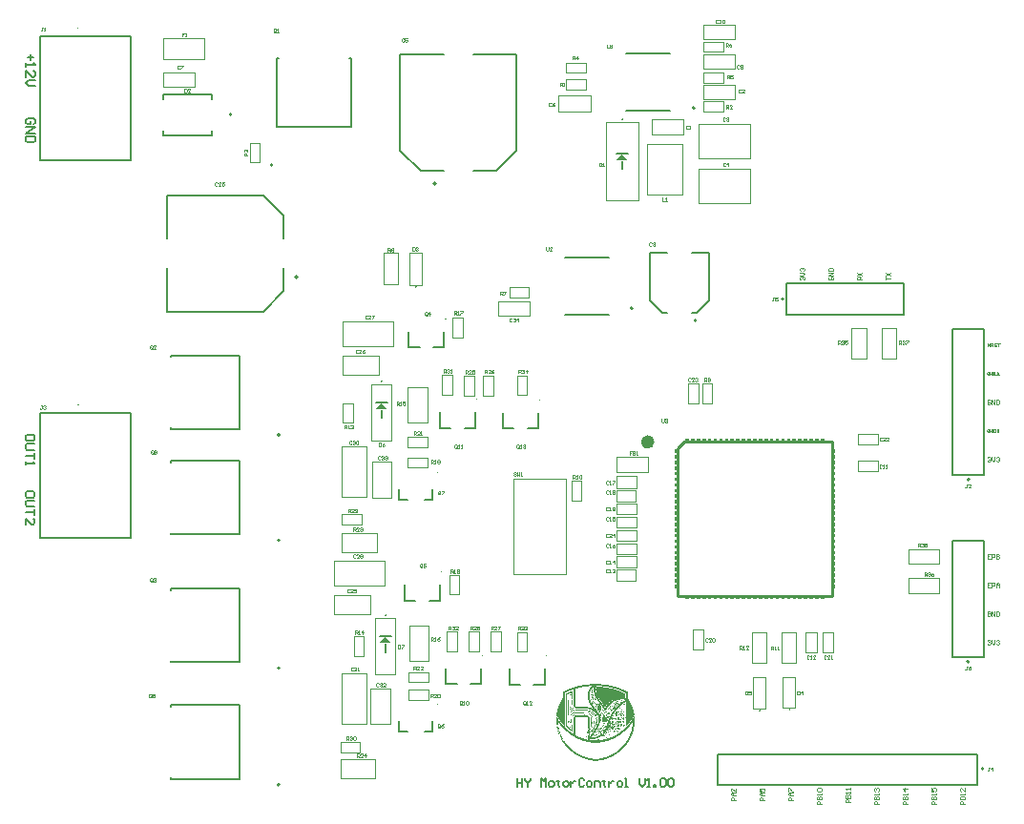
<source format=gto>
G04*
G04 #@! TF.GenerationSoftware,Altium Limited,Altium Designer,24.2.2 (26)*
G04*
G04 Layer_Color=65535*
%FSLAX44Y44*%
%MOMM*%
G71*
G04*
G04 #@! TF.SameCoordinates,F3FA609E-1BF8-4CEC-B42F-6BA8E99BA353*
G04*
G04*
G04 #@! TF.FilePolarity,Positive*
G04*
G01*
G75*
%ADD10C,0.6000*%
%ADD11C,0.1000*%
%ADD12C,0.2000*%
%ADD13C,0.2540*%
%ADD14C,0.0500*%
%ADD15C,0.1270*%
%ADD16C,0.0600*%
%ADD17C,0.1500*%
%ADD18C,0.0800*%
G36*
X1068500Y1002750D02*
X1057500D01*
X1063500Y1007750D01*
X1068500Y1002750D01*
D02*
G37*
G36*
X854751Y781750D02*
X843751D01*
X849751Y786750D01*
X854751Y781750D01*
D02*
G37*
G36*
X1242524Y753246D02*
X1239592D01*
Y755650D01*
X1242524D01*
Y753246D01*
D02*
G37*
G36*
X1172524Y753245D02*
X1169453D01*
Y755650D01*
X1172524D01*
Y753245D01*
D02*
G37*
G36*
X1187524Y753243D02*
X1184483D01*
Y755650D01*
X1187524D01*
Y753243D01*
D02*
G37*
G36*
X1127524Y753242D02*
X1124368D01*
Y755650D01*
X1127524D01*
Y753242D01*
D02*
G37*
G36*
X1232524Y753230D02*
X1229561D01*
Y755650D01*
X1232524D01*
Y753230D01*
D02*
G37*
G36*
X1182524Y753230D02*
X1179473D01*
Y755650D01*
X1182524D01*
Y753230D01*
D02*
G37*
G36*
X1237524Y753221D02*
X1234562D01*
Y755650D01*
X1237524D01*
Y753221D01*
D02*
G37*
G36*
X1122524Y753219D02*
X1119378D01*
Y755650D01*
X1122524D01*
Y753219D01*
D02*
G37*
G36*
X1132524Y753217D02*
X1129396D01*
Y755650D01*
X1132524D01*
Y753217D01*
D02*
G37*
G36*
X1162524Y753208D02*
X1159445D01*
Y755650D01*
X1162524D01*
Y753208D01*
D02*
G37*
G36*
X1227524Y753208D02*
X1224538D01*
Y755650D01*
X1227524D01*
Y753208D01*
D02*
G37*
G36*
X1142524Y753200D02*
X1139421D01*
Y755650D01*
X1142524D01*
Y753200D01*
D02*
G37*
G36*
X1222524Y753192D02*
X1219522D01*
Y755650D01*
X1222524D01*
Y753192D01*
D02*
G37*
G36*
X1212524Y753166D02*
X1209499D01*
Y755650D01*
X1212524D01*
Y753166D01*
D02*
G37*
G36*
X1207524Y753155D02*
X1204491D01*
Y755650D01*
X1207524D01*
Y753155D01*
D02*
G37*
G36*
X1167524Y753146D02*
X1164467D01*
Y755650D01*
X1167524D01*
Y753146D01*
D02*
G37*
G36*
X1157524Y753142D02*
X1154464D01*
Y755650D01*
X1157524D01*
Y753142D01*
D02*
G37*
G36*
X1147524Y753140D02*
X1144460D01*
Y755650D01*
X1147524D01*
Y753140D01*
D02*
G37*
G36*
X1192524Y753139D02*
X1189480D01*
Y755650D01*
X1192524D01*
Y753139D01*
D02*
G37*
G36*
X1177524Y753137D02*
X1174473D01*
Y755650D01*
X1177524D01*
Y753137D01*
D02*
G37*
G36*
X1202524Y753135D02*
X1199483D01*
Y755650D01*
X1202524D01*
Y753135D01*
D02*
G37*
G36*
X1137524Y753130D02*
X1134463D01*
Y755650D01*
X1137524D01*
Y753130D01*
D02*
G37*
G36*
X1217524Y753126D02*
X1214484D01*
Y755650D01*
X1217524D01*
Y753126D01*
D02*
G37*
G36*
X1197524Y753118D02*
X1194478D01*
Y755650D01*
X1197524D01*
Y753118D01*
D02*
G37*
G36*
X1152524Y753116D02*
X1149473D01*
Y755650D01*
X1152524D01*
Y753116D01*
D02*
G37*
G36*
X1112390Y743087D02*
X1109714D01*
Y746024D01*
X1112390D01*
Y743087D01*
D02*
G37*
G36*
X1252150Y743001D02*
X1249640D01*
Y746024D01*
X1252150D01*
Y743001D01*
D02*
G37*
G36*
Y738011D02*
X1249654D01*
Y741024D01*
X1252150D01*
Y738011D01*
D02*
G37*
G36*
X1112390Y737995D02*
X1109825D01*
Y741024D01*
X1112390D01*
Y737995D01*
D02*
G37*
G36*
Y733046D02*
X1109747D01*
Y736024D01*
X1112390D01*
Y733046D01*
D02*
G37*
G36*
X1252150Y733022D02*
X1249676D01*
Y736024D01*
X1252150D01*
Y733022D01*
D02*
G37*
G36*
Y728027D02*
X1249690D01*
Y731024D01*
X1252150D01*
Y728027D01*
D02*
G37*
G36*
X1112390Y727981D02*
X1109842D01*
Y731024D01*
X1112390D01*
Y727981D01*
D02*
G37*
G36*
X1252150Y723017D02*
X1249683D01*
Y726024D01*
X1252150D01*
Y723017D01*
D02*
G37*
G36*
X1112390Y722993D02*
X1109819D01*
Y726024D01*
X1112390D01*
Y722993D01*
D02*
G37*
G36*
X1252150Y718029D02*
X1249718D01*
Y721024D01*
X1252150D01*
Y718029D01*
D02*
G37*
G36*
X1112390Y717996D02*
X1109807D01*
Y721024D01*
X1112390D01*
Y717996D01*
D02*
G37*
G36*
Y713018D02*
X1109744D01*
Y716024D01*
X1112390D01*
Y713018D01*
D02*
G37*
G36*
X1252150Y712997D02*
X1249661D01*
Y716024D01*
X1252150D01*
Y712997D01*
D02*
G37*
G36*
Y708001D02*
X1249683D01*
Y711024D01*
X1252150D01*
Y708001D01*
D02*
G37*
G36*
X1112390Y707980D02*
X1109837D01*
Y711024D01*
X1112390D01*
Y707980D01*
D02*
G37*
G36*
Y703006D02*
X1109736D01*
Y706024D01*
X1112390D01*
Y703006D01*
D02*
G37*
G36*
X1252150Y702976D02*
X1249611D01*
Y706024D01*
X1252150D01*
Y702976D01*
D02*
G37*
G36*
Y697990D02*
X1249681D01*
Y701024D01*
X1252150D01*
Y697990D01*
D02*
G37*
G36*
X1112390Y697982D02*
X1109816D01*
Y701024D01*
X1112390D01*
Y697982D01*
D02*
G37*
G36*
Y692991D02*
X1109720D01*
Y696024D01*
X1112390D01*
Y692991D01*
D02*
G37*
G36*
X1252150Y692985D02*
X1249682D01*
Y696024D01*
X1252150D01*
Y692985D01*
D02*
G37*
G36*
X1112390Y687979D02*
X1109790D01*
Y691024D01*
X1112390D01*
Y687979D01*
D02*
G37*
G36*
X1252150Y687978D02*
X1249646D01*
Y691024D01*
X1252150D01*
Y687978D01*
D02*
G37*
G36*
Y682974D02*
X1249708D01*
Y686024D01*
X1252150D01*
Y682974D01*
D02*
G37*
G36*
X1112390Y682973D02*
X1109727D01*
Y686024D01*
X1112390D01*
Y682973D01*
D02*
G37*
G36*
Y677971D02*
X1109799D01*
Y681024D01*
X1112390D01*
Y677971D01*
D02*
G37*
G36*
X1252150Y677968D02*
X1249696D01*
Y681024D01*
X1252150D01*
Y677968D01*
D02*
G37*
G36*
X1112390Y672972D02*
X1109827D01*
Y676024D01*
X1112390D01*
Y672972D01*
D02*
G37*
G36*
X1252150Y672966D02*
X1249669D01*
Y676024D01*
X1252150D01*
Y672966D01*
D02*
G37*
G36*
Y667973D02*
X1249620D01*
Y671024D01*
X1252150D01*
Y667973D01*
D02*
G37*
G36*
X1112390Y667966D02*
X1109807D01*
Y671024D01*
X1112390D01*
Y667966D01*
D02*
G37*
G36*
X1252150Y662956D02*
X1249673D01*
Y666024D01*
X1252150D01*
Y662956D01*
D02*
G37*
G36*
X1112390Y662948D02*
X1109758D01*
Y666024D01*
X1112390D01*
Y662948D01*
D02*
G37*
G36*
Y657969D02*
X1109832D01*
Y661024D01*
X1112390D01*
Y657969D01*
D02*
G37*
G36*
X1252150Y657959D02*
X1249654D01*
Y661024D01*
X1252150D01*
Y657959D01*
D02*
G37*
G36*
Y652967D02*
X1249631D01*
Y656024D01*
X1252150D01*
Y652967D01*
D02*
G37*
G36*
X1112390Y652913D02*
X1109708D01*
Y656024D01*
X1112390D01*
Y652913D01*
D02*
G37*
G36*
Y647925D02*
X1109751D01*
Y651024D01*
X1112390D01*
Y647925D01*
D02*
G37*
G36*
X1252150Y647921D02*
X1249713D01*
Y651024D01*
X1252150D01*
Y647921D01*
D02*
G37*
G36*
X1112390Y642969D02*
X1109837D01*
Y646024D01*
X1112390D01*
Y642969D01*
D02*
G37*
G36*
X1252150Y642909D02*
X1249721D01*
Y646024D01*
X1252150D01*
Y642909D01*
D02*
G37*
G36*
X1112390Y637956D02*
X1109820D01*
Y641024D01*
X1112390D01*
Y637956D01*
D02*
G37*
G36*
X1252150Y637942D02*
X1249660D01*
Y641024D01*
X1252150D01*
Y637942D01*
D02*
G37*
G36*
Y632934D02*
X1249665D01*
Y636024D01*
X1252150D01*
Y632934D01*
D02*
G37*
G36*
X1112390Y632908D02*
X1109756D01*
Y636024D01*
X1112390D01*
Y632908D01*
D02*
G37*
G36*
Y627964D02*
X1109835D01*
Y631024D01*
X1112390D01*
Y627964D01*
D02*
G37*
G36*
X1252150Y627868D02*
X1249741D01*
Y631024D01*
X1252150D01*
Y627868D01*
D02*
G37*
G36*
X1112390Y622940D02*
X1109808D01*
Y626024D01*
X1112390D01*
Y622940D01*
D02*
G37*
G36*
X1252150Y622930D02*
X1249661D01*
Y626024D01*
X1252150D01*
Y622930D01*
D02*
G37*
G36*
X1227524Y613348D02*
X1224477D01*
Y615890D01*
X1227524D01*
Y613348D01*
D02*
G37*
G36*
X1242524Y613347D02*
X1239478D01*
Y615890D01*
X1242524D01*
Y613347D01*
D02*
G37*
G36*
X1142524Y613345D02*
X1139473D01*
Y615890D01*
X1142524D01*
Y613345D01*
D02*
G37*
G36*
X1192524Y613335D02*
X1189478D01*
Y615890D01*
X1192524D01*
Y613335D01*
D02*
G37*
G36*
X1177524Y613332D02*
X1174474D01*
Y615890D01*
X1177524D01*
Y613332D01*
D02*
G37*
G36*
X1137524Y613328D02*
X1134462D01*
Y615890D01*
X1137524D01*
Y613328D01*
D02*
G37*
G36*
X1122524Y613310D02*
X1119442D01*
Y615890D01*
X1122524D01*
Y613310D01*
D02*
G37*
G36*
X1237524Y613300D02*
X1234514D01*
Y615890D01*
X1237524D01*
Y613300D01*
D02*
G37*
G36*
X1147524Y613288D02*
X1144444D01*
Y615890D01*
X1147524D01*
Y613288D01*
D02*
G37*
G36*
X1197524Y613283D02*
X1194489D01*
Y615890D01*
X1197524D01*
Y613283D01*
D02*
G37*
G36*
X1182524Y613277D02*
X1179474D01*
Y615890D01*
X1182524D01*
Y613277D01*
D02*
G37*
G36*
X1172524D02*
X1169464D01*
Y615890D01*
X1172524D01*
Y613277D01*
D02*
G37*
G36*
X1232524Y613275D02*
X1229527D01*
Y615890D01*
X1232524D01*
Y613275D01*
D02*
G37*
G36*
X1222524Y613274D02*
X1219517D01*
Y615890D01*
X1222524D01*
Y613274D01*
D02*
G37*
G36*
X1187524Y613267D02*
X1184480D01*
Y615890D01*
X1187524D01*
Y613267D01*
D02*
G37*
G36*
X1217524Y613266D02*
X1214515D01*
Y615890D01*
X1217524D01*
Y613266D01*
D02*
G37*
G36*
X1207524Y613264D02*
X1204504D01*
Y615890D01*
X1207524D01*
Y613264D01*
D02*
G37*
G36*
X1157524Y613261D02*
X1154443D01*
Y615890D01*
X1157524D01*
Y613261D01*
D02*
G37*
G36*
X1152524D02*
X1149437D01*
Y615890D01*
X1152524D01*
Y613261D01*
D02*
G37*
G36*
X1127524Y613256D02*
X1124401D01*
Y615890D01*
X1127524D01*
Y613256D01*
D02*
G37*
G36*
X1132524Y613255D02*
X1129407D01*
Y615890D01*
X1132524D01*
Y613255D01*
D02*
G37*
G36*
X1167524Y613240D02*
X1164451D01*
Y615890D01*
X1167524D01*
Y613240D01*
D02*
G37*
G36*
X1162524Y613231D02*
X1159440D01*
Y615890D01*
X1162524D01*
Y613231D01*
D02*
G37*
G36*
X1212524Y613230D02*
X1209524D01*
Y615890D01*
X1212524D01*
Y613230D01*
D02*
G37*
G36*
X1202524Y613216D02*
X1199511D01*
Y615890D01*
X1202524D01*
Y613216D01*
D02*
G37*
G36*
X858250Y574250D02*
X847250D01*
X853250Y579250D01*
X858250Y574250D01*
D02*
G37*
G36*
X1015737Y524610D02*
X1015782D01*
Y524565D01*
X1015827D01*
Y524339D01*
X1015782D01*
Y524294D01*
X1015510D01*
Y524339D01*
X1015465D01*
Y524610D01*
X1015510D01*
Y524656D01*
X1015737D01*
Y524610D01*
D02*
G37*
G36*
X1016823Y523524D02*
X1016914D01*
Y523479D01*
X1016959D01*
Y523388D01*
X1017004D01*
Y523207D01*
X1016959D01*
Y523162D01*
X1016778D01*
Y523116D01*
X1016688D01*
Y523162D01*
X1016552D01*
Y523116D01*
X1016507D01*
Y523071D01*
X1016461D01*
Y523116D01*
X1016416D01*
Y523207D01*
X1016461D01*
Y523298D01*
X1016507D01*
Y523433D01*
X1016552D01*
Y523479D01*
Y523524D01*
X1016597D01*
Y523569D01*
X1016823D01*
Y523524D01*
D02*
G37*
G36*
X1065270Y520490D02*
X1065316D01*
Y520354D01*
X1065270D01*
Y520309D01*
X1065135D01*
Y520354D01*
X1065089D01*
Y520490D01*
X1065135D01*
Y520536D01*
X1065225D01*
Y520581D01*
X1065270D01*
Y520490D01*
D02*
G37*
G36*
X1065769Y520626D02*
X1065723D01*
Y520581D01*
X1065678D01*
Y520490D01*
X1065723D01*
Y520445D01*
X1065814D01*
Y520400D01*
X1065904D01*
Y520490D01*
X1065950D01*
Y520536D01*
X1066086D01*
Y520354D01*
X1065950D01*
Y520309D01*
X1065904D01*
Y520264D01*
X1065678D01*
Y520309D01*
X1065633D01*
Y520354D01*
X1065542D01*
Y520581D01*
X1065587D01*
Y520717D01*
X1065633D01*
Y520762D01*
X1065769D01*
Y520626D01*
D02*
G37*
G36*
X1066176Y519630D02*
Y519585D01*
X1066131D01*
Y519675D01*
X1066176D01*
Y519630D01*
D02*
G37*
G36*
X1065995Y519947D02*
X1066040D01*
Y519902D01*
X1066086D01*
Y519811D01*
X1066040D01*
Y519766D01*
X1065950D01*
Y519585D01*
X1065723D01*
Y519811D01*
X1065678D01*
Y519856D01*
X1065723D01*
Y519902D01*
X1065769D01*
Y519947D01*
X1065859D01*
Y519992D01*
X1065995D01*
Y519947D01*
D02*
G37*
G36*
X1065406Y519902D02*
X1065497D01*
Y519856D01*
X1065542D01*
Y519721D01*
X1065587D01*
Y519585D01*
X1065633D01*
Y519539D01*
X1065452D01*
Y519585D01*
X1065406D01*
Y519721D01*
X1065361D01*
Y519766D01*
X1065316D01*
Y519811D01*
X1065225D01*
Y519766D01*
X1065180D01*
Y519630D01*
X1065225D01*
Y519539D01*
X1065135D01*
Y519585D01*
X1065089D01*
Y519630D01*
X1065044D01*
Y519721D01*
X1064999D01*
Y519856D01*
X1065044D01*
Y519902D01*
X1065089D01*
Y519947D01*
X1065406D01*
Y519902D01*
D02*
G37*
G36*
X1064093Y519811D02*
X1064139D01*
Y519766D01*
X1064184D01*
Y519721D01*
X1064229D01*
Y519585D01*
X1064184D01*
Y519539D01*
X1064139D01*
Y519585D01*
X1064093D01*
Y519811D01*
X1064048D01*
Y519856D01*
X1064093D01*
Y519811D01*
D02*
G37*
G36*
X1063912Y519539D02*
X1063776D01*
Y519630D01*
Y519675D01*
X1063912D01*
Y519539D01*
D02*
G37*
G36*
X1063595Y519585D02*
Y519539D01*
X1063550D01*
Y519630D01*
X1063595D01*
Y519585D01*
D02*
G37*
G36*
X1064818Y519811D02*
X1064863D01*
Y519721D01*
X1064908D01*
Y519630D01*
X1064863D01*
Y519585D01*
X1064818D01*
Y519539D01*
X1064772D01*
Y519494D01*
X1064637D01*
Y519539D01*
X1064546D01*
Y519630D01*
X1064501D01*
Y519675D01*
X1064546D01*
Y519766D01*
X1064591D01*
Y519856D01*
X1064682D01*
Y519902D01*
X1064818D01*
Y519811D01*
D02*
G37*
G36*
X1017955Y528731D02*
X1018001D01*
Y528685D01*
X1018137D01*
Y528640D01*
X1018182D01*
Y528595D01*
X1018227D01*
Y528550D01*
X1018272D01*
Y528504D01*
X1018318D01*
Y528459D01*
X1018363D01*
Y528323D01*
X1018408D01*
Y528006D01*
X1018363D01*
Y527825D01*
X1018318D01*
Y527735D01*
X1018272D01*
Y527644D01*
X1018227D01*
Y527599D01*
X1018182D01*
Y527554D01*
X1018137D01*
Y527508D01*
X1018091D01*
Y527463D01*
X1018046D01*
Y527418D01*
X1018001D01*
Y527373D01*
X1017955D01*
Y527282D01*
X1017910D01*
Y527237D01*
X1017955D01*
Y527146D01*
X1017910D01*
Y526874D01*
X1017955D01*
Y526603D01*
X1017910D01*
Y526241D01*
X1017955D01*
Y526059D01*
X1017910D01*
Y525878D01*
X1017955D01*
Y523660D01*
X1017910D01*
Y523162D01*
X1017955D01*
Y522075D01*
Y522030D01*
Y519404D01*
X1017910D01*
Y518951D01*
X1017820D01*
Y518996D01*
X1017774D01*
Y519041D01*
X1017729D01*
Y519087D01*
X1017684D01*
Y519132D01*
X1017638D01*
Y519313D01*
X1017593D01*
Y519358D01*
X1017548D01*
Y519449D01*
X1017593D01*
Y519539D01*
X1017548D01*
Y524610D01*
X1017593D01*
Y525199D01*
X1017548D01*
Y526603D01*
X1017593D01*
Y527327D01*
X1017548D01*
Y527373D01*
X1017503D01*
Y527418D01*
X1017457D01*
Y527463D01*
X1017367D01*
Y527508D01*
X1017321D01*
Y527554D01*
X1017276D01*
Y527599D01*
X1017231D01*
Y527644D01*
X1017186D01*
Y527689D01*
X1017140D01*
Y527735D01*
X1017095D01*
Y527825D01*
X1017050D01*
Y527961D01*
X1017004D01*
Y528233D01*
X1017050D01*
Y528369D01*
X1017095D01*
Y528459D01*
X1017140D01*
Y528550D01*
X1017231D01*
Y528595D01*
X1017276D01*
Y528640D01*
X1017321D01*
Y528685D01*
X1017412D01*
Y528731D01*
X1017503D01*
Y528776D01*
X1017955D01*
Y528731D01*
D02*
G37*
G36*
X1017367Y518770D02*
X1017321D01*
Y518679D01*
X1017186D01*
Y518815D01*
X1017367D01*
Y518770D01*
D02*
G37*
G36*
X1062554Y518498D02*
X1062599D01*
Y518453D01*
X1062644D01*
Y518408D01*
X1062599D01*
Y518317D01*
X1062509D01*
Y518362D01*
X1062418D01*
Y518453D01*
X1062463D01*
Y518498D01*
X1062509D01*
Y518543D01*
X1062554D01*
Y518498D01*
D02*
G37*
G36*
X1017774Y518634D02*
X1017865D01*
Y518589D01*
X1017910D01*
Y518498D01*
X1017955D01*
Y518226D01*
X1017910D01*
Y518181D01*
X1017774D01*
Y518136D01*
X1017593D01*
Y518181D01*
X1017548D01*
Y518408D01*
X1017503D01*
Y518498D01*
X1017548D01*
Y518543D01*
X1017593D01*
Y518589D01*
X1017638D01*
Y518634D01*
X1017684D01*
Y518679D01*
X1017774D01*
Y518634D01*
D02*
G37*
G36*
X1061965Y518045D02*
X1061920D01*
Y518091D01*
X1061965D01*
Y518045D01*
D02*
G37*
G36*
X1062690Y518091D02*
X1062644D01*
Y518045D01*
X1062599D01*
Y518000D01*
X1062463D01*
Y518045D01*
X1062418D01*
Y518181D01*
X1062690D01*
Y518091D01*
D02*
G37*
G36*
X1063233Y518543D02*
X1063278D01*
Y518272D01*
X1063233D01*
Y518136D01*
X1063278D01*
Y517955D01*
X1063188D01*
Y518000D01*
X1063142D01*
Y518091D01*
X1063052D01*
Y518045D01*
X1062871D01*
Y518226D01*
X1062916D01*
Y518272D01*
Y518317D01*
Y518453D01*
X1063097D01*
Y518589D01*
X1063233D01*
Y518543D01*
D02*
G37*
G36*
X1061965Y516642D02*
X1061875D01*
Y516687D01*
X1061965D01*
Y516642D01*
D02*
G37*
G36*
X1061603Y516687D02*
X1061648D01*
Y516642D01*
X1061694D01*
Y516596D01*
X1061739D01*
Y516461D01*
X1061829D01*
Y516415D01*
X1062056D01*
Y516279D01*
X1062010D01*
Y516234D01*
X1061829D01*
Y516279D01*
X1061784D01*
Y516325D01*
X1061739D01*
Y516461D01*
X1061648D01*
Y516325D01*
X1061513D01*
Y516415D01*
X1061422D01*
Y516325D01*
X1061377D01*
Y516279D01*
X1061014D01*
Y516415D01*
X1061060D01*
Y516642D01*
X1061105D01*
Y516687D01*
X1061150D01*
Y516732D01*
X1061241D01*
Y516687D01*
X1061286D01*
Y516596D01*
X1061331D01*
Y516551D01*
X1061467D01*
Y516687D01*
X1061513D01*
Y516732D01*
X1061603D01*
Y516687D01*
D02*
G37*
G36*
X1060652Y516551D02*
X1060607D01*
Y516461D01*
X1060562D01*
Y516506D01*
X1060516D01*
Y516642D01*
X1060652D01*
Y516551D01*
D02*
G37*
G36*
X1060607Y516325D02*
X1060562D01*
Y516415D01*
X1060607D01*
Y516325D01*
D02*
G37*
G36*
X1063188Y516777D02*
X1063233D01*
Y516732D01*
X1063324D01*
Y516687D01*
X1063369D01*
Y516642D01*
Y516596D01*
Y516551D01*
X1063324D01*
Y516461D01*
X1063369D01*
Y516415D01*
X1063414D01*
Y516279D01*
X1063233D01*
Y516234D01*
X1063188D01*
Y516189D01*
X1063097D01*
Y516234D01*
X1063052D01*
Y516279D01*
X1063007D01*
Y516325D01*
X1062961D01*
Y516415D01*
X1063007D01*
Y516461D01*
X1062961D01*
Y516506D01*
X1062916D01*
Y516642D01*
X1062961D01*
Y516687D01*
X1063007D01*
Y516732D01*
X1063052D01*
Y516777D01*
X1063097D01*
Y516823D01*
X1063188D01*
Y516777D01*
D02*
G37*
G36*
X1062554D02*
X1062599D01*
Y516687D01*
X1062644D01*
Y516596D01*
X1062599D01*
Y516325D01*
X1062554D01*
Y516279D01*
X1062509D01*
Y516234D01*
X1062463D01*
Y516189D01*
X1062373D01*
Y516234D01*
X1062327D01*
Y516279D01*
X1062282D01*
Y516325D01*
X1062237D01*
Y516370D01*
X1062192D01*
Y516415D01*
X1062146D01*
Y516461D01*
X1062101D01*
Y516506D01*
X1062146D01*
Y516551D01*
X1062192D01*
Y516596D01*
X1062237D01*
Y516642D01*
X1062282D01*
Y516687D01*
X1062327D01*
Y516732D01*
X1062373D01*
Y516777D01*
X1062463D01*
Y516823D01*
X1062554D01*
Y516777D01*
D02*
G37*
G36*
X1060833Y516234D02*
X1060788D01*
Y516189D01*
X1060697D01*
Y516234D01*
X1060652D01*
Y516279D01*
X1060697D01*
Y516325D01*
X1060833D01*
Y516234D01*
D02*
G37*
G36*
X1064093Y515193D02*
X1064501D01*
Y515148D01*
X1064546D01*
Y515057D01*
X1064591D01*
Y515102D01*
X1064637D01*
Y515148D01*
X1064682D01*
Y515193D01*
X1064954D01*
Y515148D01*
X1064999D01*
Y515057D01*
X1065044D01*
Y515012D01*
X1064908D01*
Y515057D01*
X1064818D01*
Y515012D01*
X1064772D01*
Y514831D01*
X1064818D01*
Y514785D01*
X1064908D01*
Y514831D01*
X1064999D01*
Y514650D01*
X1064954D01*
Y514604D01*
X1064772D01*
Y514650D01*
X1064682D01*
Y514695D01*
X1064637D01*
Y514740D01*
X1064591D01*
Y514831D01*
X1064546D01*
Y514876D01*
X1064501D01*
Y514785D01*
X1064546D01*
Y514740D01*
X1064591D01*
Y514650D01*
X1064501D01*
Y514604D01*
X1064455D01*
Y514650D01*
X1064320D01*
Y514604D01*
X1064139D01*
Y514650D01*
X1064048D01*
Y514695D01*
X1063912D01*
Y514740D01*
X1063867D01*
Y514785D01*
X1063822D01*
Y515012D01*
X1063731D01*
Y514921D01*
X1063686D01*
Y514876D01*
X1063641D01*
Y514831D01*
X1063505D01*
Y514695D01*
X1063459D01*
Y514650D01*
X1063278D01*
Y514695D01*
X1063142D01*
Y514650D01*
X1063052D01*
Y514604D01*
X1062871D01*
Y514650D01*
X1062825D01*
Y514695D01*
X1062780D01*
Y514740D01*
X1062690D01*
Y514876D01*
X1062735D01*
Y514921D01*
X1062780D01*
Y515102D01*
X1062825D01*
Y515193D01*
X1062916D01*
Y515238D01*
X1063142D01*
Y515193D01*
X1063324D01*
Y515238D01*
X1063595D01*
Y515193D01*
X1063641D01*
Y515148D01*
X1063686D01*
Y515102D01*
X1063776D01*
Y515057D01*
X1063822D01*
Y515102D01*
X1063867D01*
Y515148D01*
X1063912D01*
Y515193D01*
X1064003D01*
Y515238D01*
X1064093D01*
Y515193D01*
D02*
G37*
G36*
X1061739D02*
X1061829D01*
Y515102D01*
X1061784D01*
Y515057D01*
X1061739D01*
Y514876D01*
X1061648D01*
Y514831D01*
X1061694D01*
Y514785D01*
X1061739D01*
Y514740D01*
X1061784D01*
Y514650D01*
X1061467D01*
Y514695D01*
X1061422D01*
Y514740D01*
X1061377D01*
Y514785D01*
X1061331D01*
Y514695D01*
X1061286D01*
Y514650D01*
X1061196D01*
Y514604D01*
X1061060D01*
Y514650D01*
X1060833D01*
Y514695D01*
X1060743D01*
Y514650D01*
X1060652D01*
Y514604D01*
X1060607D01*
Y514650D01*
X1060516D01*
Y514695D01*
X1060380D01*
Y514650D01*
X1060199D01*
Y514785D01*
X1060245D01*
Y514966D01*
X1060290D01*
Y515057D01*
X1060245D01*
Y515102D01*
X1060154D01*
Y515057D01*
X1060109D01*
Y515012D01*
X1060018D01*
Y515057D01*
X1059973D01*
Y515148D01*
X1060018D01*
Y515193D01*
X1060199D01*
Y515238D01*
X1060335D01*
Y515148D01*
X1060380D01*
Y515102D01*
X1060426D01*
Y514966D01*
X1060471D01*
Y514831D01*
X1060743D01*
Y514785D01*
X1060833D01*
Y514831D01*
X1060879D01*
Y514876D01*
X1060924D01*
Y514921D01*
X1060969D01*
Y515102D01*
X1061014D01*
Y515148D01*
X1061150D01*
Y515102D01*
X1061241D01*
Y515057D01*
X1061286D01*
Y514966D01*
X1061377D01*
Y515057D01*
X1061422D01*
Y515148D01*
X1061513D01*
Y515193D01*
X1061603D01*
Y515238D01*
X1061739D01*
Y515193D01*
D02*
G37*
G36*
X1060064Y514695D02*
X1060018D01*
Y514740D01*
X1060064D01*
Y514695D01*
D02*
G37*
G36*
X1058751Y514785D02*
X1058705D01*
Y514740D01*
X1058660D01*
Y514695D01*
X1058524D01*
Y514831D01*
X1058615D01*
Y514876D01*
X1058660D01*
Y514921D01*
X1058751D01*
Y514785D01*
D02*
G37*
G36*
X1066086Y515238D02*
X1066131D01*
Y515012D01*
X1066176D01*
Y514966D01*
X1066131D01*
Y514921D01*
X1066086D01*
Y514740D01*
X1066131D01*
Y514695D01*
X1066086D01*
Y514650D01*
X1065995D01*
Y514695D01*
X1065950D01*
Y514740D01*
Y514785D01*
Y514966D01*
X1065904D01*
Y515102D01*
X1065950D01*
Y515238D01*
X1065995D01*
Y515283D01*
X1066086D01*
Y515238D01*
D02*
G37*
G36*
X1062373D02*
X1062509D01*
Y514650D01*
X1062282D01*
Y515012D01*
Y515057D01*
X1062192D01*
Y515193D01*
X1062237D01*
Y515238D01*
X1062327D01*
Y515283D01*
X1062373D01*
Y515238D01*
D02*
G37*
G36*
X1059747Y515193D02*
X1059792D01*
Y515057D01*
X1059837D01*
Y514876D01*
X1059792D01*
Y514740D01*
X1059747D01*
Y514695D01*
X1059701D01*
Y514650D01*
X1059475D01*
Y514695D01*
X1059430D01*
Y514785D01*
X1059701D01*
Y515102D01*
X1059566D01*
Y515057D01*
X1059520D01*
Y514966D01*
X1059475D01*
Y514921D01*
X1059430D01*
Y514966D01*
X1059384D01*
Y515057D01*
X1059430D01*
Y515148D01*
X1059475D01*
Y515193D01*
X1059566D01*
Y515238D01*
X1059747D01*
Y515193D01*
D02*
G37*
G36*
X1059203Y514695D02*
X1059158D01*
Y514650D01*
X1059068D01*
Y514695D01*
X1059022D01*
Y514740D01*
X1059068D01*
Y514785D01*
X1059203D01*
Y514695D01*
D02*
G37*
G36*
X1065406Y515238D02*
X1065542D01*
Y515148D01*
X1065587D01*
Y515102D01*
X1065542D01*
Y514876D01*
X1065587D01*
Y514831D01*
X1065633D01*
Y514695D01*
X1065587D01*
Y514650D01*
X1065452D01*
Y514604D01*
X1065270D01*
Y514650D01*
X1065180D01*
Y514831D01*
X1065225D01*
Y515012D01*
X1065180D01*
Y515238D01*
X1065270D01*
Y515283D01*
X1065406D01*
Y515238D01*
D02*
G37*
G36*
X1061920Y514650D02*
Y514604D01*
X1061875D01*
Y514695D01*
X1061920D01*
Y514650D01*
D02*
G37*
G36*
X1065904Y513472D02*
X1066040D01*
Y513427D01*
X1066086D01*
Y513336D01*
X1065950D01*
Y513382D01*
X1065859D01*
Y513336D01*
X1065814D01*
Y513246D01*
X1065859D01*
Y513201D01*
X1065904D01*
Y513155D01*
X1065814D01*
Y513065D01*
X1065859D01*
Y513019D01*
X1065995D01*
Y512974D01*
X1065950D01*
Y512929D01*
X1065769D01*
Y512974D01*
X1065723D01*
Y513019D01*
X1065678D01*
Y513065D01*
X1065633D01*
Y513291D01*
X1065587D01*
Y513336D01*
X1065497D01*
Y513155D01*
X1065452D01*
Y513110D01*
X1065406D01*
Y512929D01*
X1065225D01*
Y512974D01*
X1065180D01*
Y513065D01*
X1065135D01*
Y513110D01*
X1065089D01*
Y513201D01*
X1065044D01*
Y513246D01*
X1064999D01*
Y512974D01*
X1064954D01*
Y512929D01*
X1064863D01*
Y512884D01*
X1064637D01*
Y512929D01*
X1064546D01*
Y512974D01*
X1064455D01*
Y512929D01*
X1064365D01*
Y513019D01*
X1064410D01*
Y513065D01*
X1064501D01*
Y513110D01*
X1064546D01*
Y513246D01*
X1064501D01*
Y513382D01*
X1064546D01*
Y513472D01*
X1064637D01*
Y513517D01*
X1064818D01*
Y513472D01*
X1064908D01*
Y513427D01*
X1064954D01*
Y513382D01*
X1064999D01*
Y513336D01*
X1065044D01*
Y513427D01*
X1065089D01*
Y513472D01*
X1065180D01*
Y513517D01*
X1065497D01*
Y513472D01*
X1065587D01*
Y513427D01*
X1065678D01*
Y513472D01*
X1065769D01*
Y513517D01*
X1065904D01*
Y513472D01*
D02*
G37*
G36*
X1066040Y513155D02*
X1065950D01*
Y513201D01*
X1066040D01*
Y513155D01*
D02*
G37*
G36*
X1062961Y513472D02*
X1063052D01*
Y513336D01*
X1063097D01*
Y513291D01*
X1062961D01*
Y513155D01*
X1062916D01*
Y513065D01*
X1062961D01*
Y513019D01*
X1063052D01*
Y512929D01*
X1063007D01*
Y512884D01*
X1062735D01*
Y512929D01*
X1062644D01*
Y512974D01*
X1062599D01*
Y513019D01*
Y513065D01*
Y513155D01*
X1062735D01*
Y513110D01*
X1062780D01*
Y513201D01*
X1062825D01*
Y513336D01*
X1062735D01*
Y513291D01*
X1062690D01*
Y513246D01*
X1062599D01*
Y513427D01*
X1062644D01*
Y513472D01*
X1062780D01*
Y513517D01*
X1062961D01*
Y513472D01*
D02*
G37*
G36*
X1063505D02*
X1063550D01*
Y513427D01*
X1063595D01*
Y513291D01*
X1063550D01*
Y513110D01*
X1063595D01*
Y513019D01*
X1063641D01*
Y512974D01*
X1063595D01*
Y512929D01*
Y512884D01*
X1063233D01*
Y512929D01*
X1063188D01*
Y512974D01*
X1063142D01*
Y513155D01*
X1063188D01*
Y513110D01*
X1063233D01*
Y513065D01*
X1063369D01*
Y513155D01*
X1063324D01*
Y513291D01*
X1063278D01*
Y513336D01*
X1063188D01*
Y513427D01*
X1063233D01*
Y513472D01*
X1063324D01*
Y513517D01*
X1063505D01*
Y513472D01*
D02*
G37*
G36*
X1062237Y513517D02*
X1062327D01*
Y513472D01*
X1062418D01*
Y513382D01*
X1062463D01*
Y513201D01*
X1062509D01*
Y513155D01*
X1062554D01*
Y513065D01*
X1062509D01*
Y512974D01*
X1062463D01*
Y512929D01*
X1062327D01*
Y512884D01*
X1062101D01*
Y512929D01*
X1062056D01*
Y513065D01*
X1062101D01*
Y513110D01*
X1062146D01*
Y513065D01*
X1062192D01*
Y513019D01*
X1062237D01*
Y512974D01*
X1062327D01*
Y513019D01*
X1062373D01*
Y513065D01*
Y513110D01*
X1062327D01*
Y513155D01*
X1062146D01*
Y513291D01*
X1062101D01*
Y513336D01*
X1062056D01*
Y513472D01*
X1062146D01*
Y513517D01*
X1062192D01*
Y513563D01*
X1062237D01*
Y513517D01*
D02*
G37*
G36*
X1064184Y513472D02*
X1064229D01*
Y513382D01*
X1064184D01*
Y513336D01*
X1064093D01*
Y513291D01*
X1064139D01*
Y513246D01*
X1064184D01*
Y513155D01*
X1064139D01*
Y513110D01*
X1064048D01*
Y513065D01*
X1064184D01*
Y513019D01*
X1064229D01*
Y512929D01*
X1064184D01*
Y512884D01*
X1063912D01*
Y512929D01*
X1063867D01*
Y512974D01*
Y513110D01*
X1063912D01*
Y513291D01*
X1063867D01*
Y513336D01*
X1063822D01*
Y513427D01*
X1063867D01*
Y513472D01*
X1063958D01*
Y513517D01*
X1064184D01*
Y513472D01*
D02*
G37*
G36*
X1061784Y513563D02*
X1061875D01*
Y513472D01*
X1061829D01*
Y513427D01*
X1061694D01*
Y513382D01*
X1061648D01*
Y513291D01*
X1061694D01*
Y513246D01*
X1061784D01*
Y513155D01*
X1061648D01*
Y513019D01*
X1061829D01*
Y512929D01*
X1061739D01*
Y512884D01*
X1061648D01*
Y512838D01*
X1061558D01*
Y512884D01*
X1061513D01*
Y512929D01*
X1061467D01*
Y513110D01*
Y513155D01*
Y513201D01*
X1061513D01*
Y513291D01*
X1061467D01*
Y513336D01*
X1061422D01*
Y513382D01*
X1061377D01*
Y513427D01*
X1061422D01*
Y513472D01*
X1061467D01*
Y513517D01*
X1061513D01*
Y513563D01*
X1061739D01*
Y513608D01*
X1061784D01*
Y513563D01*
D02*
G37*
G36*
X1059520Y513427D02*
X1059566D01*
Y513382D01*
X1059611D01*
Y513336D01*
X1059701D01*
Y513382D01*
X1059747D01*
Y513427D01*
X1059928D01*
Y513382D01*
X1059973D01*
Y513291D01*
X1059928D01*
Y513246D01*
X1059883D01*
Y513201D01*
X1059837D01*
Y513155D01*
X1059792D01*
Y513065D01*
X1059883D01*
Y513019D01*
X1060018D01*
Y513065D01*
X1060064D01*
Y513155D01*
X1060109D01*
Y513291D01*
X1060290D01*
Y513336D01*
X1060335D01*
Y513382D01*
X1060426D01*
Y513427D01*
X1060607D01*
Y513382D01*
X1060697D01*
Y513336D01*
X1060788D01*
Y513382D01*
X1060833D01*
Y513427D01*
X1061060D01*
Y513382D01*
X1061105D01*
Y513019D01*
X1061060D01*
Y512929D01*
X1061014D01*
Y512884D01*
X1060924D01*
Y512838D01*
X1060879D01*
Y512884D01*
X1060788D01*
Y512974D01*
X1060652D01*
Y512929D01*
X1060607D01*
Y512884D01*
X1060335D01*
Y512929D01*
X1060290D01*
Y512974D01*
X1060199D01*
Y512929D01*
X1060018D01*
Y512884D01*
X1059973D01*
Y512838D01*
X1059837D01*
Y512884D01*
X1059792D01*
Y512929D01*
X1059701D01*
Y512974D01*
X1059611D01*
Y512929D01*
X1059566D01*
Y512838D01*
X1059520D01*
Y512793D01*
X1059384D01*
Y512838D01*
X1059294D01*
Y512884D01*
X1059249D01*
Y513201D01*
X1059203D01*
Y513336D01*
X1059249D01*
Y513382D01*
X1059294D01*
Y513427D01*
X1059339D01*
Y513472D01*
X1059520D01*
Y513427D01*
D02*
G37*
G36*
X1058751Y513336D02*
X1058796D01*
Y512884D01*
X1058751D01*
Y512838D01*
X1058660D01*
Y512793D01*
X1058569D01*
Y512838D01*
X1058524D01*
Y513019D01*
X1058569D01*
Y513110D01*
X1058615D01*
Y513155D01*
Y513201D01*
X1058569D01*
Y513382D01*
X1058751D01*
Y513336D01*
D02*
G37*
G36*
X1057800Y513382D02*
X1057845D01*
Y513246D01*
X1057800D01*
Y513065D01*
X1057845D01*
Y513019D01*
X1057935D01*
Y512838D01*
X1057890D01*
Y512793D01*
X1057709D01*
Y512838D01*
X1057664D01*
Y512884D01*
X1057573D01*
Y512929D01*
X1057483D01*
Y513110D01*
X1057438D01*
Y513246D01*
X1057483D01*
Y513291D01*
X1057528D01*
Y513336D01*
X1057573D01*
Y513382D01*
X1057619D01*
Y513427D01*
X1057800D01*
Y513382D01*
D02*
G37*
G36*
X1029818Y512929D02*
X1029999D01*
Y512884D01*
X1030044D01*
Y512793D01*
X1030090D01*
Y512748D01*
X1030135D01*
Y512702D01*
X1030226D01*
Y512657D01*
X1030271D01*
Y512612D01*
X1030316D01*
Y512567D01*
X1030361D01*
Y512431D01*
X1030407D01*
Y511888D01*
X1030361D01*
Y511842D01*
X1030316D01*
Y511797D01*
X1030271D01*
Y511752D01*
X1030226D01*
Y511706D01*
X1030090D01*
Y511661D01*
X1030044D01*
Y511616D01*
X1029999D01*
Y511571D01*
X1029954D01*
Y511525D01*
X1029863D01*
Y511480D01*
X1029773D01*
Y511525D01*
X1029682D01*
Y511571D01*
X1029592D01*
Y511616D01*
X1029320D01*
Y511661D01*
X1029275D01*
Y511752D01*
X1029230D01*
Y511797D01*
X1029184D01*
Y511888D01*
X1029139D01*
Y511978D01*
X1029094D01*
Y512023D01*
X1029048D01*
Y512069D01*
X1028958D01*
Y512023D01*
X1025381D01*
Y512069D01*
X1020853D01*
Y512023D01*
X1020446D01*
Y512069D01*
X1019857D01*
Y512023D01*
X1019812D01*
Y511978D01*
X1019766D01*
Y511933D01*
X1019721D01*
Y511888D01*
X1019676D01*
Y511842D01*
X1019631D01*
Y511797D01*
X1019585D01*
Y511752D01*
X1019540D01*
Y511706D01*
X1019495D01*
Y511661D01*
X1019449D01*
Y511616D01*
X1019359D01*
Y511525D01*
X1019314D01*
Y511480D01*
X1019268D01*
Y511435D01*
X1019223D01*
Y511390D01*
X1019178D01*
Y511344D01*
X1019133D01*
Y511299D01*
X1019087D01*
Y511254D01*
X1019042D01*
Y511208D01*
X1018997D01*
Y511163D01*
X1018951D01*
Y511118D01*
X1018906D01*
Y511073D01*
X1018861D01*
Y511027D01*
X1018816D01*
Y510982D01*
X1018770D01*
Y510937D01*
X1018725D01*
Y510891D01*
X1018680D01*
Y510846D01*
X1018634D01*
Y510756D01*
X1018589D01*
Y510710D01*
X1018544D01*
Y510665D01*
X1018499D01*
Y510620D01*
X1018453D01*
Y510574D01*
X1018408D01*
Y510529D01*
X1018363D01*
Y510484D01*
X1018318D01*
Y510439D01*
X1018272D01*
Y510393D01*
X1018227D01*
Y510348D01*
X1018182D01*
Y510257D01*
X1018137D01*
Y510212D01*
X1018091D01*
Y510167D01*
X1018046D01*
Y510031D01*
X1018091D01*
Y509759D01*
X1018046D01*
Y506816D01*
X1018091D01*
Y503013D01*
X1018046D01*
Y500025D01*
X1018091D01*
Y499980D01*
X1018227D01*
Y499934D01*
X1018272D01*
Y499889D01*
X1018318D01*
Y499844D01*
X1018363D01*
Y499798D01*
X1018408D01*
Y499753D01*
X1018453D01*
Y499708D01*
X1018499D01*
Y499481D01*
X1018544D01*
Y499346D01*
X1018499D01*
Y499119D01*
X1018453D01*
Y499074D01*
X1018408D01*
Y498983D01*
X1018363D01*
Y498893D01*
X1018272D01*
Y498848D01*
X1018227D01*
Y498802D01*
X1018091D01*
Y498757D01*
X1017955D01*
Y498712D01*
X1017638D01*
Y498757D01*
X1017548D01*
Y498802D01*
X1017457D01*
Y498848D01*
X1017412D01*
Y498893D01*
X1017367D01*
Y498938D01*
X1017321D01*
Y499029D01*
X1017276D01*
Y499119D01*
X1017231D01*
Y499481D01*
X1017276D01*
Y499527D01*
X1017321D01*
Y499481D01*
X1017367D01*
Y499527D01*
X1017321D01*
Y499708D01*
X1017367D01*
Y499798D01*
X1017412D01*
Y499889D01*
X1017457D01*
Y499934D01*
X1017503D01*
Y499980D01*
X1017548D01*
Y500025D01*
X1017638D01*
Y500070D01*
X1017684D01*
Y500161D01*
X1017729D01*
Y500251D01*
X1017684D01*
Y500296D01*
X1017729D01*
Y500704D01*
X1017774D01*
Y501745D01*
X1017729D01*
Y503511D01*
X1017684D01*
Y503647D01*
X1017729D01*
Y504054D01*
X1017684D01*
Y504100D01*
X1017729D01*
Y508446D01*
X1017684D01*
Y510076D01*
X1017729D01*
Y510122D01*
X1017684D01*
Y510348D01*
X1017729D01*
Y510393D01*
X1017774D01*
Y510439D01*
X1017820D01*
Y510484D01*
X1017865D01*
Y510529D01*
X1017910D01*
Y510574D01*
X1017955D01*
Y510620D01*
X1018001D01*
Y510665D01*
X1018046D01*
Y510710D01*
X1018091D01*
Y510756D01*
X1018137D01*
Y510801D01*
X1018182D01*
Y510846D01*
X1018227D01*
Y510891D01*
X1018272D01*
Y510937D01*
X1018318D01*
Y510982D01*
X1018363D01*
Y511073D01*
X1018408D01*
Y511118D01*
X1018453D01*
Y511163D01*
X1018499D01*
Y511208D01*
X1018544D01*
Y511254D01*
X1018589D01*
Y511299D01*
X1018634D01*
Y511344D01*
X1018680D01*
Y511390D01*
X1018725D01*
Y511435D01*
X1018770D01*
Y511480D01*
X1018816D01*
Y511525D01*
X1018861D01*
Y511571D01*
X1018906D01*
Y511616D01*
X1018951D01*
Y511661D01*
X1018997D01*
Y511706D01*
X1019042D01*
Y511752D01*
X1019087D01*
Y511797D01*
X1019133D01*
Y511842D01*
X1019178D01*
Y511888D01*
X1019223D01*
Y511933D01*
X1019268D01*
Y511978D01*
X1019314D01*
Y512023D01*
X1019359D01*
Y512069D01*
X1019404D01*
Y512114D01*
X1019449D01*
Y512159D01*
X1019495D01*
Y512250D01*
X1019540D01*
Y512295D01*
X1019585D01*
Y512340D01*
X1019631D01*
Y512386D01*
X1019676D01*
Y512431D01*
X1019721D01*
Y512476D01*
X1019857D01*
Y512431D01*
X1019948D01*
Y512476D01*
X1020174D01*
Y512431D01*
X1021713D01*
Y512386D01*
X1027690D01*
Y512431D01*
X1028052D01*
Y512386D01*
X1028188D01*
Y512431D01*
X1028324D01*
Y512386D01*
X1028550D01*
Y512431D01*
X1029048D01*
Y512476D01*
X1029094D01*
Y512521D01*
X1029139D01*
Y512567D01*
X1029184D01*
Y512612D01*
X1029230D01*
Y512657D01*
X1029275D01*
Y512702D01*
X1029320D01*
Y512748D01*
X1029365D01*
Y512793D01*
X1029501D01*
Y512838D01*
X1029592D01*
Y512884D01*
X1029637D01*
Y512929D01*
X1029728D01*
Y512974D01*
X1029818D01*
Y512929D01*
D02*
G37*
G36*
X1058796Y512521D02*
X1058841D01*
Y512476D01*
X1058886D01*
Y512159D01*
X1058841D01*
Y512069D01*
X1058796D01*
Y512023D01*
X1058569D01*
Y512069D01*
X1058479D01*
Y512114D01*
X1058434D01*
Y512159D01*
X1058388D01*
Y512114D01*
X1058343D01*
Y512069D01*
X1058298D01*
Y512023D01*
X1058117D01*
Y512069D01*
X1057800D01*
Y512114D01*
X1057754D01*
Y512250D01*
X1057709D01*
Y512340D01*
X1057754D01*
Y512386D01*
X1057800D01*
Y512431D01*
X1057845D01*
Y512476D01*
X1057935D01*
Y512159D01*
X1057981D01*
Y512114D01*
X1058026D01*
Y512159D01*
X1058071D01*
Y512340D01*
X1058207D01*
Y512295D01*
X1058298D01*
Y512250D01*
X1058388D01*
Y512295D01*
X1058434D01*
Y512386D01*
X1058479D01*
Y512431D01*
X1058524D01*
Y512476D01*
X1058569D01*
Y512521D01*
X1058660D01*
Y512567D01*
X1058796D01*
Y512521D01*
D02*
G37*
G36*
X1059520Y512567D02*
X1059566D01*
Y512476D01*
X1059656D01*
Y512521D01*
X1059701D01*
Y512567D01*
X1059792D01*
Y512521D01*
X1059837D01*
Y512431D01*
X1059883D01*
Y512386D01*
X1059973D01*
Y512431D01*
X1060018D01*
Y512476D01*
X1060064D01*
Y512521D01*
X1060154D01*
Y512476D01*
X1060199D01*
Y512431D01*
X1060290D01*
Y512386D01*
X1060380D01*
Y512250D01*
X1060335D01*
Y512205D01*
X1060290D01*
Y512114D01*
X1060245D01*
Y512069D01*
X1060199D01*
Y512023D01*
X1060064D01*
Y512069D01*
X1059973D01*
Y512250D01*
X1059928D01*
Y512295D01*
X1059883D01*
Y512250D01*
X1059837D01*
Y512205D01*
X1059883D01*
Y512159D01*
X1059928D01*
Y512069D01*
X1059883D01*
Y512023D01*
X1059701D01*
Y512069D01*
X1059656D01*
Y512114D01*
X1059566D01*
Y512069D01*
X1059520D01*
Y512023D01*
X1059430D01*
Y511978D01*
X1059339D01*
Y512069D01*
X1059294D01*
Y512114D01*
X1059339D01*
Y512340D01*
X1059294D01*
Y512386D01*
X1059249D01*
Y512340D01*
X1059203D01*
Y512295D01*
X1059068D01*
Y512431D01*
X1059113D01*
Y512476D01*
X1059203D01*
Y512521D01*
X1059294D01*
Y512567D01*
X1059384D01*
Y512612D01*
X1059520D01*
Y512567D01*
D02*
G37*
G36*
X1059203Y512159D02*
X1059249D01*
Y512069D01*
X1059203D01*
Y512023D01*
X1059113D01*
Y512159D01*
Y512205D01*
X1059203D01*
Y512159D01*
D02*
G37*
G36*
X1057075Y512476D02*
X1057166D01*
Y512340D01*
X1057075D01*
Y512250D01*
X1057121D01*
Y512205D01*
X1057211D01*
Y512340D01*
X1057256D01*
Y512386D01*
X1057302D01*
Y512431D01*
X1057347D01*
Y512476D01*
X1057573D01*
Y512386D01*
X1057619D01*
Y512069D01*
X1057483D01*
Y512023D01*
X1057302D01*
Y512069D01*
X1057211D01*
Y512114D01*
X1057166D01*
Y512159D01*
X1057030D01*
Y512114D01*
X1056894D01*
Y512069D01*
X1056758D01*
Y512205D01*
X1056713D01*
Y512386D01*
X1056758D01*
Y512431D01*
X1056804D01*
Y512476D01*
X1057030D01*
Y512521D01*
X1057075D01*
Y512476D01*
D02*
G37*
G36*
X1062192Y511706D02*
X1062282D01*
Y511661D01*
X1062327D01*
Y511616D01*
X1062373D01*
Y511344D01*
Y511299D01*
X1062418D01*
Y511208D01*
X1062373D01*
Y511163D01*
X1062192D01*
Y511118D01*
X1061920D01*
Y511163D01*
X1061648D01*
Y511118D01*
X1061513D01*
Y511163D01*
X1061377D01*
Y511118D01*
X1061150D01*
Y511208D01*
X1061196D01*
Y511254D01*
X1061241D01*
Y511299D01*
X1061331D01*
Y511344D01*
X1061377D01*
Y511435D01*
X1061422D01*
Y511480D01*
X1061467D01*
Y511525D01*
X1061513D01*
Y511616D01*
X1061286D01*
Y511706D01*
X1061331D01*
Y511752D01*
X1061603D01*
Y511706D01*
X1061694D01*
Y511661D01*
X1061784D01*
Y511706D01*
X1061965D01*
Y511752D01*
X1062192D01*
Y511706D01*
D02*
G37*
G36*
X1060018Y511752D02*
X1060969D01*
Y511706D01*
X1061105D01*
Y511661D01*
X1061014D01*
Y511616D01*
X1060924D01*
Y511571D01*
X1060879D01*
Y511525D01*
X1060924D01*
Y511435D01*
X1060969D01*
Y511208D01*
X1060924D01*
Y511163D01*
X1060879D01*
Y511118D01*
X1060652D01*
Y511163D01*
X1060471D01*
Y511208D01*
X1060426D01*
Y511525D01*
X1060380D01*
Y511571D01*
X1060335D01*
Y511525D01*
X1060290D01*
Y511480D01*
X1060245D01*
Y511435D01*
X1060199D01*
Y511299D01*
X1060245D01*
Y511208D01*
X1060109D01*
Y511254D01*
X1059973D01*
Y511208D01*
X1059928D01*
Y511163D01*
X1059792D01*
Y511208D01*
X1059747D01*
Y511299D01*
X1059701D01*
Y511344D01*
X1059656D01*
Y511390D01*
X1059611D01*
Y511344D01*
X1059566D01*
Y511254D01*
X1059520D01*
Y511163D01*
X1059249D01*
Y511254D01*
X1059203D01*
Y511344D01*
X1059249D01*
Y511390D01*
X1059339D01*
Y511344D01*
X1059430D01*
Y511616D01*
X1059384D01*
Y511571D01*
X1059339D01*
Y511525D01*
X1059294D01*
Y511480D01*
X1059249D01*
Y511525D01*
X1059203D01*
Y511661D01*
X1059249D01*
Y511706D01*
X1059294D01*
Y511752D01*
X1059520D01*
Y511661D01*
X1059566D01*
Y511571D01*
X1059656D01*
Y511616D01*
X1059701D01*
Y511661D01*
X1059747D01*
Y511706D01*
X1059792D01*
Y511752D01*
X1059883D01*
Y511797D01*
X1060018D01*
Y511752D01*
D02*
G37*
G36*
X1065950Y511706D02*
X1065995D01*
Y511571D01*
X1065950D01*
Y511525D01*
X1065904D01*
Y511435D01*
X1065859D01*
Y511480D01*
X1065769D01*
Y511435D01*
X1065723D01*
Y511390D01*
X1065678D01*
Y511208D01*
X1065587D01*
Y511254D01*
X1065497D01*
Y511390D01*
X1065542D01*
Y511435D01*
X1065587D01*
Y511525D01*
X1065542D01*
Y511571D01*
X1065497D01*
Y511706D01*
X1065542D01*
Y511752D01*
X1065678D01*
Y511706D01*
X1065723D01*
Y511571D01*
X1065769D01*
Y511525D01*
X1065814D01*
Y511571D01*
X1065859D01*
Y511661D01*
Y511706D01*
Y511752D01*
X1065950D01*
Y511706D01*
D02*
G37*
G36*
X1063233D02*
X1063278D01*
Y511571D01*
X1063233D01*
Y511525D01*
X1063188D01*
Y511571D01*
X1063142D01*
Y511706D01*
X1063188D01*
Y511752D01*
X1063233D01*
Y511706D01*
D02*
G37*
G36*
X1062599Y511661D02*
X1062644D01*
Y511616D01*
X1062690D01*
Y511525D01*
X1062599D01*
Y511480D01*
X1062554D01*
Y511525D01*
Y511706D01*
X1062599D01*
Y511661D01*
D02*
G37*
G36*
X1016597Y516234D02*
X1016642D01*
Y516189D01*
X1016688D01*
Y516144D01*
X1016733D01*
Y516098D01*
X1016778D01*
Y516053D01*
X1016823D01*
Y516008D01*
X1016869D01*
Y515962D01*
X1016959D01*
Y515917D01*
X1017004D01*
Y515872D01*
X1017050D01*
Y515827D01*
X1017095D01*
Y515781D01*
X1017140D01*
Y515736D01*
X1017186D01*
Y515691D01*
X1017231D01*
Y515646D01*
X1017276D01*
Y515600D01*
X1017321D01*
Y515555D01*
X1017367D01*
Y515510D01*
X1017412D01*
Y515465D01*
X1017457D01*
Y515419D01*
X1017548D01*
Y515329D01*
X1017638D01*
Y515283D01*
X1017684D01*
Y515238D01*
X1017729D01*
Y515193D01*
X1017774D01*
Y515148D01*
X1017820D01*
Y515102D01*
X1017865D01*
Y515057D01*
X1017910D01*
Y515012D01*
X1018001D01*
Y514966D01*
X1018046D01*
Y514921D01*
X1018091D01*
Y514876D01*
X1018137D01*
Y514831D01*
X1018182D01*
Y514785D01*
X1018227D01*
Y514740D01*
X1018272D01*
Y514695D01*
X1018318D01*
Y514650D01*
X1018363D01*
Y514604D01*
X1018408D01*
Y514559D01*
X1018453D01*
Y514514D01*
X1018499D01*
Y514468D01*
X1018544D01*
Y514423D01*
X1018634D01*
Y514378D01*
X1018680D01*
Y514333D01*
X1018725D01*
Y514287D01*
X1018770D01*
Y514242D01*
X1018816D01*
Y514197D01*
X1018861D01*
Y514151D01*
X1018906D01*
Y514106D01*
X1018951D01*
Y514061D01*
X1018997D01*
Y514016D01*
X1019042D01*
Y513970D01*
X1019133D01*
Y513925D01*
X1019178D01*
Y513880D01*
X1019268D01*
Y513789D01*
X1019178D01*
Y513744D01*
X1019042D01*
Y513699D01*
X1018997D01*
Y513653D01*
X1018951D01*
Y513608D01*
X1018861D01*
Y513563D01*
X1018816D01*
Y513517D01*
X1018770D01*
Y513472D01*
X1018725D01*
Y513427D01*
X1018634D01*
Y513382D01*
X1018589D01*
Y513336D01*
X1018544D01*
Y513291D01*
X1018499D01*
Y513246D01*
X1018453D01*
Y513201D01*
X1018408D01*
Y513155D01*
X1018363D01*
Y513110D01*
X1018318D01*
Y513065D01*
X1018272D01*
Y513019D01*
X1018182D01*
Y512974D01*
X1018137D01*
Y512929D01*
X1018091D01*
Y512884D01*
X1018046D01*
Y512838D01*
X1018001D01*
Y512793D01*
X1017955D01*
Y512748D01*
X1017910D01*
Y512702D01*
X1017865D01*
Y512657D01*
X1017820D01*
Y512612D01*
X1017729D01*
Y512567D01*
X1017684D01*
Y512521D01*
X1017638D01*
Y512476D01*
X1017593D01*
Y512431D01*
X1017548D01*
Y512386D01*
X1017503D01*
Y512340D01*
X1017457D01*
Y512295D01*
X1017412D01*
Y512250D01*
X1017367D01*
Y512205D01*
X1017276D01*
Y512159D01*
X1017231D01*
Y512114D01*
X1017186D01*
Y512069D01*
X1017140D01*
Y512023D01*
X1017095D01*
Y511978D01*
X1017050D01*
Y511933D01*
X1017004D01*
Y511888D01*
X1016959D01*
Y511842D01*
X1016869D01*
Y511797D01*
X1016823D01*
Y511752D01*
X1016778D01*
Y511706D01*
X1016733D01*
Y511616D01*
X1016688D01*
Y511571D01*
X1016642D01*
Y511480D01*
X1016552D01*
Y511661D01*
X1016597D01*
Y512340D01*
X1016642D01*
Y512386D01*
Y512431D01*
X1016688D01*
Y512521D01*
X1016642D01*
Y514106D01*
X1016597D01*
Y515012D01*
X1016552D01*
Y515102D01*
X1016597D01*
Y515238D01*
X1016552D01*
Y516053D01*
X1016507D01*
Y516234D01*
X1016552D01*
Y516279D01*
X1016597D01*
Y516234D01*
D02*
G37*
G36*
X1066176Y511435D02*
X1066131D01*
Y511480D01*
X1066176D01*
Y511435D01*
D02*
G37*
G36*
X1064365Y511706D02*
X1064410D01*
Y511661D01*
X1064455D01*
Y511435D01*
X1064410D01*
Y511390D01*
X1064320D01*
Y511344D01*
X1064274D01*
Y511390D01*
X1064184D01*
Y511299D01*
X1064410D01*
Y511254D01*
X1064455D01*
Y511163D01*
X1064320D01*
Y511118D01*
X1064229D01*
Y511073D01*
X1064184D01*
Y511118D01*
X1064093D01*
Y511163D01*
X1063958D01*
Y511118D01*
X1063912D01*
Y511073D01*
X1063822D01*
Y511118D01*
X1063731D01*
Y511163D01*
X1063641D01*
Y511118D01*
X1063233D01*
Y511163D01*
X1063188D01*
Y511390D01*
X1063278D01*
Y511344D01*
X1063369D01*
Y511299D01*
X1063459D01*
Y511254D01*
X1063505D01*
Y511299D01*
X1063595D01*
Y511344D01*
X1063641D01*
Y511525D01*
Y511571D01*
Y511706D01*
X1063776D01*
Y511661D01*
X1063822D01*
Y511299D01*
X1063867D01*
Y511254D01*
X1063958D01*
Y511299D01*
X1064003D01*
Y511435D01*
X1063958D01*
Y511616D01*
X1064003D01*
Y511706D01*
X1064048D01*
Y511752D01*
X1064365D01*
Y511706D01*
D02*
G37*
G36*
X1066040Y511208D02*
X1065995D01*
Y511254D01*
Y511299D01*
X1066040D01*
Y511208D01*
D02*
G37*
G36*
X1062961Y511706D02*
X1063007D01*
Y511661D01*
Y511616D01*
Y511571D01*
X1062961D01*
Y511344D01*
X1063007D01*
Y511208D01*
X1062961D01*
Y511163D01*
X1062825D01*
Y511208D01*
X1062780D01*
Y511299D01*
X1062825D01*
Y511571D01*
X1062780D01*
Y511752D01*
X1062961D01*
Y511706D01*
D02*
G37*
G36*
X1062599Y511299D02*
Y511254D01*
X1062644D01*
Y511208D01*
X1062599D01*
Y511163D01*
X1062509D01*
Y511208D01*
X1062463D01*
Y511299D01*
X1062509D01*
Y511344D01*
X1062599D01*
Y511299D01*
D02*
G37*
G36*
X1056894Y511706D02*
X1056939D01*
Y511661D01*
X1056985D01*
Y511571D01*
X1057121D01*
Y511616D01*
X1057211D01*
Y511661D01*
X1057664D01*
Y511616D01*
X1057754D01*
Y511661D01*
X1057890D01*
Y511616D01*
X1058026D01*
Y511661D01*
X1058071D01*
Y511706D01*
X1058207D01*
Y511661D01*
X1058298D01*
Y511616D01*
X1058434D01*
Y511661D01*
X1058479D01*
Y511706D01*
X1058615D01*
Y511661D01*
X1058660D01*
Y511616D01*
X1058705D01*
Y511299D01*
X1058751D01*
Y511163D01*
X1058524D01*
Y511208D01*
X1058479D01*
Y511299D01*
X1058434D01*
Y511254D01*
X1058388D01*
Y511208D01*
X1058343D01*
Y511163D01*
X1058071D01*
Y511208D01*
X1057981D01*
Y511254D01*
X1057890D01*
Y511208D01*
X1057619D01*
Y511163D01*
X1057256D01*
Y511208D01*
X1057166D01*
Y511254D01*
X1056985D01*
Y511208D01*
X1056939D01*
Y511163D01*
X1056713D01*
Y511208D01*
X1056668D01*
Y511254D01*
X1056622D01*
Y511616D01*
X1056668D01*
Y511661D01*
X1056713D01*
Y511706D01*
X1056849D01*
Y511752D01*
X1056894D01*
Y511706D01*
D02*
G37*
G36*
X1028324Y511163D02*
X1028369D01*
Y510982D01*
X1028415D01*
Y510891D01*
X1028369D01*
Y510846D01*
X1028188D01*
Y510891D01*
X1028098D01*
Y510846D01*
X1024973D01*
Y510891D01*
X1024340D01*
Y510846D01*
X1024294D01*
Y510891D01*
X1024158D01*
Y510846D01*
X1021215D01*
Y510801D01*
X1021170D01*
Y510756D01*
X1021125D01*
Y510710D01*
X1021079D01*
Y510665D01*
X1020989D01*
Y510620D01*
X1020944D01*
Y510574D01*
X1020898D01*
Y510529D01*
X1020853D01*
Y510484D01*
X1020808D01*
Y510439D01*
X1020763D01*
Y510393D01*
X1020717D01*
Y510348D01*
X1020672D01*
Y510303D01*
X1020627D01*
Y510257D01*
X1020582D01*
Y510212D01*
X1020536D01*
Y510167D01*
X1020491D01*
Y510122D01*
X1020400D01*
Y510031D01*
X1020355D01*
Y509986D01*
X1020265D01*
Y509941D01*
X1020219D01*
Y509895D01*
X1020174D01*
Y509850D01*
X1020129D01*
Y509759D01*
X1020083D01*
Y509714D01*
X1020038D01*
Y509669D01*
X1019993D01*
Y509624D01*
X1019948D01*
Y509578D01*
X1019902D01*
Y509533D01*
X1019857D01*
Y509488D01*
X1019812D01*
Y509442D01*
X1019766D01*
Y509397D01*
X1019721D01*
Y509307D01*
X1019676D01*
Y509261D01*
X1019631D01*
Y509216D01*
X1019585D01*
Y509126D01*
X1019540D01*
Y509080D01*
X1019495D01*
Y508854D01*
X1019540D01*
Y507360D01*
X1019495D01*
Y502560D01*
X1019585D01*
Y502515D01*
X1019631D01*
Y502379D01*
X1019540D01*
Y502425D01*
Y502515D01*
X1019495D01*
Y502560D01*
X1019449D01*
Y502606D01*
X1019359D01*
Y502651D01*
X1019268D01*
Y502515D01*
X1019223D01*
Y502289D01*
X1019178D01*
Y502108D01*
X1019223D01*
Y502062D01*
X1019268D01*
Y502108D01*
X1019404D01*
Y502153D01*
X1019449D01*
Y502198D01*
X1019540D01*
Y502243D01*
X1019631D01*
Y502198D01*
X1019676D01*
Y502153D01*
X1019721D01*
Y502062D01*
X1019766D01*
Y501972D01*
X1019721D01*
Y501881D01*
X1019676D01*
Y501836D01*
X1019585D01*
Y501791D01*
X1019495D01*
Y501745D01*
X1019359D01*
Y501700D01*
X1019223D01*
Y501745D01*
X1019178D01*
Y501791D01*
X1019133D01*
Y501836D01*
X1019042D01*
Y501881D01*
X1018951D01*
Y502017D01*
X1018906D01*
Y502153D01*
X1018951D01*
Y502243D01*
X1018997D01*
Y502334D01*
X1019042D01*
Y502379D01*
X1019087D01*
Y502470D01*
X1019133D01*
Y502560D01*
X1019178D01*
Y502651D01*
X1019223D01*
Y502696D01*
X1019314D01*
Y502787D01*
X1019268D01*
Y502923D01*
X1019314D01*
Y503013D01*
X1019268D01*
Y504054D01*
X1019223D01*
Y506545D01*
X1019178D01*
Y508446D01*
X1019133D01*
Y508899D01*
X1019178D01*
Y508990D01*
X1019133D01*
Y509126D01*
X1019178D01*
Y509261D01*
X1019223D01*
Y509307D01*
X1019268D01*
Y509352D01*
X1019314D01*
Y509397D01*
X1019359D01*
Y509488D01*
X1019404D01*
Y509533D01*
X1019449D01*
Y509578D01*
X1019495D01*
Y509624D01*
X1019540D01*
Y509669D01*
X1019585D01*
Y509714D01*
X1019631D01*
Y509759D01*
X1019676D01*
Y509805D01*
X1019721D01*
Y509850D01*
X1019766D01*
Y509895D01*
X1019812D01*
Y509986D01*
X1019902D01*
Y510076D01*
X1019948D01*
Y510122D01*
X1019993D01*
Y510167D01*
X1020038D01*
Y510212D01*
X1020083D01*
Y510257D01*
X1020129D01*
Y510303D01*
X1020174D01*
Y510348D01*
X1020219D01*
Y510393D01*
X1020265D01*
Y510439D01*
X1020310D01*
Y510529D01*
X1020355D01*
Y510574D01*
X1020400D01*
Y510620D01*
X1020446D01*
Y510665D01*
X1020491D01*
Y510710D01*
X1020536D01*
Y510756D01*
X1020582D01*
Y510801D01*
X1020627D01*
Y510846D01*
X1020672D01*
Y510891D01*
X1020717D01*
Y510937D01*
X1020763D01*
Y510982D01*
X1020808D01*
Y511027D01*
X1020853D01*
Y511073D01*
X1020944D01*
Y511118D01*
X1020989D01*
Y511163D01*
X1021034D01*
Y511208D01*
X1021804D01*
Y511163D01*
X1026785D01*
Y511208D01*
X1027102D01*
Y511163D01*
X1027328D01*
Y511208D01*
X1027509D01*
Y511163D01*
X1027645D01*
Y511208D01*
X1028324D01*
Y511163D01*
D02*
G37*
G36*
X1065225Y511706D02*
X1065270D01*
Y511616D01*
X1065225D01*
Y511525D01*
X1065270D01*
Y511435D01*
X1065225D01*
Y511390D01*
X1065180D01*
Y511344D01*
X1065225D01*
Y511254D01*
X1065361D01*
Y511299D01*
X1065406D01*
Y511163D01*
X1065361D01*
Y511118D01*
X1065225D01*
Y511163D01*
X1064999D01*
Y511118D01*
X1064772D01*
Y511163D01*
X1064682D01*
Y511390D01*
X1064727D01*
Y511480D01*
X1064682D01*
Y511525D01*
X1064637D01*
Y511706D01*
X1064682D01*
Y511752D01*
X1065225D01*
Y511706D01*
D02*
G37*
G36*
X1062509Y510846D02*
X1062554D01*
Y510801D01*
X1062599D01*
Y510574D01*
X1062554D01*
Y510393D01*
X1062509D01*
Y510348D01*
X1062463D01*
Y510303D01*
X1062373D01*
Y510348D01*
X1062282D01*
Y510303D01*
X1061965D01*
Y510348D01*
X1061920D01*
Y510439D01*
X1061875D01*
Y510574D01*
X1061829D01*
Y510801D01*
X1061875D01*
Y510846D01*
X1061920D01*
Y510891D01*
X1062101D01*
Y510846D01*
X1062282D01*
Y510891D01*
X1062509D01*
Y510846D01*
D02*
G37*
G36*
X1055989Y510710D02*
X1056034D01*
Y510665D01*
X1055989D01*
Y510484D01*
X1055943D01*
Y510348D01*
X1055853D01*
Y510393D01*
X1055762D01*
Y510348D01*
X1055626D01*
Y510393D01*
X1055581D01*
Y510439D01*
X1055536D01*
Y510484D01*
X1055490D01*
Y510574D01*
X1055581D01*
Y510529D01*
X1055717D01*
Y510484D01*
X1055807D01*
Y510529D01*
X1055853D01*
Y510620D01*
X1055762D01*
Y510756D01*
X1055989D01*
Y510710D01*
D02*
G37*
G36*
X1060833Y510846D02*
X1060879D01*
Y510710D01*
X1060833D01*
Y510529D01*
X1060879D01*
Y510303D01*
X1060697D01*
Y510348D01*
X1060516D01*
Y510303D01*
X1060290D01*
Y510348D01*
X1060109D01*
Y510393D01*
X1060018D01*
Y510484D01*
X1059973D01*
Y510620D01*
X1059928D01*
Y510574D01*
X1059883D01*
Y510348D01*
X1059747D01*
Y510393D01*
X1059701D01*
Y510439D01*
X1059566D01*
Y510348D01*
X1059520D01*
Y510303D01*
X1059294D01*
Y510348D01*
X1059203D01*
Y510756D01*
X1059249D01*
Y510846D01*
X1059339D01*
Y510891D01*
X1059520D01*
Y510846D01*
X1059566D01*
Y510756D01*
X1059611D01*
Y510665D01*
X1059656D01*
Y510801D01*
X1059701D01*
Y510846D01*
X1059747D01*
Y510891D01*
X1059883D01*
Y510846D01*
X1059928D01*
Y510665D01*
X1059973D01*
Y510756D01*
X1060018D01*
Y510846D01*
X1060109D01*
Y510891D01*
X1060245D01*
Y510846D01*
X1060290D01*
Y510620D01*
X1060335D01*
Y510439D01*
X1060471D01*
Y510484D01*
X1060516D01*
Y510529D01*
X1060562D01*
Y510620D01*
X1060607D01*
Y510801D01*
X1060652D01*
Y510846D01*
X1060697D01*
Y510891D01*
X1060833D01*
Y510846D01*
D02*
G37*
G36*
X1064229Y510891D02*
X1064274D01*
Y510846D01*
X1064320D01*
Y510710D01*
X1064365D01*
Y510348D01*
X1064320D01*
Y510303D01*
X1063958D01*
Y510348D01*
X1063912D01*
Y510846D01*
X1063958D01*
Y510891D01*
X1064048D01*
Y510937D01*
X1064229D01*
Y510891D01*
D02*
G37*
G36*
X1061694Y510846D02*
X1061739D01*
Y510756D01*
X1061784D01*
Y510574D01*
X1061739D01*
Y510303D01*
X1061422D01*
Y510393D01*
X1061467D01*
Y510439D01*
X1061513D01*
Y510484D01*
X1061558D01*
Y510574D01*
X1061513D01*
Y510665D01*
X1061331D01*
Y510710D01*
X1061286D01*
Y510801D01*
Y510846D01*
Y510891D01*
X1061694D01*
Y510846D01*
D02*
G37*
G36*
X1058705D02*
X1058751D01*
Y510710D01*
X1058705D01*
Y510484D01*
X1058751D01*
Y510439D01*
Y510348D01*
X1058705D01*
Y510303D01*
X1058569D01*
Y510348D01*
X1058524D01*
Y510846D01*
X1058569D01*
Y510891D01*
X1058705D01*
Y510846D01*
D02*
G37*
G36*
X1057664Y510891D02*
X1057754D01*
Y510620D01*
X1057800D01*
Y510574D01*
X1057890D01*
Y510620D01*
X1057935D01*
Y510801D01*
X1057981D01*
Y510846D01*
X1058162D01*
Y510756D01*
X1058207D01*
Y510801D01*
X1058252D01*
Y510846D01*
X1058388D01*
Y510620D01*
X1058343D01*
Y510574D01*
X1058388D01*
Y510303D01*
X1058252D01*
Y510574D01*
X1058162D01*
Y510348D01*
X1058117D01*
Y510303D01*
X1057800D01*
Y510348D01*
X1057709D01*
Y510393D01*
X1057619D01*
Y510620D01*
X1057573D01*
Y510891D01*
X1057619D01*
Y510937D01*
X1057664D01*
Y510891D01*
D02*
G37*
G36*
X1056894Y510846D02*
X1056939D01*
Y510756D01*
X1057121D01*
Y510439D01*
X1057256D01*
Y510529D01*
Y510574D01*
Y510846D01*
X1057438D01*
Y510756D01*
X1057483D01*
Y510620D01*
X1057438D01*
Y510484D01*
X1057483D01*
Y510439D01*
X1057438D01*
Y510348D01*
X1057392D01*
Y510303D01*
X1057211D01*
Y510348D01*
X1057121D01*
Y510439D01*
X1056985D01*
Y510393D01*
X1056939D01*
Y510348D01*
X1056894D01*
Y510303D01*
X1056668D01*
Y510348D01*
X1056622D01*
Y510620D01*
X1056577D01*
Y510756D01*
X1056622D01*
Y510846D01*
X1056668D01*
Y510891D01*
X1056894D01*
Y510846D01*
D02*
G37*
G36*
X1029547Y510756D02*
X1029728D01*
Y510710D01*
X1029682D01*
Y510665D01*
X1029637D01*
Y510620D01*
X1029592D01*
Y510529D01*
X1029547D01*
Y510348D01*
X1029456D01*
Y510303D01*
X1029320D01*
Y510348D01*
X1029230D01*
Y510393D01*
X1029094D01*
Y510439D01*
X1029048D01*
Y510665D01*
X1029094D01*
Y510756D01*
X1029320D01*
Y510801D01*
X1029547D01*
Y510756D01*
D02*
G37*
G36*
X1064818Y510891D02*
X1064863D01*
Y510846D01*
X1064908D01*
Y510756D01*
Y510710D01*
Y510303D01*
X1064818D01*
Y510257D01*
X1064727D01*
Y510303D01*
X1064591D01*
Y510348D01*
X1064546D01*
Y510439D01*
X1064501D01*
Y510484D01*
X1064546D01*
Y510665D01*
X1064501D01*
Y510801D01*
X1064546D01*
Y510891D01*
X1064591D01*
Y510937D01*
X1064818D01*
Y510891D01*
D02*
G37*
G36*
X1063459D02*
X1063595D01*
Y510801D01*
X1063641D01*
Y510665D01*
X1063686D01*
Y510439D01*
X1063641D01*
Y510393D01*
X1063595D01*
Y510348D01*
X1063550D01*
Y510303D01*
X1063505D01*
Y510257D01*
X1063414D01*
Y510303D01*
X1063278D01*
Y510393D01*
X1063233D01*
Y510529D01*
X1063278D01*
Y510620D01*
X1063233D01*
Y510801D01*
X1063278D01*
Y510846D01*
X1063324D01*
Y510891D01*
X1063414D01*
Y510937D01*
X1063459D01*
Y510891D01*
D02*
G37*
G36*
X1064320Y509986D02*
X1064365D01*
Y509941D01*
X1064410D01*
Y509850D01*
X1064365D01*
Y509805D01*
X1064229D01*
Y509850D01*
X1064139D01*
Y509669D01*
X1064093D01*
Y509578D01*
X1064048D01*
Y509624D01*
X1064003D01*
Y509669D01*
X1063822D01*
Y509624D01*
X1063776D01*
Y509578D01*
X1063641D01*
Y509533D01*
X1063414D01*
Y509578D01*
X1063324D01*
Y509533D01*
X1063142D01*
Y509759D01*
X1063188D01*
Y509986D01*
X1063278D01*
Y510031D01*
X1063550D01*
Y509986D01*
X1063686D01*
Y510031D01*
X1064320D01*
Y509986D01*
D02*
G37*
G36*
X1065225D02*
X1065270D01*
Y509895D01*
X1065225D01*
Y509850D01*
X1065135D01*
Y509805D01*
X1065180D01*
Y509759D01*
X1065225D01*
Y509714D01*
X1065270D01*
Y509669D01*
X1065361D01*
Y509578D01*
X1065316D01*
Y509533D01*
X1065225D01*
Y509442D01*
X1064999D01*
Y509488D01*
X1064954D01*
Y509533D01*
X1064818D01*
Y509442D01*
X1064682D01*
Y509488D01*
X1064637D01*
Y509669D01*
X1064682D01*
Y509714D01*
X1064818D01*
Y509759D01*
X1064863D01*
Y509850D01*
X1064818D01*
Y509805D01*
X1064591D01*
Y509941D01*
X1064637D01*
Y509986D01*
X1064682D01*
Y510031D01*
X1064818D01*
Y509986D01*
X1064863D01*
Y509941D01*
X1064908D01*
Y509986D01*
X1064999D01*
Y510031D01*
X1065225D01*
Y509986D01*
D02*
G37*
G36*
X1062463D02*
X1062509D01*
Y509941D01*
X1062554D01*
Y509850D01*
X1062599D01*
Y509669D01*
X1062644D01*
Y509578D01*
X1062599D01*
Y509488D01*
X1062509D01*
Y509442D01*
X1062373D01*
Y509488D01*
X1062327D01*
Y509533D01*
X1062192D01*
Y509488D01*
X1062056D01*
Y509533D01*
X1062010D01*
Y509578D01*
X1061965D01*
Y509488D01*
X1061875D01*
Y509533D01*
X1061829D01*
Y509578D01*
X1061784D01*
Y509624D01*
X1061739D01*
Y509669D01*
X1061784D01*
Y509895D01*
X1061829D01*
Y509941D01*
X1061875D01*
Y509986D01*
X1062010D01*
Y510031D01*
X1062146D01*
Y509986D01*
X1062192D01*
Y509941D01*
X1062282D01*
Y509986D01*
X1062373D01*
Y510031D01*
X1062463D01*
Y509986D01*
D02*
G37*
G36*
X1066312Y509850D02*
X1066267D01*
Y509895D01*
X1066312D01*
Y509850D01*
D02*
G37*
G36*
X1065950Y509941D02*
X1065995D01*
Y509895D01*
X1066040D01*
Y509850D01*
X1065995D01*
Y509759D01*
X1065904D01*
Y509805D01*
X1065859D01*
Y509941D01*
X1065769D01*
Y509850D01*
X1065723D01*
Y509669D01*
X1065769D01*
Y509533D01*
X1065633D01*
Y509578D01*
X1065587D01*
Y509669D01*
X1065633D01*
Y509714D01*
X1065587D01*
Y509759D01*
X1065542D01*
Y509941D01*
X1065633D01*
Y509986D01*
X1065769D01*
Y510031D01*
X1065814D01*
Y510076D01*
X1065950D01*
Y509941D01*
D02*
G37*
G36*
X1055038Y509805D02*
X1054993D01*
Y509759D01*
X1054947D01*
Y509850D01*
X1055038D01*
Y509805D01*
D02*
G37*
G36*
X1055536Y509714D02*
X1055490D01*
Y509669D01*
X1055536D01*
Y509578D01*
X1055490D01*
Y509533D01*
X1055445D01*
Y509488D01*
X1055400D01*
Y509533D01*
X1055309D01*
Y509578D01*
X1055264D01*
Y509669D01*
X1055219D01*
Y509759D01*
X1055174D01*
Y509850D01*
X1055219D01*
Y509895D01*
X1055355D01*
Y509805D01*
X1055309D01*
Y509669D01*
X1055445D01*
Y509850D01*
X1055400D01*
Y509895D01*
X1055355D01*
Y509941D01*
X1055536D01*
Y509714D01*
D02*
G37*
G36*
X1054993Y509624D02*
X1055038D01*
Y509578D01*
X1054902D01*
Y509624D01*
Y509669D01*
X1054993D01*
Y509624D01*
D02*
G37*
G36*
X1065950D02*
X1065995D01*
Y509578D01*
X1065950D01*
Y509533D01*
X1065859D01*
Y509578D01*
Y509669D01*
X1065950D01*
Y509624D01*
D02*
G37*
G36*
X1060879Y510031D02*
X1060924D01*
Y509986D01*
X1060969D01*
Y509895D01*
X1060924D01*
Y509850D01*
X1060879D01*
Y509805D01*
X1060924D01*
Y509759D01*
X1060969D01*
Y509533D01*
X1060607D01*
Y509578D01*
X1060562D01*
Y509624D01*
X1060516D01*
Y509759D01*
X1060562D01*
Y509850D01*
X1060516D01*
Y509986D01*
X1060652D01*
Y510031D01*
X1060697D01*
Y510076D01*
X1060879D01*
Y510031D01*
D02*
G37*
G36*
X1059566Y510076D02*
X1059611D01*
Y510031D01*
X1059837D01*
Y509986D01*
X1059973D01*
Y510031D01*
X1060064D01*
Y510076D01*
X1060109D01*
Y510031D01*
X1060199D01*
Y509986D01*
X1060245D01*
Y509941D01*
X1060290D01*
Y509759D01*
X1060245D01*
Y509669D01*
X1060290D01*
Y509624D01*
X1060245D01*
Y509578D01*
X1060199D01*
Y509533D01*
X1060064D01*
Y509578D01*
X1059973D01*
Y509533D01*
X1059928D01*
Y509578D01*
X1059837D01*
Y509624D01*
X1059792D01*
Y509669D01*
X1059656D01*
Y509624D01*
X1059520D01*
Y509578D01*
X1059475D01*
Y509533D01*
X1059339D01*
Y509578D01*
X1059294D01*
Y509669D01*
X1059249D01*
Y509986D01*
X1059294D01*
Y510031D01*
X1059430D01*
Y510076D01*
X1059475D01*
Y510122D01*
X1059566D01*
Y510076D01*
D02*
G37*
G36*
X1056351Y509578D02*
Y509533D01*
X1056260D01*
Y509624D01*
X1056351D01*
Y509578D01*
D02*
G37*
G36*
X1064365Y509624D02*
Y509578D01*
Y509533D01*
X1064320D01*
Y509488D01*
X1064229D01*
Y509669D01*
X1064365D01*
Y509624D01*
D02*
G37*
G36*
X1061648Y510031D02*
X1061694D01*
Y509895D01*
X1061648D01*
Y509850D01*
X1061603D01*
Y509488D01*
X1061467D01*
Y509533D01*
X1061422D01*
Y509669D01*
X1061467D01*
Y509714D01*
X1061513D01*
Y509805D01*
X1061467D01*
Y509850D01*
X1061377D01*
Y509895D01*
X1061331D01*
Y509986D01*
X1061377D01*
Y510031D01*
X1061422D01*
Y510076D01*
X1061648D01*
Y510031D01*
D02*
G37*
G36*
X1058705Y509986D02*
X1058751D01*
Y509850D01*
X1058705D01*
Y509805D01*
X1058660D01*
Y509759D01*
X1058705D01*
Y509714D01*
X1058751D01*
Y509669D01*
X1058796D01*
Y509533D01*
X1058705D01*
Y509488D01*
X1058524D01*
Y509533D01*
X1058479D01*
Y509714D01*
Y509759D01*
Y509805D01*
X1058434D01*
Y509986D01*
X1058524D01*
Y510031D01*
X1058705D01*
Y509986D01*
D02*
G37*
G36*
X1056939Y510031D02*
X1056985D01*
Y509941D01*
X1057121D01*
Y509986D01*
X1057483D01*
Y509941D01*
X1057664D01*
Y509986D01*
X1057754D01*
Y510031D01*
X1057890D01*
Y509986D01*
X1057981D01*
Y509941D01*
X1058071D01*
Y509986D01*
X1058162D01*
Y510031D01*
X1058252D01*
Y509986D01*
X1058298D01*
Y509941D01*
X1058343D01*
Y509895D01*
X1058388D01*
Y509759D01*
X1058343D01*
Y509714D01*
X1058388D01*
Y509578D01*
X1058343D01*
Y509533D01*
X1058298D01*
Y509488D01*
X1058207D01*
Y509533D01*
X1058117D01*
Y509578D01*
X1058071D01*
Y509624D01*
X1058026D01*
Y509669D01*
X1057935D01*
Y509578D01*
X1057890D01*
Y509533D01*
X1057754D01*
Y509578D01*
X1057709D01*
Y509850D01*
X1057619D01*
Y509759D01*
X1057573D01*
Y509578D01*
X1057483D01*
Y509669D01*
X1057528D01*
Y509714D01*
X1057483D01*
Y509759D01*
X1057392D01*
Y509669D01*
X1057347D01*
Y509578D01*
X1057302D01*
Y509533D01*
X1057166D01*
Y509578D01*
X1057121D01*
Y509624D01*
X1057075D01*
Y509578D01*
X1056985D01*
Y509533D01*
X1056939D01*
Y509488D01*
X1056668D01*
Y509533D01*
X1056622D01*
Y509669D01*
X1056668D01*
Y509714D01*
X1056758D01*
Y509759D01*
X1056713D01*
Y509805D01*
X1056668D01*
Y509986D01*
X1056713D01*
Y510031D01*
X1056849D01*
Y510076D01*
X1056939D01*
Y510031D01*
D02*
G37*
G36*
X1055943Y509850D02*
X1055898D01*
Y509759D01*
X1055853D01*
Y509714D01*
X1055943D01*
Y509669D01*
X1055989D01*
Y509578D01*
X1056034D01*
Y509533D01*
X1055989D01*
Y509488D01*
X1055807D01*
Y509533D01*
X1055762D01*
Y509578D01*
X1055717D01*
Y509624D01*
X1055672D01*
Y509805D01*
X1055717D01*
Y509850D01*
X1055762D01*
Y509895D01*
X1055807D01*
Y509941D01*
X1055898D01*
Y509986D01*
X1055943D01*
Y509850D01*
D02*
G37*
G36*
X1062916Y509986D02*
X1063007D01*
Y509850D01*
X1062916D01*
Y509669D01*
X1062961D01*
Y509624D01*
X1063007D01*
Y509533D01*
X1062961D01*
Y509488D01*
X1062916D01*
Y509442D01*
X1062780D01*
Y509533D01*
X1062735D01*
Y509578D01*
X1062690D01*
Y509759D01*
X1062644D01*
Y509941D01*
X1062690D01*
Y509986D01*
X1062780D01*
Y510031D01*
X1062916D01*
Y509986D01*
D02*
G37*
G36*
X1019676Y531538D02*
X1019721D01*
Y528957D01*
X1019676D01*
Y526693D01*
X1019721D01*
Y524113D01*
X1019676D01*
Y522528D01*
X1019721D01*
Y522166D01*
X1019676D01*
Y520853D01*
X1019721D01*
Y520219D01*
X1019676D01*
Y518860D01*
X1019721D01*
Y518724D01*
X1019676D01*
Y517547D01*
X1019721D01*
Y517321D01*
X1019676D01*
Y517230D01*
X1019721D01*
Y517094D01*
X1019766D01*
Y517049D01*
X1019812D01*
Y517004D01*
X1019857D01*
Y516959D01*
X1019902D01*
Y516913D01*
X1019948D01*
Y516868D01*
X1019993D01*
Y516823D01*
X1020038D01*
Y516732D01*
X1020129D01*
Y516642D01*
X1020174D01*
Y516596D01*
X1020219D01*
Y516551D01*
X1020265D01*
Y516506D01*
X1020310D01*
Y516461D01*
X1020355D01*
Y516415D01*
X1020400D01*
Y516370D01*
X1020446D01*
Y516325D01*
X1020491D01*
Y516279D01*
X1020536D01*
Y516234D01*
X1020582D01*
Y516189D01*
X1020627D01*
Y516144D01*
X1020672D01*
Y516098D01*
X1020717D01*
Y516053D01*
X1020763D01*
Y516008D01*
X1020808D01*
Y515962D01*
X1020853D01*
Y515917D01*
X1020898D01*
Y515872D01*
X1020944D01*
Y515827D01*
X1020989D01*
Y515781D01*
X1021034D01*
Y515736D01*
X1021079D01*
Y515691D01*
X1021125D01*
Y515646D01*
X1021170D01*
Y515600D01*
X1021215D01*
Y515555D01*
X1021261D01*
Y515510D01*
X1021306D01*
Y515465D01*
X1021351D01*
Y515419D01*
X1021396D01*
Y515374D01*
X1021442D01*
Y515329D01*
X1021487D01*
Y515283D01*
X1021532D01*
Y515238D01*
X1021578D01*
Y515193D01*
X1021623D01*
Y515148D01*
X1021668D01*
Y515102D01*
X1021713D01*
Y515057D01*
X1021759D01*
Y515012D01*
X1021804D01*
Y514966D01*
X1021895D01*
Y514921D01*
X1021940D01*
Y514876D01*
X1031086D01*
Y514831D01*
X1031629D01*
Y514785D01*
X1032037D01*
Y514740D01*
X1032263D01*
Y514695D01*
X1032535D01*
Y514650D01*
X1032761D01*
Y514604D01*
X1032942D01*
Y514559D01*
X1033169D01*
Y514514D01*
X1033305D01*
Y514468D01*
X1033531D01*
Y514423D01*
X1033667D01*
Y514378D01*
X1033803D01*
Y514333D01*
X1033984D01*
Y514287D01*
X1034074D01*
Y514242D01*
X1034301D01*
Y514197D01*
X1034391D01*
Y514151D01*
X1034527D01*
Y514106D01*
X1034708D01*
Y514061D01*
X1034799D01*
Y514016D01*
X1034934D01*
Y513970D01*
X1035025D01*
Y513925D01*
X1035116D01*
Y513880D01*
X1035206D01*
Y513834D01*
X1035297D01*
Y513789D01*
X1035433D01*
Y513744D01*
X1035478D01*
Y513699D01*
X1035614D01*
Y513653D01*
X1035704D01*
Y513608D01*
X1035795D01*
Y513563D01*
X1035885D01*
Y513517D01*
X1035931D01*
Y513472D01*
X1036021D01*
Y513427D01*
X1036066D01*
Y513382D01*
X1036202D01*
Y513336D01*
X1036247D01*
Y513291D01*
X1036293D01*
Y513246D01*
X1036383D01*
Y513201D01*
X1036474D01*
Y513155D01*
X1036564D01*
Y513110D01*
X1036610D01*
Y513065D01*
X1036655D01*
Y513019D01*
X1036746D01*
Y512974D01*
X1036791D01*
Y512929D01*
X1036881D01*
Y512884D01*
X1036927D01*
Y512838D01*
X1036972D01*
Y512793D01*
X1037063D01*
Y512748D01*
X1037108D01*
Y512702D01*
X1037153D01*
Y512657D01*
X1037198D01*
Y512612D01*
X1037289D01*
Y512567D01*
X1037334D01*
Y512521D01*
X1037425D01*
Y512476D01*
X1037470D01*
Y512431D01*
X1037515D01*
Y512386D01*
X1037561D01*
Y512340D01*
X1037606D01*
Y512295D01*
X1037696D01*
Y512250D01*
X1037742D01*
Y512205D01*
X1037787D01*
Y512159D01*
X1037832D01*
Y512114D01*
X1037878D01*
Y512069D01*
X1037923D01*
Y512023D01*
X1037968D01*
Y511978D01*
X1038013D01*
Y511933D01*
X1038059D01*
Y511888D01*
X1038104D01*
Y511842D01*
X1038195D01*
Y511797D01*
X1038240D01*
Y511752D01*
X1038285D01*
Y511706D01*
X1038330D01*
Y511661D01*
X1038376D01*
Y511616D01*
X1038421D01*
Y511525D01*
X1038466D01*
Y511480D01*
X1038511D01*
Y511435D01*
X1038557D01*
Y511390D01*
X1038602D01*
Y511344D01*
X1038647D01*
Y511299D01*
X1038692D01*
Y511254D01*
X1038738D01*
Y511208D01*
X1038783D01*
Y511163D01*
X1038828D01*
Y511118D01*
X1038874D01*
Y511073D01*
X1038919D01*
Y511027D01*
X1038964D01*
Y510982D01*
X1039009D01*
Y510937D01*
X1039055D01*
Y510846D01*
X1039100D01*
Y510801D01*
X1039145D01*
Y510756D01*
X1039191D01*
Y510710D01*
X1039236D01*
Y510665D01*
X1039281D01*
Y510620D01*
X1039326D01*
Y510574D01*
X1039372D01*
Y510484D01*
X1039417D01*
Y510439D01*
X1039553D01*
Y510484D01*
X1039598D01*
Y510529D01*
X1040051D01*
Y510484D01*
X1040096D01*
Y510439D01*
X1040232D01*
Y510393D01*
X1040277D01*
Y510348D01*
X1040322D01*
Y510303D01*
X1040368D01*
Y510257D01*
X1040413D01*
Y510212D01*
X1040458D01*
Y510122D01*
X1040504D01*
Y510076D01*
X1040549D01*
Y509624D01*
X1040504D01*
Y509533D01*
X1040458D01*
Y509488D01*
X1040413D01*
Y509442D01*
X1040368D01*
Y509352D01*
X1040277D01*
Y509307D01*
X1040232D01*
Y509261D01*
X1040187D01*
Y509216D01*
X1040051D01*
Y509171D01*
X1039960D01*
Y509126D01*
X1039643D01*
Y509171D01*
X1039553D01*
Y509216D01*
X1039462D01*
Y509261D01*
X1039417D01*
Y509307D01*
X1039372D01*
Y509352D01*
X1039281D01*
Y509442D01*
X1039236D01*
Y509488D01*
X1039191D01*
Y509578D01*
X1039145D01*
Y509714D01*
X1039100D01*
Y509941D01*
X1039145D01*
Y510076D01*
X1039191D01*
Y510122D01*
X1039236D01*
Y510212D01*
X1039191D01*
Y510257D01*
X1039145D01*
Y510303D01*
X1039100D01*
Y510348D01*
X1039055D01*
Y510393D01*
X1039009D01*
Y510439D01*
X1038919D01*
Y510529D01*
X1038828D01*
Y510574D01*
X1038783D01*
Y510620D01*
X1038738D01*
Y510665D01*
X1038692D01*
Y510710D01*
X1038647D01*
Y510756D01*
X1038602D01*
Y510801D01*
X1038557D01*
Y510846D01*
X1038511D01*
Y510891D01*
X1038466D01*
Y510937D01*
X1038421D01*
Y510982D01*
X1038376D01*
Y511073D01*
X1038285D01*
Y511163D01*
X1038240D01*
Y511208D01*
X1038195D01*
Y511254D01*
X1038149D01*
Y511299D01*
X1038104D01*
Y511344D01*
X1038059D01*
Y511390D01*
X1038013D01*
Y511435D01*
X1037968D01*
Y511480D01*
X1037923D01*
Y511525D01*
X1037878D01*
Y511571D01*
X1037832D01*
Y511616D01*
X1037787D01*
Y511661D01*
X1037742D01*
Y511706D01*
X1037696D01*
Y511752D01*
X1037606D01*
Y511842D01*
X1037515D01*
Y511888D01*
X1037470D01*
Y511933D01*
X1037425D01*
Y511978D01*
X1037380D01*
Y512023D01*
X1037334D01*
Y512069D01*
X1037289D01*
Y512114D01*
X1037244D01*
Y512159D01*
X1037153D01*
Y512205D01*
X1037108D01*
Y512250D01*
X1037017D01*
Y512295D01*
X1036972D01*
Y512340D01*
X1036927D01*
Y512386D01*
X1036836D01*
Y512431D01*
X1036791D01*
Y512476D01*
X1036746D01*
Y512521D01*
X1036655D01*
Y512567D01*
X1036610D01*
Y512612D01*
X1036564D01*
Y512657D01*
X1036474D01*
Y512702D01*
X1036383D01*
Y512748D01*
X1036338D01*
Y512793D01*
X1036293D01*
Y512838D01*
X1036202D01*
Y512884D01*
X1036157D01*
Y512929D01*
X1036066D01*
Y512974D01*
X1036021D01*
Y513019D01*
X1035885D01*
Y513065D01*
X1035840D01*
Y513110D01*
X1035750D01*
Y513155D01*
X1035659D01*
Y513201D01*
X1035614D01*
Y513246D01*
X1035478D01*
Y513291D01*
X1035433D01*
Y513336D01*
X1035297D01*
Y513382D01*
X1035206D01*
Y513427D01*
X1035161D01*
Y513472D01*
X1034980D01*
Y513517D01*
X1034889D01*
Y513563D01*
X1034799D01*
Y513608D01*
X1034663D01*
Y513653D01*
X1034572D01*
Y513699D01*
X1034436D01*
Y513744D01*
X1034346D01*
Y513789D01*
X1034119D01*
Y513834D01*
X1034029D01*
Y513880D01*
X1033848D01*
Y513925D01*
X1033667D01*
Y513970D01*
X1033576D01*
Y514016D01*
X1033395D01*
Y514061D01*
X1033305D01*
Y514106D01*
X1033169D01*
Y514151D01*
X1033033D01*
Y514197D01*
X1032852D01*
Y514242D01*
X1032625D01*
Y514287D01*
X1032444D01*
Y514333D01*
X1032082D01*
Y514378D01*
X1031901D01*
Y514423D01*
X1031448D01*
Y514468D01*
X1031176D01*
Y514514D01*
X1030407D01*
Y514559D01*
X1030090D01*
Y514514D01*
X1029999D01*
Y514559D01*
X1022664D01*
Y514514D01*
X1021895D01*
Y514468D01*
X1021713D01*
Y514514D01*
X1021668D01*
Y514559D01*
X1021578D01*
Y514604D01*
X1021532D01*
Y514650D01*
X1021487D01*
Y514695D01*
X1021442D01*
Y514740D01*
X1021351D01*
Y514785D01*
X1021306D01*
Y514831D01*
X1021261D01*
Y514876D01*
X1021215D01*
Y514921D01*
X1021170D01*
Y514966D01*
X1021125D01*
Y515012D01*
X1021079D01*
Y515057D01*
X1021034D01*
Y515102D01*
X1020989D01*
Y515148D01*
X1020944D01*
Y515193D01*
X1020898D01*
Y515238D01*
X1020853D01*
Y515283D01*
X1020808D01*
Y515329D01*
X1020763D01*
Y515374D01*
X1020717D01*
Y515419D01*
X1020672D01*
Y515465D01*
X1020627D01*
Y515510D01*
X1020582D01*
Y515555D01*
X1020536D01*
Y515600D01*
X1020491D01*
Y515646D01*
X1020446D01*
Y515691D01*
X1020400D01*
Y515736D01*
X1020355D01*
Y515781D01*
X1020310D01*
Y515827D01*
X1020265D01*
Y515872D01*
X1020174D01*
Y515962D01*
X1020129D01*
Y516008D01*
X1020083D01*
Y516053D01*
X1020038D01*
Y516098D01*
X1019993D01*
Y516144D01*
X1019948D01*
Y516189D01*
X1019857D01*
Y516234D01*
X1019812D01*
Y516325D01*
X1019721D01*
Y516370D01*
X1019676D01*
Y516415D01*
X1019631D01*
Y516461D01*
X1019585D01*
Y516506D01*
X1019540D01*
Y516551D01*
X1019495D01*
Y516596D01*
X1019449D01*
Y516642D01*
X1019404D01*
Y516687D01*
X1019359D01*
Y516732D01*
X1019314D01*
Y516823D01*
X1019223D01*
Y516868D01*
X1019178D01*
Y516913D01*
X1019133D01*
Y516959D01*
X1019087D01*
Y517004D01*
X1019042D01*
Y517049D01*
X1018997D01*
Y517094D01*
X1018951D01*
Y517230D01*
X1018906D01*
Y517774D01*
X1018951D01*
Y519585D01*
X1018906D01*
Y523343D01*
X1018951D01*
Y523388D01*
X1018906D01*
Y523886D01*
X1018951D01*
Y524158D01*
X1018906D01*
Y529908D01*
X1018816D01*
Y529953D01*
X1018589D01*
Y529908D01*
X1018408D01*
Y529863D01*
X1018227D01*
Y529818D01*
X1018137D01*
Y529772D01*
X1017955D01*
Y529727D01*
X1017865D01*
Y529682D01*
X1017729D01*
Y529636D01*
X1017593D01*
Y529591D01*
X1017457D01*
Y529546D01*
X1017321D01*
Y529501D01*
X1017231D01*
Y529455D01*
X1017095D01*
Y529410D01*
X1017004D01*
Y529365D01*
X1016869D01*
Y529319D01*
X1016778D01*
Y529274D01*
X1016688D01*
Y529229D01*
X1016552D01*
Y529184D01*
X1016461D01*
Y529138D01*
X1016371D01*
Y529093D01*
X1016280D01*
Y529048D01*
X1016189D01*
Y529002D01*
X1016054D01*
Y528957D01*
X1015918D01*
Y528912D01*
X1015782D01*
Y528867D01*
X1015646D01*
Y528821D01*
X1015556D01*
Y528776D01*
X1015420D01*
Y528731D01*
X1015375D01*
Y528685D01*
X1015193D01*
Y528640D01*
X1015148D01*
Y528595D01*
X1015012D01*
Y528550D01*
X1014922D01*
Y528504D01*
X1014831D01*
Y528459D01*
X1014741D01*
Y528414D01*
X1014695D01*
Y528369D01*
X1014605D01*
Y528006D01*
X1014650D01*
Y527870D01*
X1014605D01*
Y527825D01*
X1014650D01*
Y525199D01*
X1014605D01*
Y500840D01*
X1014650D01*
Y500342D01*
X1014695D01*
Y500251D01*
X1014741D01*
Y500206D01*
X1014786D01*
Y500161D01*
X1014831D01*
Y500115D01*
X1014876D01*
Y500070D01*
X1014922D01*
Y500025D01*
X1014967D01*
Y499980D01*
X1015012D01*
Y499934D01*
X1015058D01*
Y499889D01*
X1015148D01*
Y499798D01*
X1015239D01*
Y499753D01*
X1015284D01*
Y499708D01*
X1015329D01*
Y499663D01*
X1015375D01*
Y499617D01*
X1015420D01*
Y499572D01*
X1015465D01*
Y499527D01*
X1015510D01*
Y499481D01*
X1015556D01*
Y499436D01*
X1015646D01*
Y499391D01*
X1015692D01*
Y499346D01*
X1015737D01*
Y499300D01*
X1015782D01*
Y499255D01*
X1015873D01*
Y499210D01*
X1015918D01*
Y499165D01*
X1015963D01*
Y499119D01*
X1016008D01*
Y499074D01*
X1016054D01*
Y499029D01*
X1016144D01*
Y498983D01*
X1016189D01*
Y498938D01*
X1016235D01*
Y498893D01*
X1016325D01*
Y498848D01*
X1016371D01*
Y498802D01*
X1016416D01*
Y498757D01*
X1016461D01*
Y498712D01*
X1016507D01*
Y498666D01*
X1016597D01*
Y498621D01*
X1016642D01*
Y498576D01*
X1016733D01*
Y498531D01*
X1016778D01*
Y498485D01*
X1016823D01*
Y498440D01*
X1016869D01*
Y498395D01*
X1016914D01*
Y498349D01*
X1017004D01*
Y498304D01*
X1017050D01*
Y498259D01*
X1017095D01*
Y498214D01*
X1017140D01*
Y498168D01*
X1017231D01*
Y498123D01*
X1017276D01*
Y498078D01*
X1017321D01*
Y498033D01*
X1017367D01*
Y497987D01*
X1017412D01*
Y497942D01*
X1017503D01*
Y497897D01*
X1017548D01*
Y497851D01*
X1017593D01*
Y497806D01*
X1017638D01*
Y497761D01*
X1017684D01*
Y497716D01*
X1017774D01*
Y497670D01*
X1017820D01*
Y497625D01*
X1017865D01*
Y497580D01*
X1017910D01*
Y497534D01*
X1017955D01*
Y497489D01*
X1018046D01*
Y497444D01*
X1018091D01*
Y497399D01*
X1018137D01*
Y497353D01*
X1018182D01*
Y497308D01*
X1018227D01*
Y497263D01*
X1018318D01*
Y497172D01*
X1018408D01*
Y497127D01*
X1018453D01*
Y497082D01*
X1018499D01*
Y497036D01*
X1018544D01*
Y496991D01*
X1018634D01*
Y496946D01*
X1018680D01*
Y496901D01*
X1018725D01*
Y496855D01*
X1018906D01*
Y499119D01*
X1018951D01*
Y499346D01*
X1018906D01*
Y500885D01*
X1018861D01*
Y500930D01*
X1018816D01*
Y501066D01*
X1018861D01*
Y501111D01*
X1019178D01*
Y501157D01*
X1019721D01*
Y501111D01*
X1019766D01*
Y498395D01*
X1019721D01*
Y494818D01*
X1019631D01*
Y494863D01*
X1019585D01*
Y494908D01*
X1019540D01*
Y494954D01*
X1019495D01*
Y494999D01*
X1019449D01*
Y495044D01*
X1019404D01*
Y495135D01*
X1019268D01*
Y495180D01*
X1019223D01*
Y495225D01*
X1019178D01*
Y495271D01*
X1019133D01*
Y495316D01*
X1019087D01*
Y495361D01*
X1018997D01*
Y495406D01*
X1018951D01*
Y495452D01*
X1018906D01*
Y495497D01*
X1018861D01*
Y495542D01*
X1018770D01*
Y495588D01*
X1018725D01*
Y495633D01*
X1018634D01*
Y495723D01*
X1018589D01*
Y495769D01*
X1018499D01*
Y495814D01*
X1018453D01*
Y495859D01*
X1018408D01*
Y495905D01*
X1018318D01*
Y495950D01*
X1018272D01*
Y495995D01*
X1018227D01*
Y496040D01*
X1018182D01*
Y496086D01*
X1018091D01*
Y496131D01*
X1018046D01*
Y496176D01*
X1018001D01*
Y496222D01*
X1017910D01*
Y496267D01*
X1017865D01*
Y496312D01*
X1017774D01*
Y496357D01*
X1017729D01*
Y496403D01*
X1017684D01*
Y496448D01*
X1017638D01*
Y496493D01*
X1017548D01*
Y496538D01*
X1017503D01*
Y496584D01*
X1017457D01*
Y496629D01*
X1017367D01*
Y496674D01*
X1017321D01*
Y496720D01*
X1017276D01*
Y496765D01*
X1017231D01*
Y496810D01*
X1017186D01*
Y496855D01*
X1017095D01*
Y496901D01*
X1017050D01*
Y496946D01*
X1017004D01*
Y496991D01*
X1016914D01*
Y497036D01*
X1016869D01*
Y497082D01*
X1016823D01*
Y497127D01*
X1016778D01*
Y497172D01*
X1016688D01*
Y497218D01*
X1016642D01*
Y497263D01*
X1016597D01*
Y497308D01*
X1016507D01*
Y497353D01*
X1016461D01*
Y497399D01*
X1016416D01*
Y497444D01*
X1016371D01*
Y497489D01*
X1016280D01*
Y497534D01*
X1016235D01*
Y497580D01*
X1016189D01*
Y497625D01*
X1016099D01*
Y497670D01*
X1016054D01*
Y497716D01*
X1016008D01*
Y497761D01*
X1015963D01*
Y497806D01*
X1015918D01*
Y497851D01*
X1015873D01*
Y497897D01*
X1015827D01*
Y497942D01*
X1015737D01*
Y497987D01*
X1015692D01*
Y498033D01*
X1015646D01*
Y498078D01*
X1015601D01*
Y498123D01*
X1015556D01*
Y498168D01*
X1015510D01*
Y498214D01*
X1015465D01*
Y498259D01*
X1015375D01*
Y498304D01*
X1015329D01*
Y498349D01*
X1015284D01*
Y498395D01*
X1015239D01*
Y498440D01*
X1015193D01*
Y498485D01*
X1015148D01*
Y498531D01*
X1015103D01*
Y498576D01*
X1015058D01*
Y498621D01*
X1014967D01*
Y498666D01*
X1014922D01*
Y498712D01*
X1014876D01*
Y498757D01*
X1014831D01*
Y498802D01*
X1014741D01*
Y498848D01*
X1014695D01*
Y498893D01*
X1014650D01*
Y498938D01*
X1014605D01*
Y498983D01*
X1014559D01*
Y499029D01*
X1014514D01*
Y499074D01*
X1014424D01*
Y499119D01*
X1014378D01*
Y499165D01*
X1014333D01*
Y499210D01*
X1014288D01*
Y499255D01*
X1014197D01*
Y499300D01*
X1014152D01*
Y499346D01*
X1014107D01*
Y499391D01*
X1014062D01*
Y499436D01*
X1013971D01*
Y499481D01*
X1013880D01*
Y499572D01*
X1013835D01*
Y499617D01*
X1013790D01*
Y499663D01*
X1013699D01*
Y499708D01*
X1013654D01*
Y499753D01*
X1013609D01*
Y499798D01*
X1013563D01*
Y499844D01*
X1013518D01*
Y500296D01*
X1013563D01*
Y500342D01*
X1013518D01*
Y500704D01*
X1013563D01*
Y501383D01*
X1013609D01*
Y501519D01*
X1013563D01*
Y501609D01*
X1013609D01*
Y501881D01*
X1013654D01*
Y501926D01*
X1013609D01*
Y502062D01*
X1013654D01*
Y502198D01*
X1013609D01*
Y502243D01*
X1013654D01*
Y503692D01*
X1013609D01*
Y504417D01*
X1013654D01*
Y504598D01*
X1013609D01*
Y505911D01*
X1013654D01*
Y506047D01*
X1013609D01*
Y513563D01*
X1013563D01*
Y513608D01*
X1013609D01*
Y513834D01*
X1013563D01*
Y514468D01*
Y514514D01*
Y517094D01*
X1013518D01*
Y517140D01*
X1013563D01*
Y517230D01*
X1013518D01*
Y521668D01*
X1013563D01*
Y521758D01*
X1013518D01*
Y522030D01*
X1013563D01*
Y522347D01*
X1013518D01*
Y523886D01*
X1013473D01*
Y523977D01*
X1013518D01*
Y524113D01*
X1013473D01*
Y528052D01*
X1013428D01*
Y528685D01*
X1013473D01*
Y529093D01*
X1013518D01*
Y529184D01*
X1013609D01*
Y529229D01*
X1013745D01*
Y529274D01*
X1013790D01*
Y529319D01*
X1013926D01*
Y529365D01*
X1014016D01*
Y529410D01*
X1014107D01*
Y529455D01*
X1014243D01*
Y529501D01*
X1014333D01*
Y529546D01*
X1014469D01*
Y529591D01*
X1014514D01*
Y529636D01*
X1014650D01*
Y529682D01*
X1014741D01*
Y529727D01*
X1014831D01*
Y529772D01*
X1014967D01*
Y529818D01*
X1015012D01*
Y529863D01*
X1015148D01*
Y529908D01*
X1015193D01*
Y529953D01*
X1015284D01*
Y529999D01*
X1015420D01*
Y530044D01*
X1015465D01*
Y530089D01*
X1015601D01*
Y530134D01*
X1015692D01*
Y530180D01*
X1015782D01*
Y530225D01*
X1015918D01*
Y530270D01*
X1016008D01*
Y530316D01*
X1016144D01*
Y530361D01*
X1016189D01*
Y530406D01*
X1016325D01*
Y530451D01*
X1016461D01*
Y530497D01*
X1016552D01*
Y530542D01*
X1016688D01*
Y530587D01*
X1016778D01*
Y530633D01*
X1016914D01*
Y530678D01*
X1017004D01*
Y530723D01*
X1017140D01*
Y530768D01*
X1017276D01*
Y530814D01*
X1017321D01*
Y530859D01*
X1017457D01*
Y530904D01*
X1017548D01*
Y530949D01*
X1017729D01*
Y530995D01*
X1017820D01*
Y531040D01*
X1017910D01*
Y531085D01*
X1018091D01*
Y531130D01*
X1018182D01*
Y531176D01*
X1018318D01*
Y531221D01*
X1018408D01*
Y531266D01*
X1018544D01*
Y531312D01*
X1018680D01*
Y531357D01*
X1018725D01*
Y531402D01*
X1018861D01*
Y531447D01*
X1018951D01*
Y531493D01*
X1019133D01*
Y531538D01*
X1019223D01*
Y531583D01*
X1019359D01*
Y531629D01*
X1019676D01*
Y531538D01*
D02*
G37*
G36*
X1055943Y509126D02*
X1055989D01*
Y509080D01*
X1056034D01*
Y508899D01*
X1055989D01*
Y508718D01*
X1056034D01*
Y508628D01*
X1055989D01*
Y508582D01*
X1055762D01*
Y508673D01*
X1055807D01*
Y508718D01*
X1055853D01*
Y508809D01*
X1055898D01*
Y508899D01*
X1055853D01*
Y508945D01*
X1055807D01*
Y508990D01*
X1055717D01*
Y508945D01*
X1055672D01*
Y508628D01*
X1055445D01*
Y509171D01*
X1055581D01*
Y509126D01*
X1055626D01*
Y509080D01*
X1055672D01*
Y509035D01*
X1055717D01*
Y509080D01*
X1055762D01*
Y509126D01*
X1055807D01*
Y509171D01*
X1055943D01*
Y509126D01*
D02*
G37*
G36*
X1005821Y508809D02*
X1005776D01*
Y508854D01*
X1005730D01*
Y508899D01*
X1005821D01*
Y508809D01*
D02*
G37*
G36*
X1055264Y509080D02*
X1055309D01*
Y508945D01*
X1055264D01*
Y508899D01*
X1055309D01*
Y508582D01*
X1055219D01*
Y508628D01*
X1055128D01*
Y508809D01*
X1055174D01*
Y508899D01*
X1055128D01*
Y508990D01*
Y509035D01*
X1055174D01*
Y509080D01*
X1055219D01*
Y509126D01*
X1055264D01*
Y509080D01*
D02*
G37*
G36*
X1040956Y508356D02*
X1041002D01*
Y508175D01*
X1041047D01*
Y508130D01*
X1041092D01*
Y507903D01*
X1041047D01*
Y507812D01*
X1041092D01*
Y507767D01*
X1041047D01*
Y507722D01*
X1041002D01*
Y507631D01*
X1040956D01*
Y507586D01*
X1040911D01*
Y507541D01*
X1040821D01*
Y507496D01*
X1040685D01*
Y507677D01*
X1040639D01*
Y507767D01*
X1040504D01*
Y507722D01*
X1040458D01*
Y507767D01*
X1040413D01*
Y507812D01*
X1040322D01*
Y507948D01*
X1040368D01*
Y508084D01*
X1040413D01*
Y508130D01*
X1040458D01*
Y508175D01*
X1040504D01*
Y508265D01*
X1040549D01*
Y508356D01*
X1040639D01*
Y508311D01*
X1040685D01*
Y508265D01*
X1040730D01*
Y508356D01*
X1040775D01*
Y508401D01*
X1040956D01*
Y508356D01*
D02*
G37*
G36*
X1064682Y508311D02*
X1064727D01*
Y508265D01*
X1064772D01*
Y508084D01*
X1064727D01*
Y508039D01*
X1064772D01*
Y507767D01*
X1064727D01*
Y507722D01*
X1064591D01*
Y507677D01*
X1064501D01*
Y507722D01*
X1064410D01*
Y507767D01*
X1064365D01*
Y507812D01*
X1064229D01*
Y507722D01*
X1064139D01*
Y507677D01*
X1064003D01*
Y507722D01*
X1063912D01*
Y507767D01*
X1063867D01*
Y507812D01*
X1063822D01*
Y507948D01*
X1063867D01*
Y508084D01*
X1063822D01*
Y508265D01*
X1063867D01*
Y508311D01*
X1063958D01*
Y508356D01*
X1064184D01*
Y508311D01*
X1064229D01*
Y508265D01*
X1064274D01*
Y508220D01*
X1064320D01*
Y508265D01*
X1064365D01*
Y508311D01*
X1064410D01*
Y508356D01*
X1064682D01*
Y508311D01*
D02*
G37*
G36*
X1055219Y508265D02*
X1055445D01*
Y508220D01*
X1055490D01*
Y508130D01*
X1055536D01*
Y507948D01*
X1055581D01*
Y507858D01*
X1055626D01*
Y507767D01*
X1055400D01*
Y507858D01*
X1055355D01*
Y507903D01*
X1055309D01*
Y508039D01*
X1055264D01*
Y507903D01*
X1055309D01*
Y507858D01*
X1055264D01*
Y507767D01*
X1055219D01*
Y507722D01*
X1055038D01*
Y507767D01*
X1054993D01*
Y507812D01*
X1054902D01*
Y507858D01*
X1054811D01*
Y507767D01*
X1054766D01*
Y507722D01*
X1054494D01*
Y507812D01*
X1054404D01*
Y507858D01*
X1054313D01*
Y507812D01*
X1054268D01*
Y507767D01*
X1054223D01*
Y507722D01*
X1054087D01*
Y507767D01*
X1054042D01*
Y507948D01*
X1053996D01*
Y507994D01*
X1053951D01*
Y508130D01*
Y508175D01*
X1054087D01*
Y508130D01*
X1054132D01*
Y508039D01*
X1054177D01*
Y507994D01*
X1054223D01*
Y507948D01*
X1054359D01*
Y508039D01*
X1054404D01*
Y508265D01*
X1054494D01*
Y508311D01*
X1054585D01*
Y508265D01*
X1054766D01*
Y508175D01*
X1054811D01*
Y508130D01*
X1054902D01*
Y508175D01*
X1054947D01*
Y508220D01*
X1054993D01*
Y508175D01*
X1055038D01*
Y508220D01*
X1055083D01*
Y508265D01*
X1055128D01*
Y508311D01*
X1055219D01*
Y508265D01*
D02*
G37*
G36*
X1062961Y508220D02*
X1063007D01*
Y508130D01*
X1062961D01*
Y507767D01*
X1062780D01*
Y507812D01*
X1062735D01*
Y507858D01*
X1062644D01*
Y507812D01*
X1062599D01*
Y507767D01*
X1062554D01*
Y507722D01*
X1062509D01*
Y507677D01*
X1062327D01*
Y507722D01*
X1062282D01*
Y507812D01*
X1062237D01*
Y508039D01*
X1062282D01*
Y508175D01*
X1062327D01*
Y508220D01*
X1062373D01*
Y508265D01*
X1062554D01*
Y508220D01*
X1062599D01*
Y508175D01*
X1062644D01*
Y508130D01*
X1062690D01*
Y508175D01*
X1062735D01*
Y508220D01*
X1062780D01*
Y508265D01*
X1062961D01*
Y508220D01*
D02*
G37*
G36*
X1060833Y508265D02*
X1060879D01*
Y508220D01*
X1060924D01*
Y508130D01*
X1060879D01*
Y508084D01*
X1060788D01*
Y507994D01*
X1060833D01*
Y507948D01*
X1060879D01*
Y507812D01*
X1060833D01*
Y507767D01*
X1060788D01*
Y507722D01*
X1060697D01*
Y507677D01*
X1060516D01*
Y507722D01*
X1060471D01*
Y507767D01*
X1060335D01*
Y507722D01*
X1060109D01*
Y507767D01*
X1060018D01*
Y507812D01*
X1059973D01*
Y507948D01*
X1059883D01*
Y507858D01*
X1059837D01*
Y507812D01*
X1059701D01*
Y507722D01*
X1059520D01*
Y507767D01*
X1059475D01*
Y507812D01*
X1059384D01*
Y507858D01*
X1059339D01*
Y507948D01*
X1059384D01*
Y507994D01*
X1059339D01*
Y508084D01*
X1059384D01*
Y508175D01*
X1059430D01*
Y508265D01*
X1059520D01*
Y508311D01*
X1059747D01*
Y508265D01*
X1059837D01*
Y508175D01*
X1059883D01*
Y508084D01*
X1059928D01*
Y507994D01*
X1059973D01*
Y508039D01*
X1060018D01*
Y508265D01*
X1060290D01*
Y508220D01*
X1060380D01*
Y508175D01*
X1060426D01*
Y508130D01*
X1060471D01*
Y508175D01*
X1060516D01*
Y508265D01*
X1060743D01*
Y508311D01*
X1060833D01*
Y508265D01*
D02*
G37*
G36*
X1061920Y508220D02*
X1061965D01*
Y508130D01*
X1061920D01*
Y508084D01*
X1061875D01*
Y508039D01*
X1061829D01*
Y507948D01*
X1061875D01*
Y507903D01*
X1061920D01*
Y507858D01*
X1062010D01*
Y507812D01*
X1062056D01*
Y507722D01*
X1062010D01*
Y507677D01*
X1061829D01*
Y507722D01*
X1061784D01*
Y507767D01*
X1061739D01*
Y507812D01*
X1061694D01*
Y507767D01*
X1061648D01*
Y507722D01*
X1061603D01*
Y507677D01*
X1061331D01*
Y507722D01*
X1061286D01*
Y507903D01*
X1061331D01*
Y507948D01*
X1061377D01*
Y507994D01*
X1061422D01*
Y508039D01*
X1061467D01*
Y508084D01*
X1061331D01*
Y508220D01*
X1061377D01*
Y508265D01*
X1061558D01*
Y508220D01*
X1061603D01*
Y508130D01*
X1061648D01*
Y508084D01*
X1061694D01*
Y508130D01*
X1061739D01*
Y508220D01*
X1061784D01*
Y508265D01*
X1061920D01*
Y508220D01*
D02*
G37*
G36*
X1057256Y508311D02*
X1057347D01*
Y508265D01*
X1057392D01*
Y508220D01*
X1057528D01*
Y508265D01*
X1057709D01*
Y508130D01*
X1057664D01*
Y508039D01*
X1057754D01*
Y507994D01*
X1057800D01*
Y507948D01*
X1057845D01*
Y507767D01*
X1057800D01*
Y507722D01*
X1057573D01*
Y507767D01*
X1057528D01*
Y507948D01*
X1057483D01*
Y507994D01*
X1057438D01*
Y507812D01*
X1057392D01*
Y507767D01*
X1057347D01*
Y507722D01*
X1057121D01*
Y507767D01*
X1057075D01*
Y507858D01*
X1057030D01*
Y507903D01*
X1056985D01*
Y507994D01*
X1056894D01*
Y507767D01*
X1056758D01*
Y508130D01*
X1056713D01*
Y508220D01*
X1056577D01*
Y508265D01*
X1056532D01*
Y508311D01*
X1056577D01*
Y508356D01*
X1056849D01*
Y508311D01*
X1056939D01*
Y508220D01*
X1056894D01*
Y508039D01*
X1056985D01*
Y508175D01*
X1057030D01*
Y508265D01*
X1057075D01*
Y508311D01*
X1057166D01*
Y508356D01*
X1057256D01*
Y508311D01*
D02*
G37*
G36*
X1065904Y508220D02*
X1065950D01*
Y508175D01*
X1065904D01*
Y508084D01*
X1065859D01*
Y507994D01*
X1065904D01*
Y507903D01*
X1065950D01*
Y507767D01*
X1065814D01*
Y507812D01*
X1065769D01*
Y508084D01*
Y508130D01*
Y508220D01*
X1065814D01*
Y508265D01*
X1065904D01*
Y508220D01*
D02*
G37*
G36*
X1066357Y507812D02*
X1066312D01*
Y507767D01*
X1066267D01*
Y507722D01*
X1066221D01*
Y507767D01*
X1066176D01*
Y507812D01*
Y507858D01*
Y507903D01*
X1066357D01*
Y507812D01*
D02*
G37*
G36*
X1058751Y508175D02*
X1058705D01*
Y508130D01*
X1058660D01*
Y508039D01*
X1058615D01*
Y507948D01*
X1058660D01*
Y507767D01*
X1058615D01*
Y507722D01*
X1058524D01*
Y507767D01*
X1058434D01*
Y507858D01*
X1058388D01*
Y507948D01*
X1058434D01*
Y507994D01*
X1058388D01*
Y508130D01*
X1058343D01*
Y508220D01*
X1058388D01*
Y508265D01*
X1058434D01*
Y508311D01*
X1058751D01*
Y508175D01*
D02*
G37*
G36*
X1058162Y508265D02*
X1058207D01*
Y508084D01*
X1058071D01*
Y507948D01*
X1058162D01*
Y507903D01*
X1058207D01*
Y507767D01*
X1058162D01*
Y507722D01*
X1058026D01*
Y507767D01*
X1057981D01*
Y507858D01*
X1057935D01*
Y508084D01*
X1057890D01*
Y508175D01*
X1057935D01*
Y508265D01*
X1058026D01*
Y508311D01*
X1058162D01*
Y508265D01*
D02*
G37*
G36*
X1055989D02*
X1056034D01*
Y508220D01*
X1055989D01*
Y508039D01*
X1055943D01*
Y507948D01*
X1055989D01*
Y507903D01*
X1056034D01*
Y507858D01*
X1056079D01*
Y507722D01*
X1055807D01*
Y507767D01*
X1055762D01*
Y507812D01*
X1055717D01*
Y507948D01*
X1055762D01*
Y508130D01*
X1055717D01*
Y508265D01*
X1055762D01*
Y508311D01*
X1055807D01*
Y508356D01*
X1055989D01*
Y508265D01*
D02*
G37*
G36*
X1065180Y508311D02*
X1065225D01*
Y508175D01*
Y508130D01*
Y507948D01*
X1065270D01*
Y507767D01*
X1065225D01*
Y507722D01*
X1065044D01*
Y507677D01*
X1064954D01*
Y507722D01*
X1064908D01*
Y507903D01*
X1065044D01*
Y508084D01*
X1064999D01*
Y508130D01*
X1064908D01*
Y508311D01*
X1064954D01*
Y508356D01*
X1065180D01*
Y508311D01*
D02*
G37*
G36*
X1063324Y508265D02*
X1063369D01*
Y508175D01*
X1063324D01*
Y508130D01*
X1063278D01*
Y507903D01*
X1063324D01*
Y507858D01*
X1063369D01*
Y507812D01*
X1063414D01*
Y507722D01*
X1063324D01*
Y507677D01*
X1063188D01*
Y507722D01*
X1063142D01*
Y508039D01*
X1063097D01*
Y508265D01*
X1063188D01*
Y508311D01*
X1063324D01*
Y508265D01*
D02*
G37*
G36*
X1058977Y507812D02*
X1059068D01*
Y507767D01*
X1059022D01*
Y507722D01*
X1058977D01*
Y507677D01*
X1058932D01*
Y507722D01*
X1058886D01*
Y507812D01*
X1058932D01*
Y507858D01*
X1058977D01*
Y507812D01*
D02*
G37*
G36*
X1006591Y507631D02*
X1006545D01*
Y507586D01*
X1006500D01*
Y507722D01*
X1006591D01*
Y507631D01*
D02*
G37*
G36*
X1058207Y507450D02*
X1058298D01*
Y507405D01*
X1058388D01*
Y507360D01*
X1058434D01*
Y507224D01*
X1058388D01*
Y507179D01*
X1058343D01*
Y507133D01*
X1058388D01*
Y507043D01*
X1058434D01*
Y506952D01*
X1058388D01*
Y506907D01*
X1058298D01*
Y506862D01*
X1058207D01*
Y506907D01*
X1058117D01*
Y506952D01*
X1058026D01*
Y506997D01*
X1057981D01*
Y506952D01*
X1057935D01*
Y506862D01*
X1057800D01*
Y506907D01*
X1057709D01*
Y507133D01*
X1057664D01*
Y507088D01*
X1057619D01*
Y506907D01*
X1057483D01*
Y506862D01*
X1057392D01*
Y506816D01*
X1057256D01*
Y506862D01*
X1057166D01*
Y506907D01*
X1057075D01*
Y506862D01*
X1057030D01*
Y506816D01*
X1056804D01*
Y506862D01*
X1056758D01*
Y506907D01*
X1056713D01*
Y506952D01*
X1056622D01*
Y507360D01*
X1056668D01*
Y507450D01*
X1056713D01*
Y507496D01*
X1056894D01*
Y507360D01*
X1056849D01*
Y507314D01*
X1056804D01*
Y507133D01*
X1056849D01*
Y507088D01*
X1056894D01*
Y507043D01*
X1056985D01*
Y507088D01*
X1057030D01*
Y507133D01*
X1057075D01*
Y507269D01*
X1057211D01*
Y507224D01*
X1057256D01*
Y507179D01*
X1057392D01*
Y507224D01*
X1057347D01*
Y507360D01*
X1057438D01*
Y507405D01*
X1057483D01*
Y507360D01*
X1057664D01*
Y507405D01*
X1057709D01*
Y507450D01*
X1057890D01*
Y507405D01*
X1057935D01*
Y507360D01*
X1058026D01*
Y507405D01*
X1058071D01*
Y507450D01*
X1058162D01*
Y507496D01*
X1058207D01*
Y507450D01*
D02*
G37*
G36*
X1064546Y507405D02*
X1064637D01*
Y507314D01*
X1064682D01*
Y506907D01*
X1064637D01*
Y506862D01*
X1064455D01*
Y506907D01*
X1064410D01*
Y506952D01*
X1064365D01*
Y506997D01*
X1064320D01*
Y507043D01*
X1064274D01*
Y507088D01*
X1064139D01*
Y506952D01*
X1064093D01*
Y506907D01*
X1063822D01*
Y506997D01*
X1063776D01*
Y507360D01*
X1063822D01*
Y507405D01*
X1063912D01*
Y507450D01*
X1064093D01*
Y507405D01*
X1064139D01*
Y507360D01*
X1064184D01*
Y507314D01*
X1064274D01*
Y507360D01*
X1064320D01*
Y507405D01*
X1064365D01*
Y507450D01*
X1064546D01*
Y507405D01*
D02*
G37*
G36*
X1063505Y507496D02*
X1063550D01*
Y507450D01*
X1063505D01*
Y507405D01*
X1063459D01*
Y507360D01*
X1063324D01*
Y507314D01*
X1063233D01*
Y507360D01*
X1063188D01*
Y507405D01*
X1063142D01*
Y507541D01*
X1063188D01*
Y507586D01*
X1063505D01*
Y507496D01*
D02*
G37*
G36*
X1061965Y507405D02*
X1062010D01*
Y507360D01*
X1062056D01*
Y507269D01*
X1062101D01*
Y507224D01*
X1062056D01*
Y507133D01*
X1062010D01*
Y507088D01*
X1062056D01*
Y506997D01*
X1062101D01*
Y506907D01*
X1062056D01*
Y506862D01*
X1061829D01*
Y506907D01*
X1061784D01*
Y506952D01*
X1061694D01*
Y506907D01*
X1061648D01*
Y506862D01*
X1061603D01*
Y506816D01*
X1061377D01*
Y506907D01*
X1061331D01*
Y506952D01*
X1061286D01*
Y507360D01*
X1061331D01*
Y507405D01*
X1061422D01*
Y507450D01*
X1061603D01*
Y507360D01*
X1061648D01*
Y507314D01*
X1061739D01*
Y507360D01*
X1061784D01*
Y507405D01*
X1061829D01*
Y507450D01*
X1061965D01*
Y507405D01*
D02*
G37*
G36*
X1058796Y507269D02*
X1058841D01*
Y507179D01*
X1058615D01*
Y507314D01*
X1058796D01*
Y507269D01*
D02*
G37*
G36*
X1056170Y507405D02*
X1056215D01*
Y507269D01*
X1056124D01*
Y507224D01*
X1056079D01*
Y507179D01*
X1056124D01*
Y507133D01*
X1056170D01*
Y507088D01*
X1056215D01*
Y506952D01*
X1056170D01*
Y506907D01*
X1056124D01*
Y506862D01*
X1056034D01*
Y506816D01*
X1055898D01*
Y506862D01*
X1055853D01*
Y506907D01*
X1055717D01*
Y506862D01*
X1055672D01*
Y506816D01*
X1055626D01*
Y506771D01*
X1055445D01*
Y506862D01*
X1055400D01*
Y506907D01*
X1055445D01*
Y507133D01*
X1055400D01*
Y507224D01*
X1055355D01*
Y507179D01*
X1055309D01*
Y507043D01*
X1055355D01*
Y506862D01*
X1055219D01*
Y506907D01*
X1055174D01*
Y506997D01*
X1055128D01*
Y507269D01*
X1055083D01*
Y507314D01*
X1055128D01*
Y507405D01*
X1055219D01*
Y507450D01*
X1055309D01*
Y507405D01*
X1055355D01*
Y507360D01*
X1055445D01*
Y507405D01*
X1055672D01*
Y507360D01*
X1055717D01*
Y507314D01*
X1055672D01*
Y507269D01*
X1055581D01*
Y507179D01*
X1055626D01*
Y507088D01*
X1055672D01*
Y507043D01*
X1055626D01*
Y506997D01*
X1055717D01*
Y507043D01*
X1055762D01*
Y507314D01*
X1055807D01*
Y507360D01*
X1055898D01*
Y507405D01*
X1055943D01*
Y507450D01*
X1056170D01*
Y507405D01*
D02*
G37*
G36*
X1060064Y506952D02*
X1060018D01*
Y506997D01*
Y507043D01*
X1060064D01*
Y506952D01*
D02*
G37*
G36*
X1065904Y507405D02*
X1065950D01*
Y507360D01*
X1065995D01*
Y507133D01*
X1066040D01*
Y506952D01*
X1065995D01*
Y506907D01*
X1065723D01*
Y507043D01*
Y507088D01*
X1065769D01*
Y507179D01*
X1065723D01*
Y507314D01*
X1065769D01*
Y507405D01*
X1065814D01*
Y507450D01*
X1065904D01*
Y507405D01*
D02*
G37*
G36*
X1063369Y507088D02*
X1063459D01*
Y507043D01*
X1063550D01*
Y506952D01*
X1063595D01*
Y506862D01*
X1063414D01*
Y506907D01*
X1063369D01*
Y506862D01*
X1063188D01*
Y506907D01*
X1063142D01*
Y506952D01*
X1063097D01*
Y507088D01*
X1063188D01*
Y507133D01*
X1063369D01*
Y507088D01*
D02*
G37*
G36*
X1059656Y507450D02*
X1059747D01*
Y507405D01*
X1059792D01*
Y507360D01*
X1059837D01*
Y507314D01*
Y507269D01*
Y507133D01*
X1059883D01*
Y506997D01*
X1059837D01*
Y506952D01*
X1059792D01*
Y506907D01*
X1059747D01*
Y506862D01*
X1059611D01*
Y506907D01*
X1059520D01*
Y506952D01*
X1059430D01*
Y506997D01*
X1059384D01*
Y507133D01*
X1059339D01*
Y507224D01*
X1059294D01*
Y507360D01*
X1059339D01*
Y507405D01*
X1059430D01*
Y507450D01*
X1059475D01*
Y507496D01*
X1059656D01*
Y507450D01*
D02*
G37*
G36*
X1065180Y507314D02*
X1065225D01*
Y507269D01*
X1065180D01*
Y507133D01*
X1065135D01*
Y506997D01*
X1065180D01*
Y506952D01*
X1065225D01*
Y506907D01*
X1065270D01*
Y506862D01*
X1065225D01*
Y506816D01*
X1064863D01*
Y506997D01*
X1064908D01*
Y507043D01*
X1064954D01*
Y507224D01*
X1064908D01*
Y507360D01*
X1064954D01*
Y507405D01*
X1065180D01*
Y507314D01*
D02*
G37*
G36*
X1062463Y507450D02*
X1062509D01*
Y507405D01*
X1062554D01*
Y507360D01*
X1062599D01*
Y507269D01*
X1062644D01*
Y507224D01*
Y507043D01*
X1062690D01*
Y507088D01*
X1062735D01*
Y507133D01*
X1062825D01*
Y507088D01*
X1062871D01*
Y507043D01*
X1062916D01*
Y506997D01*
X1063007D01*
Y506816D01*
X1062690D01*
Y506862D01*
X1062554D01*
Y506816D01*
X1062327D01*
Y506862D01*
X1062192D01*
Y506952D01*
X1062146D01*
Y507269D01*
X1062192D01*
Y507405D01*
X1062237D01*
Y507450D01*
X1062373D01*
Y507496D01*
X1062463D01*
Y507450D01*
D02*
G37*
G36*
X1060607D02*
X1060697D01*
Y507405D01*
X1060879D01*
Y507360D01*
X1060924D01*
Y507314D01*
X1060969D01*
Y507224D01*
X1060924D01*
Y507043D01*
X1060969D01*
Y506907D01*
X1060924D01*
Y506862D01*
X1060833D01*
Y506816D01*
X1060697D01*
Y506862D01*
X1060607D01*
Y506907D01*
X1060471D01*
Y506862D01*
X1060290D01*
Y506907D01*
X1060245D01*
Y506952D01*
X1060199D01*
Y507360D01*
X1060335D01*
Y507405D01*
X1060426D01*
Y507450D01*
X1060471D01*
Y507586D01*
X1060607D01*
Y507450D01*
D02*
G37*
G36*
X1062871Y506590D02*
X1062916D01*
Y506545D01*
X1062961D01*
Y506409D01*
X1062916D01*
Y506364D01*
X1062871D01*
Y506318D01*
X1062916D01*
Y506001D01*
X1062871D01*
Y505956D01*
X1062554D01*
Y506001D01*
X1062509D01*
Y506047D01*
X1062463D01*
Y506092D01*
X1062418D01*
Y506183D01*
X1062327D01*
Y506228D01*
X1062282D01*
Y506273D01*
X1062237D01*
Y506137D01*
X1062327D01*
Y506092D01*
X1062418D01*
Y506001D01*
X1062373D01*
Y505956D01*
X1062192D01*
Y506001D01*
X1062101D01*
Y506092D01*
X1062056D01*
Y506409D01*
X1061965D01*
Y506364D01*
X1061920D01*
Y506092D01*
X1061965D01*
Y506001D01*
X1061920D01*
Y505956D01*
X1061784D01*
Y506001D01*
X1061739D01*
Y506228D01*
X1061648D01*
Y506047D01*
X1061603D01*
Y506001D01*
X1061558D01*
Y505956D01*
X1061331D01*
Y506001D01*
X1061286D01*
Y506047D01*
X1061241D01*
Y506092D01*
X1061196D01*
Y506409D01*
X1061241D01*
Y506499D01*
X1061286D01*
Y506545D01*
X1061331D01*
Y506590D01*
X1061422D01*
Y506635D01*
X1061513D01*
Y506590D01*
X1061558D01*
Y506545D01*
X1061603D01*
Y506454D01*
X1061648D01*
Y506409D01*
X1061739D01*
Y506499D01*
X1061784D01*
Y506545D01*
X1061829D01*
Y506590D01*
X1061965D01*
Y506545D01*
X1062010D01*
Y506499D01*
X1062146D01*
Y506545D01*
X1062192D01*
Y506635D01*
X1062327D01*
Y506590D01*
X1062373D01*
Y506545D01*
X1062418D01*
Y506499D01*
X1062509D01*
Y506545D01*
X1062599D01*
Y506590D01*
X1062644D01*
Y506635D01*
X1062871D01*
Y506590D01*
D02*
G37*
G36*
X1060969Y506137D02*
X1061014D01*
Y506001D01*
X1060969D01*
Y505956D01*
X1060879D01*
Y506001D01*
X1060833D01*
Y506092D01*
X1060788D01*
Y506364D01*
X1060743D01*
Y506409D01*
X1060652D01*
Y506364D01*
X1060516D01*
Y506499D01*
X1060562D01*
Y506545D01*
X1060607D01*
Y506499D01*
X1060697D01*
Y506545D01*
X1060743D01*
Y506590D01*
X1060788D01*
Y506635D01*
X1060969D01*
Y506137D01*
D02*
G37*
G36*
X1039643Y507767D02*
X1039689D01*
Y507722D01*
X1039779D01*
Y507677D01*
X1039870D01*
Y507586D01*
X1039915D01*
Y507541D01*
X1039960D01*
Y507496D01*
X1040006D01*
Y507405D01*
X1040051D01*
Y507314D01*
X1040096D01*
Y506907D01*
X1040051D01*
Y506816D01*
X1040006D01*
Y506726D01*
X1039960D01*
Y506681D01*
X1039915D01*
Y506635D01*
X1039870D01*
Y506590D01*
X1039825D01*
Y506545D01*
X1039779D01*
Y506499D01*
X1039643D01*
Y506454D01*
X1039508D01*
Y506409D01*
X1039417D01*
Y506454D01*
X1039191D01*
Y506499D01*
X1039055D01*
Y506545D01*
X1039009D01*
Y506590D01*
X1038964D01*
Y506635D01*
X1038919D01*
Y506681D01*
X1038874D01*
Y506726D01*
X1038828D01*
Y506816D01*
X1038783D01*
Y506907D01*
X1038738D01*
Y506997D01*
Y507043D01*
X1038692D01*
Y507269D01*
X1038738D01*
Y507405D01*
X1038783D01*
Y507450D01*
X1038828D01*
Y507541D01*
X1038874D01*
Y507586D01*
X1038919D01*
Y507631D01*
X1038964D01*
Y507677D01*
X1039055D01*
Y507722D01*
X1039145D01*
Y507767D01*
X1039236D01*
Y507812D01*
X1039643D01*
Y507767D01*
D02*
G37*
G36*
X1064139Y506635D02*
X1064229D01*
Y506590D01*
X1064274D01*
Y506499D01*
X1064455D01*
Y506545D01*
X1064637D01*
Y506499D01*
X1064682D01*
Y506454D01*
X1064772D01*
Y506499D01*
X1064863D01*
Y506545D01*
X1064999D01*
Y506499D01*
X1065180D01*
Y506454D01*
X1065225D01*
Y506409D01*
X1065270D01*
Y506364D01*
X1065406D01*
Y506454D01*
X1065452D01*
Y506499D01*
X1065950D01*
Y506454D01*
X1065995D01*
Y506409D01*
X1065950D01*
Y506364D01*
X1065904D01*
Y506318D01*
X1065859D01*
Y506364D01*
X1065769D01*
Y506228D01*
X1065814D01*
Y506183D01*
X1065904D01*
Y506137D01*
X1065950D01*
Y506092D01*
X1065904D01*
Y506047D01*
X1065678D01*
Y506092D01*
X1065633D01*
Y506364D01*
X1065542D01*
Y506318D01*
X1065497D01*
Y506273D01*
X1065452D01*
Y506183D01*
X1065406D01*
Y506092D01*
X1065361D01*
Y506047D01*
X1065225D01*
Y506001D01*
X1065135D01*
Y505956D01*
X1064863D01*
Y506001D01*
X1064818D01*
Y506047D01*
X1064772D01*
Y506001D01*
X1064637D01*
Y505956D01*
X1064455D01*
Y506001D01*
X1064410D01*
Y506047D01*
X1064365D01*
Y506092D01*
X1064320D01*
Y506047D01*
X1064274D01*
Y506001D01*
X1064139D01*
Y506137D01*
X1064093D01*
Y506183D01*
X1064048D01*
Y506137D01*
X1064003D01*
Y506092D01*
X1064048D01*
Y506001D01*
X1064003D01*
Y505956D01*
X1063912D01*
Y506001D01*
X1063867D01*
Y506183D01*
X1063822D01*
Y506228D01*
X1063867D01*
Y506590D01*
X1063912D01*
Y506635D01*
X1064003D01*
Y506681D01*
X1064139D01*
Y506635D01*
D02*
G37*
G36*
X1066221Y506318D02*
X1066176D01*
Y506228D01*
Y506183D01*
X1066131D01*
Y506364D01*
X1066221D01*
Y506318D01*
D02*
G37*
G36*
X1066448Y506092D02*
X1066402D01*
Y506137D01*
X1066448D01*
Y506092D01*
D02*
G37*
G36*
X1058751D02*
X1058660D01*
Y506137D01*
X1058751D01*
Y506092D01*
D02*
G37*
G36*
X1059701Y506681D02*
X1059792D01*
Y506635D01*
X1059837D01*
Y506590D01*
X1059883D01*
Y506499D01*
X1059928D01*
Y506409D01*
X1060018D01*
Y506499D01*
X1060064D01*
Y506545D01*
X1060109D01*
Y506590D01*
X1060290D01*
Y506499D01*
X1060335D01*
Y506318D01*
X1060380D01*
Y506273D01*
X1060426D01*
Y506228D01*
X1060562D01*
Y506273D01*
X1060607D01*
Y506183D01*
X1060652D01*
Y506092D01*
X1060607D01*
Y506047D01*
X1060290D01*
Y506092D01*
X1060199D01*
Y506137D01*
X1060154D01*
Y506183D01*
X1060109D01*
Y506092D01*
X1060064D01*
Y506137D01*
X1060018D01*
Y506183D01*
X1059928D01*
Y506137D01*
X1059883D01*
Y506047D01*
X1059837D01*
Y506001D01*
X1059792D01*
Y505956D01*
X1059656D01*
Y506001D01*
X1059611D01*
Y506047D01*
X1059566D01*
Y506092D01*
X1059520D01*
Y506137D01*
X1059430D01*
Y506092D01*
X1059384D01*
Y506001D01*
X1059249D01*
Y506047D01*
X1059203D01*
Y506092D01*
X1059158D01*
Y505911D01*
X1059113D01*
Y505820D01*
X1058932D01*
Y506001D01*
X1058977D01*
Y506183D01*
X1059022D01*
Y506273D01*
X1059068D01*
Y506318D01*
X1059113D01*
Y506409D01*
X1059158D01*
Y506454D01*
X1059249D01*
Y506499D01*
X1059294D01*
Y506545D01*
X1059384D01*
Y506590D01*
X1059430D01*
Y506635D01*
X1059520D01*
Y506681D01*
X1059566D01*
Y506726D01*
X1059701D01*
Y506681D01*
D02*
G37*
G36*
X1063414D02*
X1063505D01*
Y506499D01*
X1063324D01*
Y506409D01*
X1063369D01*
Y506273D01*
X1063324D01*
Y506228D01*
X1063278D01*
Y506092D01*
X1063505D01*
Y506001D01*
X1063459D01*
Y505956D01*
X1063142D01*
Y506001D01*
X1063097D01*
Y506137D01*
X1063052D01*
Y506183D01*
X1063097D01*
Y506454D01*
X1063052D01*
Y506545D01*
X1063097D01*
Y506590D01*
X1063142D01*
Y506635D01*
X1063233D01*
Y506681D01*
X1063369D01*
Y506726D01*
X1063414D01*
Y506681D01*
D02*
G37*
G36*
X1058569Y506545D02*
X1058660D01*
Y506499D01*
X1058705D01*
Y506409D01*
X1058660D01*
Y506364D01*
X1058434D01*
Y506318D01*
X1058479D01*
Y506183D01*
X1058434D01*
Y506137D01*
X1058615D01*
Y506047D01*
X1058569D01*
Y506001D01*
X1058524D01*
Y505956D01*
X1058343D01*
Y506001D01*
X1058298D01*
Y506092D01*
X1058252D01*
Y506499D01*
X1058298D01*
Y506545D01*
X1058434D01*
Y506590D01*
X1058569D01*
Y506545D01*
D02*
G37*
G36*
X1057121Y506635D02*
X1057211D01*
Y506590D01*
X1057256D01*
Y506545D01*
X1057483D01*
Y506590D01*
X1057664D01*
Y506545D01*
X1057709D01*
Y506499D01*
X1057890D01*
Y506545D01*
X1057935D01*
Y506590D01*
X1058026D01*
Y506545D01*
X1058117D01*
Y506499D01*
X1058162D01*
Y506409D01*
X1058117D01*
Y506273D01*
X1058162D01*
Y506092D01*
X1058117D01*
Y506047D01*
X1058071D01*
Y506001D01*
X1058026D01*
Y505956D01*
X1057800D01*
Y506092D01*
X1057664D01*
Y506047D01*
X1057619D01*
Y506001D01*
X1057573D01*
Y505956D01*
X1057483D01*
Y505911D01*
X1057392D01*
Y505956D01*
X1057302D01*
Y506001D01*
X1057211D01*
Y505956D01*
X1057075D01*
Y505911D01*
X1056894D01*
Y505956D01*
X1056713D01*
Y506047D01*
X1056668D01*
Y506092D01*
X1056622D01*
Y506409D01*
X1056668D01*
Y506454D01*
X1056713D01*
Y506499D01*
X1056758D01*
Y506545D01*
X1056804D01*
Y506590D01*
X1056849D01*
Y506635D01*
X1056985D01*
Y506681D01*
X1057121D01*
Y506635D01*
D02*
G37*
G36*
X1064999Y504824D02*
X1065089D01*
Y504779D01*
X1065135D01*
Y504688D01*
X1065089D01*
Y504643D01*
X1064863D01*
Y504598D01*
X1064954D01*
Y504552D01*
X1065044D01*
Y504507D01*
X1065089D01*
Y504462D01*
X1065135D01*
Y504417D01*
X1065225D01*
Y504281D01*
X1065180D01*
Y504236D01*
X1065135D01*
Y504190D01*
X1064999D01*
Y504236D01*
X1064908D01*
Y504281D01*
X1064863D01*
Y504326D01*
X1064908D01*
Y504371D01*
X1064954D01*
Y504417D01*
X1064772D01*
Y504507D01*
X1064682D01*
Y504417D01*
X1064727D01*
Y504281D01*
X1064682D01*
Y504236D01*
X1064546D01*
Y504281D01*
X1064365D01*
Y504236D01*
X1064003D01*
Y504281D01*
X1063958D01*
Y504236D01*
X1063595D01*
Y504281D01*
X1063459D01*
Y504236D01*
X1063233D01*
Y504281D01*
X1063052D01*
Y504236D01*
X1062825D01*
Y504281D01*
X1062780D01*
Y504417D01*
X1062825D01*
Y504643D01*
X1062780D01*
Y504688D01*
X1062735D01*
Y504824D01*
X1062780D01*
Y504869D01*
X1063188D01*
Y504824D01*
X1063278D01*
Y504869D01*
X1063324D01*
Y504824D01*
X1063414D01*
Y504779D01*
X1063459D01*
Y504734D01*
X1063595D01*
Y504779D01*
X1063731D01*
Y504734D01*
Y504688D01*
Y504643D01*
X1063686D01*
Y504552D01*
X1063867D01*
Y504598D01*
X1063912D01*
Y504779D01*
X1064184D01*
Y504824D01*
X1064410D01*
Y504779D01*
X1064455D01*
Y504734D01*
X1064546D01*
Y504779D01*
X1064591D01*
Y504824D01*
X1064682D01*
Y504779D01*
X1064772D01*
Y504734D01*
X1064818D01*
Y504779D01*
X1064908D01*
Y504824D01*
X1064954D01*
Y504869D01*
X1064999D01*
Y504824D01*
D02*
G37*
G36*
X1062101Y504779D02*
X1062146D01*
Y504462D01*
X1062192D01*
Y504417D01*
X1062282D01*
Y504326D01*
X1062327D01*
Y504281D01*
X1062282D01*
Y504236D01*
X1062056D01*
Y504190D01*
X1061965D01*
Y504145D01*
X1061920D01*
Y504190D01*
X1061829D01*
Y504236D01*
X1061784D01*
Y504281D01*
X1061694D01*
Y504236D01*
X1061467D01*
Y504281D01*
X1061422D01*
Y504326D01*
X1061377D01*
Y504371D01*
X1061331D01*
Y504281D01*
X1061286D01*
Y504236D01*
X1061241D01*
Y504190D01*
X1061060D01*
Y504236D01*
X1060969D01*
Y504417D01*
X1061014D01*
Y504462D01*
X1061060D01*
Y504552D01*
X1061105D01*
Y504643D01*
X1060969D01*
Y504779D01*
X1061196D01*
Y504734D01*
X1061241D01*
Y504688D01*
X1061286D01*
Y504643D01*
X1061331D01*
Y504598D01*
X1061377D01*
Y504734D01*
X1061422D01*
Y504779D01*
X1061603D01*
Y504734D01*
X1061648D01*
Y504643D01*
X1061558D01*
Y504462D01*
X1061603D01*
Y504371D01*
X1061694D01*
Y504643D01*
X1061739D01*
Y504734D01*
X1061784D01*
Y504779D01*
X1061829D01*
Y504734D01*
X1061875D01*
Y504779D01*
X1061965D01*
Y504824D01*
X1062101D01*
Y504779D01*
D02*
G37*
G36*
X1057709Y504643D02*
X1057664D01*
Y504371D01*
X1057709D01*
Y504326D01*
X1057754D01*
Y504236D01*
X1057573D01*
Y504281D01*
X1057483D01*
Y504236D01*
X1057392D01*
Y504190D01*
X1057302D01*
Y504236D01*
X1057166D01*
Y504281D01*
X1056985D01*
Y504236D01*
X1056758D01*
Y504281D01*
X1056713D01*
Y504552D01*
X1056668D01*
Y504734D01*
X1056713D01*
Y504779D01*
X1056894D01*
Y504734D01*
X1056939D01*
Y504688D01*
X1056894D01*
Y504552D01*
X1056939D01*
Y504417D01*
X1057030D01*
Y504462D01*
X1057075D01*
Y504507D01*
X1057166D01*
Y504779D01*
X1057392D01*
Y504734D01*
X1057438D01*
Y504688D01*
X1057528D01*
Y504734D01*
X1057619D01*
Y504779D01*
X1057709D01*
Y504643D01*
D02*
G37*
G36*
X1066402D02*
X1066357D01*
Y504688D01*
Y504734D01*
X1066402D01*
Y504643D01*
D02*
G37*
G36*
X1059249Y504779D02*
X1059294D01*
Y504734D01*
X1059339D01*
Y504688D01*
X1059294D01*
Y504643D01*
X1059158D01*
Y504688D01*
X1059113D01*
Y504734D01*
X1059068D01*
Y504779D01*
X1059113D01*
Y504824D01*
X1059249D01*
Y504779D01*
D02*
G37*
G36*
X1056487Y504462D02*
X1056396D01*
Y504507D01*
Y504552D01*
X1056487D01*
Y504462D01*
D02*
G37*
G36*
X1056305Y504643D02*
Y504552D01*
X1056170D01*
Y504507D01*
X1056124D01*
Y504371D01*
X1055943D01*
Y504598D01*
X1055989D01*
Y504643D01*
X1056170D01*
Y504688D01*
X1056305D01*
Y504643D01*
D02*
G37*
G36*
X1057890Y504281D02*
X1057845D01*
Y504326D01*
X1057890D01*
Y504281D01*
D02*
G37*
G36*
X1056305Y504326D02*
X1056260D01*
Y504281D01*
X1056215D01*
Y504417D01*
X1056305D01*
Y504326D01*
D02*
G37*
G36*
X1055853Y504643D02*
X1055898D01*
Y504552D01*
X1055807D01*
Y504507D01*
Y504462D01*
X1055853D01*
Y504417D01*
X1055898D01*
Y504281D01*
X1055717D01*
Y504326D01*
X1055672D01*
Y504552D01*
X1055717D01*
Y504643D01*
X1055762D01*
Y504688D01*
X1055853D01*
Y504643D01*
D02*
G37*
G36*
X1065859Y504734D02*
X1065904D01*
Y504643D01*
X1065950D01*
Y504462D01*
X1065995D01*
Y504417D01*
X1065950D01*
Y504281D01*
X1065904D01*
Y504236D01*
X1065678D01*
Y504281D01*
X1065633D01*
Y504462D01*
X1065678D01*
Y504643D01*
X1065633D01*
Y504734D01*
X1065678D01*
Y504779D01*
X1065859D01*
Y504734D01*
D02*
G37*
G36*
X1060245Y504779D02*
X1060380D01*
Y504643D01*
X1060335D01*
Y504552D01*
X1060380D01*
Y504507D01*
X1060426D01*
Y504371D01*
X1060471D01*
Y504236D01*
X1060109D01*
Y504281D01*
X1060064D01*
Y504326D01*
X1060018D01*
Y504417D01*
X1060064D01*
Y504552D01*
X1060018D01*
Y504643D01*
X1059973D01*
Y504688D01*
X1060018D01*
Y504779D01*
X1060064D01*
Y504824D01*
X1060245D01*
Y504779D01*
D02*
G37*
G36*
X1059747Y504824D02*
X1059837D01*
Y504779D01*
X1059883D01*
Y504734D01*
X1059928D01*
Y504643D01*
X1059883D01*
Y504507D01*
X1059837D01*
Y504236D01*
X1059520D01*
Y504281D01*
X1059475D01*
Y504371D01*
X1059430D01*
Y504417D01*
Y504462D01*
Y504734D01*
X1059475D01*
Y504824D01*
X1059566D01*
Y504869D01*
X1059747D01*
Y504824D01*
D02*
G37*
G36*
X1058660Y504779D02*
X1058751D01*
Y504734D01*
X1059022D01*
Y504688D01*
X1058977D01*
Y504371D01*
X1059022D01*
Y504326D01*
X1059068D01*
Y504281D01*
X1059113D01*
Y504371D01*
X1059158D01*
Y504462D01*
X1059294D01*
Y504417D01*
X1059339D01*
Y504236D01*
X1059294D01*
Y504190D01*
X1059203D01*
Y504236D01*
X1058932D01*
Y504281D01*
X1058886D01*
Y504326D01*
X1058841D01*
Y504371D01*
X1058796D01*
Y504417D01*
X1058705D01*
Y504371D01*
X1058751D01*
Y504236D01*
X1058705D01*
Y504190D01*
X1058569D01*
Y504236D01*
X1058524D01*
Y504326D01*
X1058479D01*
Y504371D01*
X1058343D01*
Y504462D01*
X1058388D01*
Y504643D01*
X1058434D01*
Y504688D01*
X1058479D01*
Y504734D01*
X1058524D01*
Y504779D01*
X1058569D01*
Y504824D01*
X1058660D01*
Y504779D01*
D02*
G37*
G36*
X1058207D02*
X1058298D01*
Y504688D01*
X1058252D01*
Y504643D01*
X1058207D01*
Y504598D01*
X1058162D01*
Y504552D01*
X1058207D01*
Y504417D01*
X1058298D01*
Y504236D01*
X1058252D01*
Y504190D01*
X1058071D01*
Y504236D01*
X1058026D01*
Y504507D01*
X1057981D01*
Y504552D01*
X1057935D01*
Y504688D01*
X1057981D01*
Y504734D01*
X1058026D01*
Y504779D01*
X1058117D01*
Y504824D01*
X1058207D01*
Y504779D01*
D02*
G37*
G36*
X1064908Y503964D02*
X1064999D01*
Y503919D01*
X1065044D01*
Y503783D01*
X1064999D01*
Y503737D01*
X1064908D01*
Y503783D01*
X1064772D01*
Y503556D01*
X1064727D01*
Y503421D01*
X1064682D01*
Y503375D01*
X1064591D01*
Y503330D01*
X1064229D01*
Y503375D01*
X1063822D01*
Y503330D01*
X1063595D01*
Y503375D01*
X1063550D01*
Y503556D01*
X1063505D01*
Y503375D01*
X1063369D01*
Y503330D01*
X1063097D01*
Y503375D01*
X1063052D01*
Y503421D01*
X1063007D01*
Y503602D01*
X1062961D01*
Y503647D01*
X1062916D01*
Y503602D01*
X1062871D01*
Y503466D01*
X1062916D01*
Y503375D01*
X1062871D01*
Y503330D01*
X1062644D01*
Y503375D01*
X1062554D01*
Y503466D01*
X1062509D01*
Y503556D01*
X1062373D01*
Y503511D01*
X1062327D01*
Y503375D01*
X1062237D01*
Y503330D01*
X1062146D01*
Y503285D01*
X1061965D01*
Y503330D01*
X1061875D01*
Y503375D01*
X1061739D01*
Y503421D01*
X1061694D01*
Y503556D01*
X1061648D01*
Y503375D01*
X1061467D01*
Y503421D01*
X1061377D01*
Y503375D01*
X1061286D01*
Y503330D01*
X1061241D01*
Y503375D01*
X1061150D01*
Y503783D01*
X1061105D01*
Y503873D01*
X1061060D01*
Y503828D01*
X1061014D01*
Y503783D01*
X1060969D01*
Y503375D01*
X1060879D01*
Y503421D01*
X1060833D01*
Y503466D01*
X1060788D01*
Y503647D01*
Y503692D01*
Y503737D01*
X1060743D01*
Y503873D01*
X1060788D01*
Y503919D01*
X1060969D01*
Y503964D01*
X1061014D01*
Y503919D01*
X1061105D01*
Y503964D01*
X1061196D01*
Y504009D01*
X1061513D01*
Y503964D01*
X1061648D01*
Y503919D01*
X1061694D01*
Y503873D01*
X1061739D01*
Y503919D01*
X1061875D01*
Y503964D01*
X1061920D01*
Y503919D01*
X1062463D01*
Y503964D01*
X1062554D01*
Y504009D01*
X1062825D01*
Y503964D01*
X1062916D01*
Y503919D01*
X1063097D01*
Y503964D01*
X1063369D01*
Y503919D01*
X1063550D01*
Y503964D01*
X1063912D01*
Y503919D01*
X1064003D01*
Y503964D01*
X1064093D01*
Y504009D01*
X1064184D01*
Y503964D01*
X1064274D01*
Y504009D01*
X1064501D01*
Y503964D01*
X1064682D01*
Y504009D01*
X1064908D01*
Y503964D01*
D02*
G37*
G36*
X1059837D02*
X1059928D01*
Y503919D01*
X1060018D01*
Y503964D01*
X1060245D01*
Y503919D01*
X1060335D01*
Y503964D01*
X1060607D01*
Y503737D01*
X1060562D01*
Y503647D01*
X1060607D01*
Y503421D01*
X1060562D01*
Y503375D01*
X1060199D01*
Y503330D01*
X1060018D01*
Y503375D01*
X1059928D01*
Y503330D01*
X1059520D01*
Y503375D01*
X1059475D01*
Y503421D01*
X1059430D01*
Y503375D01*
X1059294D01*
Y503330D01*
X1059068D01*
Y503375D01*
X1059022D01*
Y503556D01*
X1059068D01*
Y503737D01*
X1059022D01*
Y503873D01*
X1059068D01*
Y503919D01*
X1059113D01*
Y503964D01*
X1059158D01*
Y504009D01*
X1059384D01*
Y503964D01*
X1059430D01*
Y503919D01*
X1059520D01*
Y503964D01*
X1059566D01*
Y504009D01*
X1059837D01*
Y503964D01*
D02*
G37*
G36*
X1058117Y503783D02*
X1058071D01*
Y503737D01*
X1057935D01*
Y503783D01*
X1057845D01*
Y503873D01*
X1057890D01*
Y503919D01*
X1058117D01*
Y503783D01*
D02*
G37*
G36*
X1034119Y511661D02*
X1034210D01*
Y511616D01*
X1034301D01*
Y511571D01*
X1034346D01*
Y511525D01*
X1034436D01*
Y511480D01*
X1034482D01*
Y511390D01*
X1034572D01*
Y511344D01*
X1034617D01*
Y511299D01*
X1034663D01*
Y511254D01*
X1034708D01*
Y511208D01*
X1034753D01*
Y511163D01*
X1034799D01*
Y511073D01*
X1034889D01*
Y510982D01*
X1034980D01*
Y510937D01*
X1035025D01*
Y510846D01*
X1035116D01*
Y510756D01*
X1035206D01*
Y510665D01*
X1035251D01*
Y510620D01*
X1035297D01*
Y510574D01*
X1035342D01*
Y510529D01*
X1035433D01*
Y510439D01*
X1035478D01*
Y510393D01*
X1035523D01*
Y510348D01*
X1035568D01*
Y510303D01*
X1035659D01*
Y510212D01*
X1035704D01*
Y510167D01*
X1035750D01*
Y510122D01*
X1035795D01*
Y510076D01*
X1035885D01*
Y509986D01*
X1035931D01*
Y509941D01*
X1035976D01*
Y509895D01*
X1036021D01*
Y509850D01*
X1036066D01*
Y509805D01*
X1036112D01*
Y509759D01*
X1036157D01*
Y509714D01*
X1036202D01*
Y509669D01*
X1036247D01*
Y509624D01*
X1036293D01*
Y509578D01*
X1036338D01*
Y509488D01*
X1036383D01*
Y509442D01*
X1036429D01*
Y509397D01*
X1036474D01*
Y509352D01*
X1036519D01*
Y509307D01*
X1036564D01*
Y509261D01*
X1036610D01*
Y509216D01*
X1036655D01*
Y509171D01*
X1036700D01*
Y509126D01*
X1036746D01*
Y509035D01*
X1036791D01*
Y508990D01*
X1036881D01*
Y508899D01*
X1036972D01*
Y508809D01*
X1037063D01*
Y508718D01*
X1037108D01*
Y508673D01*
X1037153D01*
Y508628D01*
X1037198D01*
Y508492D01*
X1037244D01*
Y508401D01*
X1037289D01*
Y507360D01*
X1037244D01*
Y506771D01*
X1037289D01*
Y505775D01*
X1037244D01*
Y505549D01*
X1037289D01*
Y505368D01*
X1037244D01*
Y505051D01*
X1037289D01*
Y504915D01*
X1037244D01*
Y504779D01*
X1037289D01*
Y504643D01*
X1037244D01*
Y504598D01*
X1037289D01*
Y504326D01*
X1037244D01*
Y504190D01*
X1037198D01*
Y504145D01*
X1037153D01*
Y504054D01*
X1037108D01*
Y503964D01*
X1037017D01*
Y503919D01*
X1036972D01*
Y503873D01*
X1037017D01*
Y503828D01*
X1037063D01*
Y503783D01*
X1037153D01*
Y503466D01*
X1037198D01*
Y503375D01*
X1037153D01*
Y503194D01*
X1037108D01*
Y503149D01*
X1037063D01*
Y503104D01*
X1037017D01*
Y503058D01*
X1036927D01*
Y502968D01*
X1036972D01*
Y502923D01*
X1037017D01*
Y502877D01*
X1037063D01*
Y502832D01*
X1037108D01*
Y502787D01*
X1037153D01*
Y502741D01*
X1037198D01*
Y502696D01*
X1037244D01*
Y502651D01*
X1037289D01*
Y502560D01*
X1037334D01*
Y502515D01*
X1037380D01*
Y502470D01*
X1037425D01*
Y502379D01*
X1037470D01*
Y502289D01*
X1037515D01*
Y501745D01*
X1037470D01*
Y501655D01*
X1037425D01*
Y501564D01*
X1037561D01*
Y501519D01*
X1037606D01*
Y501383D01*
X1037651D01*
Y501338D01*
X1037696D01*
Y501292D01*
X1037742D01*
Y501202D01*
X1037787D01*
Y501021D01*
X1037832D01*
Y500976D01*
X1037878D01*
Y500840D01*
X1037832D01*
Y500704D01*
X1037787D01*
Y500659D01*
X1037742D01*
Y500613D01*
X1037696D01*
Y500568D01*
X1037651D01*
Y500523D01*
X1037515D01*
Y500478D01*
X1037289D01*
Y500523D01*
X1037198D01*
Y500568D01*
X1037153D01*
Y500659D01*
X1037063D01*
Y500704D01*
X1037017D01*
Y500749D01*
X1036972D01*
Y500885D01*
X1036927D01*
Y500930D01*
X1036881D01*
Y501066D01*
X1036927D01*
Y501338D01*
X1036972D01*
Y501474D01*
X1037017D01*
Y501519D01*
X1037063D01*
Y501564D01*
X1037108D01*
Y501791D01*
X1037153D01*
Y501926D01*
X1037108D01*
Y502153D01*
X1037063D01*
Y502243D01*
X1037017D01*
Y502289D01*
X1036972D01*
Y502379D01*
X1036927D01*
Y502470D01*
X1036881D01*
Y502515D01*
X1036836D01*
Y502606D01*
X1036791D01*
Y502651D01*
X1036746D01*
Y502696D01*
X1036700D01*
Y502741D01*
X1036655D01*
Y502787D01*
X1036610D01*
Y502877D01*
X1036564D01*
Y502923D01*
X1036519D01*
Y502968D01*
X1036474D01*
Y503058D01*
X1036429D01*
Y503104D01*
X1036383D01*
Y503194D01*
X1036338D01*
Y503330D01*
X1036429D01*
Y503285D01*
X1036519D01*
Y503240D01*
X1036610D01*
Y503466D01*
X1036564D01*
Y503737D01*
X1036610D01*
Y503828D01*
X1036791D01*
Y503783D01*
X1036836D01*
Y503737D01*
X1036881D01*
Y503783D01*
X1036927D01*
Y503828D01*
X1036881D01*
Y504054D01*
X1036836D01*
Y504688D01*
X1036881D01*
Y504869D01*
X1036836D01*
Y508265D01*
X1036881D01*
Y508446D01*
X1036836D01*
Y508492D01*
X1036791D01*
Y508537D01*
X1036746D01*
Y508582D01*
X1036700D01*
Y508628D01*
X1036655D01*
Y508673D01*
X1036610D01*
Y508718D01*
X1036564D01*
Y508763D01*
X1036519D01*
Y508809D01*
X1036474D01*
Y508854D01*
X1036429D01*
Y508899D01*
X1036383D01*
Y508945D01*
X1036338D01*
Y508990D01*
X1036293D01*
Y509035D01*
X1036247D01*
Y509080D01*
X1036202D01*
Y509126D01*
X1036157D01*
Y509171D01*
X1036112D01*
Y509216D01*
X1036066D01*
Y509261D01*
X1036021D01*
Y509307D01*
X1035976D01*
Y509352D01*
X1035931D01*
Y509397D01*
X1035885D01*
Y509442D01*
X1035840D01*
Y509488D01*
X1035795D01*
Y509533D01*
X1035750D01*
Y509578D01*
X1035704D01*
Y509624D01*
X1035659D01*
Y509669D01*
X1035614D01*
Y509714D01*
X1035568D01*
Y509759D01*
X1035523D01*
Y509805D01*
X1035478D01*
Y509850D01*
X1035433D01*
Y509941D01*
X1035387D01*
Y509986D01*
X1035342D01*
Y510031D01*
X1035297D01*
Y510076D01*
X1035251D01*
Y510122D01*
X1035206D01*
Y510167D01*
X1035161D01*
Y510212D01*
X1035070D01*
Y510257D01*
X1035025D01*
Y510303D01*
X1034980D01*
Y510348D01*
X1034934D01*
Y510393D01*
X1034889D01*
Y510439D01*
X1034844D01*
Y510484D01*
X1034799D01*
Y510529D01*
X1034753D01*
Y510574D01*
X1034708D01*
Y510620D01*
X1034663D01*
Y510665D01*
X1034617D01*
Y510710D01*
X1034572D01*
Y510756D01*
X1034527D01*
Y510801D01*
X1034482D01*
Y510846D01*
X1034436D01*
Y510891D01*
X1034391D01*
Y510937D01*
X1034346D01*
Y510982D01*
X1034301D01*
Y511027D01*
X1034255D01*
Y511073D01*
X1034210D01*
Y511118D01*
X1034165D01*
Y511163D01*
X1034119D01*
Y511254D01*
X1034029D01*
Y511299D01*
X1031539D01*
Y511254D01*
X1030905D01*
Y511299D01*
X1030860D01*
Y511390D01*
X1030905D01*
Y511480D01*
X1030950D01*
Y511525D01*
X1031041D01*
Y511571D01*
X1031176D01*
Y511616D01*
X1032761D01*
Y511661D01*
X1033803D01*
Y511706D01*
X1034119D01*
Y511661D01*
D02*
G37*
G36*
X1057619Y503873D02*
X1057664D01*
Y503737D01*
X1057619D01*
Y503692D01*
X1057664D01*
Y503647D01*
X1057754D01*
Y503692D01*
X1057800D01*
Y503647D01*
X1057890D01*
Y503602D01*
X1057935D01*
Y503556D01*
X1058026D01*
Y503602D01*
X1058117D01*
Y503466D01*
X1058071D01*
Y503421D01*
X1057981D01*
Y503375D01*
X1057845D01*
Y503421D01*
X1057754D01*
Y503466D01*
X1057709D01*
Y503421D01*
X1057664D01*
Y503375D01*
X1057438D01*
Y503421D01*
X1057256D01*
Y503375D01*
X1057211D01*
Y503421D01*
X1057075D01*
Y503466D01*
X1056985D01*
Y503421D01*
X1056939D01*
Y503375D01*
X1056804D01*
Y503421D01*
X1056758D01*
Y503602D01*
X1056804D01*
Y503692D01*
X1056849D01*
Y503783D01*
X1056758D01*
Y503737D01*
X1056713D01*
Y503692D01*
X1056668D01*
Y503647D01*
X1056622D01*
Y503602D01*
X1056668D01*
Y503511D01*
X1056713D01*
Y503466D01*
X1056668D01*
Y503421D01*
X1056577D01*
Y503466D01*
X1056532D01*
Y503737D01*
X1056487D01*
Y503783D01*
X1056396D01*
Y503737D01*
X1056351D01*
Y503692D01*
X1056305D01*
Y503647D01*
X1056351D01*
Y503511D01*
X1056396D01*
Y503421D01*
X1056351D01*
Y503375D01*
X1056305D01*
Y503421D01*
X1056215D01*
Y503737D01*
X1056170D01*
Y503873D01*
X1056215D01*
Y503919D01*
X1056441D01*
Y503873D01*
X1056758D01*
Y503919D01*
X1056894D01*
Y503873D01*
X1056985D01*
Y503828D01*
X1057030D01*
Y503873D01*
X1057256D01*
Y503828D01*
X1057302D01*
Y503737D01*
X1057347D01*
Y503692D01*
X1057392D01*
Y503602D01*
X1057438D01*
Y503556D01*
X1057483D01*
Y503692D01*
X1057438D01*
Y503737D01*
X1057392D01*
Y503783D01*
X1057347D01*
Y503828D01*
X1057392D01*
Y503873D01*
X1057438D01*
Y503919D01*
X1057619D01*
Y503873D01*
D02*
G37*
G36*
X1055853Y503919D02*
X1055898D01*
Y503873D01*
X1055943D01*
Y503737D01*
X1055898D01*
Y503421D01*
X1055853D01*
Y503375D01*
X1055672D01*
Y503421D01*
X1055581D01*
Y503466D01*
X1055536D01*
Y503511D01*
X1055490D01*
Y503556D01*
X1055536D01*
Y503602D01*
X1055626D01*
Y503511D01*
X1055717D01*
Y503556D01*
X1055762D01*
Y503692D01*
Y503737D01*
X1055717D01*
Y503783D01*
X1055626D01*
Y503737D01*
X1055581D01*
Y503783D01*
X1055536D01*
Y503828D01*
X1055581D01*
Y503873D01*
X1055626D01*
Y503919D01*
X1055672D01*
Y503964D01*
X1055853D01*
Y503919D01*
D02*
G37*
G36*
X1055400Y503873D02*
X1055445D01*
Y503737D01*
X1055400D01*
Y503511D01*
X1055355D01*
Y503466D01*
X1055264D01*
Y503511D01*
X1055219D01*
Y503602D01*
X1055174D01*
Y503692D01*
X1055219D01*
Y503828D01*
X1055264D01*
Y503873D01*
X1055309D01*
Y503919D01*
X1055400D01*
Y503873D01*
D02*
G37*
G36*
X1016869Y511027D02*
X1016914D01*
Y510982D01*
X1016959D01*
Y504960D01*
X1017004D01*
Y504824D01*
X1016959D01*
Y504688D01*
X1017004D01*
Y504643D01*
X1017050D01*
Y504598D01*
X1017095D01*
Y504552D01*
X1017186D01*
Y504507D01*
X1017231D01*
Y504462D01*
X1017276D01*
Y504417D01*
X1017321D01*
Y504371D01*
X1017367D01*
Y504326D01*
X1017412D01*
Y504145D01*
X1017367D01*
Y504054D01*
X1017412D01*
Y503873D01*
X1017367D01*
Y503737D01*
X1017321D01*
Y503692D01*
X1017276D01*
Y503602D01*
X1017186D01*
Y503556D01*
X1017140D01*
Y503511D01*
X1017050D01*
Y503466D01*
X1016869D01*
Y503511D01*
X1016642D01*
Y503556D01*
X1016507D01*
Y503602D01*
X1016416D01*
Y503647D01*
X1016371D01*
Y503692D01*
X1016325D01*
Y503737D01*
X1016280D01*
Y503783D01*
X1016235D01*
Y503873D01*
X1016189D01*
Y503919D01*
X1016144D01*
Y504190D01*
X1016189D01*
Y504326D01*
X1016144D01*
Y504371D01*
X1016189D01*
Y504417D01*
X1016235D01*
Y504507D01*
X1016280D01*
Y504552D01*
X1016325D01*
Y504598D01*
X1016371D01*
Y504643D01*
X1016461D01*
Y504688D01*
X1016552D01*
Y504734D01*
X1016642D01*
Y504779D01*
X1016688D01*
Y507812D01*
X1016642D01*
Y508039D01*
X1016688D01*
Y508220D01*
X1016642D01*
Y508356D01*
X1016688D01*
Y508401D01*
X1016642D01*
Y510348D01*
X1016597D01*
Y510393D01*
X1016642D01*
Y510484D01*
X1016597D01*
Y510665D01*
X1016642D01*
Y510801D01*
X1016597D01*
Y510937D01*
X1016642D01*
Y510982D01*
X1016688D01*
Y511027D01*
X1016733D01*
Y511073D01*
X1016869D01*
Y511027D01*
D02*
G37*
G36*
X1066493Y503466D02*
X1066448D01*
Y503421D01*
X1066312D01*
Y503466D01*
X1066267D01*
Y503511D01*
X1066402D01*
Y503556D01*
X1066493D01*
Y503466D01*
D02*
G37*
G36*
X1066086Y503692D02*
X1066040D01*
Y503647D01*
X1065995D01*
Y503602D01*
X1065950D01*
Y503556D01*
X1065904D01*
Y503466D01*
X1065859D01*
Y503421D01*
X1065814D01*
Y503375D01*
X1065678D01*
Y503421D01*
Y503466D01*
X1065723D01*
Y503556D01*
X1065769D01*
Y503647D01*
X1065814D01*
Y503692D01*
X1065859D01*
Y503783D01*
X1065814D01*
Y503828D01*
X1065769D01*
Y503873D01*
X1065814D01*
Y503919D01*
X1065859D01*
Y503964D01*
X1066086D01*
Y503692D01*
D02*
G37*
G36*
X1064954Y503602D02*
X1064999D01*
Y503511D01*
X1065044D01*
Y503466D01*
X1065089D01*
Y503421D01*
X1065135D01*
Y503375D01*
X1065089D01*
Y503330D01*
X1064908D01*
Y503375D01*
X1064863D01*
Y503421D01*
X1064818D01*
Y503556D01*
Y503602D01*
X1064908D01*
Y503647D01*
X1064954D01*
Y503602D01*
D02*
G37*
G36*
X1063505Y503149D02*
X1063550D01*
Y503104D01*
X1063641D01*
Y503058D01*
X1063686D01*
Y503013D01*
X1063731D01*
Y502968D01*
X1063776D01*
Y503013D01*
X1063822D01*
Y503058D01*
X1063912D01*
Y503104D01*
X1064003D01*
Y503149D01*
X1064365D01*
Y503104D01*
X1064410D01*
Y503058D01*
X1064455D01*
Y502923D01*
X1064410D01*
Y502877D01*
X1064274D01*
Y502923D01*
X1064184D01*
Y502968D01*
X1064093D01*
Y502923D01*
X1064048D01*
Y502877D01*
X1064003D01*
Y502832D01*
X1064048D01*
Y502787D01*
X1064093D01*
Y502741D01*
X1064139D01*
Y502696D01*
X1064184D01*
Y502651D01*
X1064546D01*
Y502741D01*
X1064682D01*
Y502560D01*
X1064637D01*
Y502515D01*
X1064591D01*
Y502560D01*
X1064320D01*
Y502515D01*
X1064184D01*
Y502470D01*
X1064139D01*
Y502515D01*
X1063912D01*
Y502560D01*
X1063867D01*
Y502832D01*
X1063822D01*
Y502877D01*
X1063776D01*
Y502923D01*
X1063731D01*
Y502877D01*
X1063686D01*
Y502832D01*
X1063550D01*
Y502787D01*
X1063505D01*
Y502651D01*
X1063686D01*
Y502606D01*
X1063731D01*
Y502515D01*
X1063641D01*
Y502470D01*
X1063324D01*
Y502515D01*
X1063007D01*
Y502470D01*
X1062780D01*
Y502515D01*
X1062554D01*
Y502560D01*
X1062418D01*
Y502515D01*
X1062327D01*
Y502470D01*
X1062192D01*
Y502515D01*
X1062101D01*
Y502560D01*
X1062056D01*
Y502606D01*
X1062101D01*
Y502696D01*
X1062146D01*
Y502741D01*
X1062192D01*
Y502877D01*
X1062146D01*
Y503104D01*
X1062192D01*
Y503149D01*
X1062282D01*
Y503194D01*
X1062373D01*
Y503149D01*
X1062463D01*
Y503058D01*
X1062418D01*
Y503013D01*
X1062373D01*
Y502923D01*
X1062418D01*
Y502877D01*
X1062509D01*
Y502968D01*
X1062554D01*
Y503104D01*
X1062599D01*
Y503149D01*
X1062735D01*
Y503194D01*
X1062961D01*
Y503149D01*
X1063052D01*
Y503104D01*
X1063188D01*
Y503149D01*
X1063233D01*
Y503194D01*
X1063505D01*
Y503149D01*
D02*
G37*
G36*
X1060290Y503104D02*
X1060335D01*
Y503058D01*
X1060380D01*
Y502877D01*
X1060335D01*
Y502651D01*
X1060290D01*
Y502560D01*
X1060245D01*
Y502515D01*
X1060154D01*
Y502470D01*
X1060064D01*
Y502515D01*
X1060018D01*
Y502560D01*
X1059973D01*
Y502606D01*
X1059883D01*
Y502560D01*
X1059837D01*
Y502515D01*
X1059792D01*
Y502470D01*
X1059611D01*
Y502515D01*
X1059520D01*
Y502560D01*
Y502606D01*
X1059475D01*
Y502651D01*
X1059520D01*
Y502787D01*
X1059566D01*
Y502877D01*
X1059520D01*
Y503104D01*
X1059566D01*
Y503149D01*
X1059792D01*
Y503104D01*
X1059837D01*
Y503058D01*
X1059883D01*
Y503013D01*
X1059928D01*
Y502787D01*
X1059973D01*
Y502741D01*
X1060064D01*
Y502787D01*
X1060109D01*
Y502877D01*
X1060018D01*
Y502968D01*
X1059973D01*
Y503104D01*
X1060018D01*
Y503149D01*
X1060290D01*
Y503104D01*
D02*
G37*
G36*
X1061105D02*
X1061150D01*
Y502923D01*
X1061105D01*
Y502877D01*
X1061060D01*
Y502787D01*
X1061105D01*
Y502651D01*
X1061150D01*
Y502560D01*
X1061105D01*
Y502515D01*
X1060562D01*
Y502560D01*
X1060516D01*
Y502832D01*
X1060471D01*
Y503013D01*
X1060516D01*
Y503058D01*
X1060562D01*
Y503104D01*
X1060652D01*
Y503149D01*
X1060743D01*
Y503104D01*
X1060788D01*
Y502968D01*
X1060743D01*
Y502923D01*
X1060697D01*
Y502877D01*
X1060652D01*
Y502832D01*
Y502787D01*
X1060697D01*
Y502741D01*
X1060788D01*
Y502696D01*
X1060833D01*
Y502651D01*
X1060924D01*
Y502741D01*
X1060969D01*
Y502832D01*
X1061014D01*
Y502877D01*
X1060969D01*
Y502923D01*
X1060924D01*
Y503104D01*
X1060969D01*
Y503149D01*
X1061105D01*
Y503104D01*
D02*
G37*
G36*
X1056758Y503149D02*
X1056804D01*
Y503104D01*
Y502832D01*
X1056849D01*
Y502651D01*
X1056804D01*
Y502606D01*
X1056668D01*
Y502651D01*
X1056622D01*
Y503104D01*
X1056668D01*
Y503149D01*
X1056713D01*
Y503194D01*
X1056758D01*
Y503149D01*
D02*
G37*
G36*
X1054494Y503104D02*
X1054540D01*
Y503058D01*
X1054585D01*
Y503013D01*
X1054630D01*
Y502968D01*
Y502787D01*
X1054585D01*
Y502696D01*
X1054540D01*
Y502651D01*
X1054494D01*
Y502606D01*
X1054223D01*
Y502787D01*
X1054268D01*
Y502877D01*
X1054223D01*
Y502923D01*
X1054132D01*
Y502877D01*
X1054087D01*
Y502651D01*
X1054042D01*
Y502606D01*
X1053951D01*
Y502787D01*
X1053906D01*
Y502923D01*
X1053951D01*
Y502968D01*
X1053996D01*
Y503013D01*
X1054042D01*
Y503058D01*
X1054177D01*
Y503104D01*
X1054223D01*
Y503149D01*
X1054494D01*
Y503104D01*
D02*
G37*
G36*
X1058117D02*
X1058298D01*
Y503058D01*
X1058479D01*
Y503104D01*
X1058796D01*
Y502968D01*
Y502923D01*
X1058751D01*
Y502877D01*
X1058705D01*
Y502787D01*
X1058751D01*
Y502741D01*
X1058796D01*
Y502606D01*
X1058751D01*
Y502560D01*
X1058479D01*
Y502696D01*
X1058524D01*
Y502787D01*
X1058569D01*
Y502832D01*
X1058524D01*
Y502877D01*
X1058479D01*
Y502923D01*
X1058434D01*
Y502968D01*
X1058343D01*
Y502923D01*
X1058252D01*
Y502877D01*
X1058207D01*
Y502787D01*
X1058252D01*
Y502741D01*
X1058298D01*
Y502560D01*
X1058207D01*
Y502515D01*
X1058117D01*
Y502560D01*
X1057845D01*
Y502606D01*
X1057800D01*
Y502741D01*
X1057845D01*
Y502877D01*
X1057800D01*
Y502923D01*
X1057754D01*
Y503013D01*
X1057800D01*
Y503058D01*
X1057845D01*
Y503104D01*
X1057935D01*
Y503149D01*
X1058117D01*
Y503104D01*
D02*
G37*
G36*
X1059158D02*
X1059203D01*
Y502877D01*
X1059158D01*
Y502832D01*
X1059113D01*
Y502741D01*
X1059158D01*
Y502696D01*
X1059203D01*
Y502560D01*
X1059158D01*
Y502515D01*
X1059068D01*
Y502560D01*
X1059022D01*
Y502832D01*
X1058977D01*
Y502923D01*
X1059022D01*
Y502968D01*
X1058977D01*
Y503104D01*
Y503149D01*
X1059158D01*
Y503104D01*
D02*
G37*
G36*
X1054993Y503194D02*
X1055038D01*
Y503149D01*
X1055083D01*
Y503104D01*
X1055219D01*
Y503058D01*
X1055264D01*
Y503104D01*
X1055445D01*
Y503058D01*
X1055490D01*
Y503013D01*
X1055536D01*
Y502968D01*
X1055490D01*
Y502923D01*
X1055445D01*
Y502877D01*
X1055264D01*
Y502832D01*
X1055219D01*
Y502741D01*
X1055309D01*
Y502787D01*
X1055445D01*
Y502741D01*
X1055490D01*
Y502696D01*
X1055536D01*
Y502741D01*
X1055581D01*
Y502787D01*
X1055672D01*
Y502832D01*
X1055717D01*
Y502787D01*
X1055762D01*
Y502606D01*
X1055717D01*
Y502560D01*
X1055536D01*
Y502515D01*
X1055355D01*
Y502560D01*
X1055128D01*
Y502606D01*
X1054993D01*
Y502560D01*
X1054902D01*
Y502515D01*
X1054857D01*
Y502560D01*
X1054766D01*
Y502651D01*
X1054721D01*
Y503013D01*
X1054766D01*
Y503104D01*
Y503149D01*
X1054811D01*
Y503194D01*
X1054857D01*
Y503240D01*
X1054993D01*
Y503194D01*
D02*
G37*
G36*
X1065089Y503149D02*
X1065180D01*
Y502968D01*
X1065225D01*
Y502832D01*
X1065180D01*
Y502651D01*
X1065225D01*
Y502515D01*
X1065180D01*
Y502470D01*
X1064999D01*
Y502515D01*
X1064908D01*
Y502560D01*
X1064818D01*
Y502606D01*
X1064727D01*
Y502787D01*
X1064772D01*
Y502923D01*
X1064818D01*
Y503013D01*
X1064863D01*
Y503104D01*
X1064908D01*
Y503149D01*
X1064999D01*
Y503194D01*
X1065089D01*
Y503149D01*
D02*
G37*
G36*
X1061739D02*
X1061829D01*
Y503104D01*
X1061875D01*
Y502832D01*
X1061829D01*
Y502787D01*
X1061875D01*
Y502696D01*
X1061920D01*
Y502606D01*
X1061965D01*
Y502515D01*
X1061875D01*
Y502470D01*
X1061784D01*
Y502515D01*
X1061739D01*
Y502560D01*
X1061694D01*
Y502651D01*
X1061603D01*
Y502606D01*
X1061558D01*
Y502560D01*
Y502515D01*
X1061467D01*
Y502470D01*
X1061422D01*
Y502515D01*
X1061331D01*
Y502651D01*
X1061377D01*
Y502787D01*
X1061422D01*
Y503013D01*
X1061467D01*
Y503149D01*
X1061513D01*
Y503194D01*
X1061739D01*
Y503149D01*
D02*
G37*
G36*
X1057483Y503058D02*
X1057573D01*
Y503013D01*
X1057619D01*
Y502832D01*
Y502787D01*
Y502651D01*
X1057664D01*
Y502606D01*
X1057709D01*
Y502515D01*
X1057438D01*
Y502470D01*
X1057347D01*
Y502515D01*
X1057256D01*
Y502560D01*
X1057166D01*
Y502606D01*
X1057121D01*
Y502787D01*
X1057166D01*
Y502877D01*
X1057211D01*
Y503013D01*
X1057256D01*
Y503058D01*
X1057347D01*
Y503104D01*
X1057483D01*
Y503058D01*
D02*
G37*
G36*
X1016869Y522754D02*
X1016914D01*
Y522256D01*
X1016869D01*
Y521169D01*
X1016914D01*
Y519132D01*
X1016869D01*
Y519041D01*
X1016914D01*
Y518000D01*
X1016869D01*
Y517728D01*
X1016914D01*
Y517683D01*
X1016959D01*
Y517638D01*
X1017004D01*
Y517593D01*
X1017050D01*
Y517502D01*
X1017095D01*
Y517457D01*
X1017140D01*
Y517411D01*
X1017186D01*
Y517366D01*
X1017231D01*
Y517321D01*
X1017276D01*
Y517276D01*
X1017321D01*
Y517230D01*
X1017367D01*
Y517185D01*
X1017412D01*
Y517140D01*
X1017457D01*
Y517094D01*
X1017503D01*
Y517049D01*
X1017548D01*
Y517004D01*
X1017593D01*
Y516959D01*
X1017638D01*
Y516913D01*
X1017684D01*
Y516868D01*
X1017729D01*
Y516823D01*
X1017820D01*
Y516777D01*
X1017865D01*
Y516732D01*
X1017910D01*
Y516687D01*
X1017955D01*
Y516642D01*
X1018001D01*
Y516596D01*
X1018046D01*
Y516551D01*
X1018091D01*
Y516506D01*
X1018137D01*
Y516461D01*
X1018182D01*
Y516415D01*
X1018227D01*
Y516370D01*
X1018272D01*
Y516325D01*
X1018318D01*
Y516279D01*
X1018363D01*
Y516234D01*
X1018408D01*
Y516189D01*
X1018453D01*
Y516144D01*
X1018499D01*
Y516098D01*
X1018544D01*
Y516053D01*
X1018589D01*
Y516008D01*
X1018634D01*
Y515962D01*
X1018680D01*
Y515917D01*
X1018725D01*
Y515872D01*
X1018770D01*
Y515827D01*
X1018816D01*
Y515781D01*
X1018861D01*
Y515736D01*
X1018906D01*
Y515646D01*
X1018951D01*
Y515600D01*
X1019042D01*
Y515555D01*
X1019087D01*
Y515510D01*
X1019133D01*
Y515419D01*
X1019178D01*
Y515374D01*
X1019223D01*
Y515329D01*
X1019268D01*
Y515283D01*
X1019314D01*
Y515238D01*
X1019359D01*
Y515193D01*
X1019404D01*
Y515148D01*
X1019449D01*
Y515102D01*
X1019495D01*
Y515057D01*
X1019540D01*
Y515012D01*
X1019585D01*
Y514966D01*
X1019631D01*
Y514921D01*
X1019676D01*
Y514876D01*
X1019721D01*
Y514831D01*
X1019766D01*
Y514785D01*
X1019812D01*
Y514740D01*
X1019857D01*
Y514695D01*
X1019902D01*
Y514650D01*
X1019948D01*
Y514604D01*
X1019993D01*
Y514559D01*
X1020038D01*
Y514514D01*
X1020083D01*
Y514468D01*
X1020129D01*
Y514423D01*
X1020174D01*
Y514378D01*
X1020219D01*
Y514333D01*
X1020265D01*
Y514287D01*
X1020310D01*
Y514242D01*
X1020355D01*
Y514197D01*
X1020446D01*
Y514106D01*
X1020536D01*
Y514061D01*
X1020582D01*
Y514016D01*
X1020627D01*
Y513970D01*
X1020672D01*
Y513925D01*
X1020717D01*
Y513880D01*
X1020763D01*
Y513834D01*
X1020808D01*
Y513789D01*
X1020853D01*
Y513744D01*
X1020898D01*
Y513699D01*
X1020944D01*
Y513653D01*
X1020989D01*
Y513699D01*
X1023615D01*
Y513653D01*
X1024249D01*
Y513699D01*
X1024747D01*
Y513653D01*
X1025653D01*
Y513699D01*
X1030543D01*
Y513653D01*
X1030995D01*
Y513608D01*
X1031358D01*
Y513563D01*
X1031765D01*
Y513517D01*
X1032037D01*
Y513472D01*
X1032535D01*
Y513427D01*
X1032671D01*
Y513382D01*
X1032942D01*
Y513336D01*
X1033078D01*
Y513291D01*
X1033214D01*
Y513246D01*
X1033440D01*
Y513201D01*
X1033531D01*
Y513155D01*
X1033757D01*
Y513110D01*
X1033848D01*
Y513065D01*
X1033984D01*
Y513019D01*
X1034119D01*
Y512974D01*
X1034210D01*
Y512929D01*
X1034346D01*
Y512884D01*
X1034436D01*
Y512838D01*
X1034572D01*
Y512793D01*
X1034663D01*
Y512748D01*
X1034799D01*
Y512702D01*
X1034934D01*
Y512657D01*
X1035025D01*
Y512612D01*
X1035206D01*
Y512567D01*
X1035251D01*
Y512521D01*
X1035342D01*
Y512476D01*
X1035433D01*
Y512431D01*
X1035523D01*
Y512386D01*
X1035614D01*
Y512340D01*
X1035704D01*
Y512295D01*
X1035750D01*
Y512250D01*
X1035840D01*
Y512205D01*
X1035885D01*
Y512159D01*
X1035976D01*
Y512114D01*
X1036021D01*
Y512069D01*
X1036112D01*
Y512023D01*
X1036157D01*
Y511978D01*
X1036202D01*
Y511933D01*
X1036293D01*
Y511888D01*
X1036338D01*
Y511842D01*
X1036383D01*
Y511797D01*
X1036429D01*
Y511752D01*
X1036474D01*
Y511706D01*
X1036564D01*
Y511661D01*
X1036610D01*
Y511616D01*
X1036655D01*
Y511571D01*
X1036700D01*
Y511525D01*
X1036746D01*
Y511480D01*
X1036791D01*
Y511435D01*
X1036836D01*
Y511390D01*
X1036927D01*
Y511344D01*
X1036972D01*
Y511299D01*
X1037017D01*
Y511254D01*
X1037063D01*
Y511208D01*
X1037108D01*
Y511163D01*
X1037153D01*
Y511118D01*
X1037198D01*
Y511073D01*
X1037289D01*
Y510982D01*
X1037334D01*
Y510937D01*
X1037380D01*
Y510891D01*
X1037425D01*
Y510846D01*
X1037470D01*
Y510801D01*
X1037515D01*
Y510756D01*
X1037561D01*
Y510710D01*
X1037606D01*
Y510665D01*
X1037651D01*
Y510620D01*
X1037696D01*
Y510574D01*
X1037742D01*
Y510484D01*
X1037787D01*
Y510439D01*
X1037832D01*
Y510393D01*
X1037878D01*
Y510303D01*
X1037923D01*
Y510257D01*
X1037968D01*
Y510212D01*
X1038013D01*
Y510167D01*
X1038059D01*
Y510076D01*
X1038104D01*
Y510031D01*
X1038149D01*
Y509941D01*
X1038195D01*
Y509307D01*
X1038240D01*
Y508446D01*
X1038195D01*
Y506590D01*
Y506545D01*
Y505005D01*
X1038285D01*
Y504915D01*
X1038376D01*
Y504869D01*
X1038421D01*
Y504824D01*
X1038466D01*
Y504734D01*
X1038511D01*
Y504688D01*
X1038557D01*
Y504643D01*
X1038602D01*
Y504598D01*
X1038647D01*
Y504552D01*
X1038692D01*
Y504462D01*
X1038738D01*
Y504371D01*
X1038783D01*
Y504281D01*
X1038828D01*
Y503919D01*
X1038874D01*
Y503873D01*
X1038919D01*
Y503828D01*
X1039009D01*
Y503783D01*
X1039055D01*
Y503737D01*
X1039100D01*
Y503692D01*
X1039145D01*
Y503602D01*
X1039191D01*
Y503556D01*
X1039236D01*
Y503466D01*
X1039281D01*
Y503330D01*
X1039326D01*
Y503194D01*
X1039372D01*
Y503104D01*
X1039326D01*
Y502968D01*
X1039281D01*
Y502923D01*
X1039236D01*
Y502832D01*
X1039191D01*
Y502741D01*
X1039145D01*
Y502696D01*
X1039100D01*
Y502651D01*
X1039055D01*
Y502606D01*
X1038964D01*
Y502560D01*
X1038919D01*
Y502515D01*
X1038828D01*
Y502470D01*
X1038421D01*
Y502515D01*
X1038330D01*
Y502560D01*
X1038285D01*
Y502606D01*
X1038240D01*
Y502651D01*
X1038195D01*
Y502696D01*
X1038149D01*
Y502741D01*
X1038104D01*
Y502787D01*
X1038059D01*
Y502923D01*
X1038013D01*
Y503058D01*
X1037968D01*
Y503375D01*
X1038013D01*
Y503466D01*
X1038059D01*
Y503556D01*
X1038104D01*
Y503602D01*
X1038149D01*
Y503647D01*
X1038195D01*
Y503692D01*
X1038240D01*
Y503783D01*
X1038285D01*
Y503828D01*
X1038376D01*
Y503873D01*
X1038421D01*
Y504054D01*
X1038376D01*
Y504236D01*
X1038330D01*
Y504326D01*
X1038285D01*
Y504417D01*
X1038240D01*
Y504462D01*
X1038195D01*
Y504507D01*
X1038149D01*
Y504552D01*
X1038104D01*
Y504643D01*
X1038059D01*
Y504688D01*
X1037968D01*
Y504734D01*
X1037923D01*
Y504779D01*
X1037832D01*
Y504824D01*
X1037787D01*
Y509850D01*
X1037742D01*
Y509895D01*
X1037696D01*
Y509941D01*
X1037651D01*
Y509986D01*
X1037606D01*
Y510076D01*
X1037561D01*
Y510122D01*
X1037515D01*
Y510167D01*
X1037470D01*
Y510212D01*
X1037425D01*
Y510257D01*
X1037380D01*
Y510303D01*
X1037334D01*
Y510348D01*
X1037289D01*
Y510439D01*
X1037244D01*
Y510484D01*
X1037198D01*
Y510529D01*
X1037153D01*
Y510574D01*
X1037108D01*
Y510620D01*
X1037063D01*
Y510665D01*
X1037017D01*
Y510710D01*
X1036972D01*
Y510756D01*
X1036927D01*
Y510801D01*
X1036881D01*
Y510846D01*
X1036836D01*
Y510891D01*
X1036791D01*
Y510937D01*
X1036746D01*
Y510982D01*
X1036700D01*
Y511027D01*
X1036655D01*
Y511073D01*
X1036610D01*
Y511118D01*
X1036564D01*
Y511163D01*
X1036519D01*
Y511208D01*
X1036474D01*
Y511254D01*
X1036429D01*
Y511299D01*
X1036383D01*
Y511344D01*
X1036338D01*
Y511390D01*
X1036247D01*
Y511435D01*
X1036202D01*
Y511480D01*
X1036157D01*
Y511525D01*
X1036066D01*
Y511571D01*
X1036021D01*
Y511616D01*
X1035931D01*
Y511661D01*
X1035885D01*
Y511706D01*
X1035795D01*
Y511752D01*
X1035750D01*
Y511797D01*
X1035659D01*
Y511842D01*
X1035568D01*
Y511888D01*
X1035523D01*
Y511933D01*
X1035478D01*
Y511978D01*
X1035387D01*
Y512023D01*
X1035342D01*
Y512069D01*
X1035251D01*
Y512114D01*
X1035206D01*
Y512159D01*
X1035070D01*
Y512205D01*
X1035025D01*
Y512250D01*
X1034889D01*
Y512295D01*
X1034799D01*
Y512340D01*
X1034708D01*
Y512386D01*
X1034572D01*
Y512431D01*
X1034527D01*
Y512476D01*
X1034346D01*
Y512521D01*
X1034255D01*
Y512567D01*
X1034119D01*
Y512612D01*
X1033984D01*
Y512657D01*
X1033893D01*
Y512702D01*
X1033667D01*
Y512748D01*
X1033576D01*
Y512793D01*
X1033395D01*
Y512838D01*
X1033305D01*
Y512884D01*
X1033169D01*
Y512929D01*
X1032942D01*
Y512974D01*
X1032852D01*
Y513019D01*
X1032625D01*
Y513065D01*
X1032354D01*
Y513110D01*
X1031901D01*
Y513155D01*
X1031493D01*
Y513201D01*
X1031267D01*
Y513246D01*
X1030044D01*
Y513291D01*
X1029320D01*
Y513246D01*
X1029275D01*
Y513291D01*
X1026060D01*
Y513336D01*
X1021895D01*
Y513291D01*
X1020763D01*
Y513336D01*
X1020717D01*
Y513382D01*
X1020627D01*
Y513427D01*
X1020582D01*
Y513472D01*
X1020536D01*
Y513517D01*
X1020491D01*
Y513563D01*
X1020446D01*
Y513608D01*
X1020355D01*
Y513699D01*
X1020265D01*
Y513744D01*
X1020219D01*
Y513789D01*
X1020174D01*
Y513834D01*
X1020129D01*
Y513880D01*
X1020083D01*
Y513925D01*
X1020038D01*
Y513970D01*
X1019993D01*
Y514016D01*
X1019948D01*
Y514061D01*
X1019902D01*
Y514106D01*
X1019857D01*
Y514151D01*
X1019812D01*
Y514197D01*
X1019766D01*
Y514242D01*
X1019721D01*
Y514287D01*
X1019676D01*
Y514333D01*
X1019631D01*
Y514378D01*
X1019585D01*
Y514423D01*
X1019540D01*
Y514468D01*
X1019495D01*
Y514514D01*
X1019449D01*
Y514559D01*
X1019404D01*
Y514604D01*
X1019359D01*
Y514650D01*
X1019314D01*
Y514695D01*
X1019268D01*
Y514740D01*
X1019223D01*
Y514785D01*
X1019178D01*
Y514831D01*
X1019133D01*
Y514876D01*
X1019087D01*
Y514921D01*
X1019042D01*
Y514966D01*
X1018997D01*
Y515012D01*
X1018951D01*
Y515102D01*
X1018906D01*
Y515148D01*
X1018861D01*
Y515193D01*
X1018816D01*
Y515238D01*
X1018770D01*
Y515283D01*
X1018725D01*
Y515329D01*
X1018634D01*
Y515374D01*
X1018589D01*
Y515465D01*
X1018544D01*
Y515510D01*
X1018499D01*
Y515555D01*
X1018408D01*
Y515600D01*
X1018363D01*
Y515646D01*
X1018318D01*
Y515736D01*
X1018227D01*
Y515781D01*
X1018182D01*
Y515872D01*
X1018091D01*
Y515917D01*
X1018046D01*
Y515962D01*
X1018001D01*
Y516008D01*
X1017955D01*
Y516053D01*
X1017910D01*
Y516098D01*
X1017865D01*
Y516144D01*
X1017820D01*
Y516189D01*
X1017774D01*
Y516234D01*
X1017729D01*
Y516279D01*
X1017684D01*
Y516325D01*
X1017638D01*
Y516370D01*
X1017593D01*
Y516415D01*
X1017548D01*
Y516461D01*
X1017503D01*
Y516506D01*
X1017457D01*
Y516551D01*
X1017412D01*
Y516596D01*
X1017367D01*
Y516642D01*
X1017321D01*
Y516732D01*
X1017231D01*
Y516823D01*
X1017186D01*
Y516868D01*
X1017140D01*
Y516913D01*
X1017095D01*
Y516959D01*
X1017050D01*
Y517004D01*
X1017004D01*
Y517049D01*
X1016959D01*
Y517094D01*
X1016914D01*
Y517140D01*
X1016869D01*
Y517185D01*
X1016823D01*
Y517230D01*
X1016778D01*
Y517321D01*
X1016733D01*
Y517366D01*
X1016688D01*
Y517411D01*
X1016642D01*
Y517457D01*
X1016597D01*
Y517502D01*
X1016552D01*
Y517910D01*
X1016597D01*
Y519856D01*
X1016552D01*
Y520943D01*
X1016597D01*
Y521984D01*
X1016552D01*
Y522120D01*
X1016597D01*
Y522664D01*
X1016642D01*
Y522754D01*
X1016733D01*
Y522799D01*
X1016869D01*
Y522754D01*
D02*
G37*
G36*
X1062237Y502198D02*
X1062282D01*
Y502017D01*
X1062237D01*
Y501881D01*
X1062282D01*
Y501745D01*
X1062237D01*
Y501700D01*
X1062101D01*
Y501745D01*
X1062056D01*
Y501791D01*
X1062010D01*
Y501836D01*
X1061965D01*
Y501791D01*
X1061920D01*
Y501745D01*
X1061875D01*
Y501700D01*
X1061784D01*
Y501655D01*
X1061694D01*
Y501700D01*
X1061648D01*
Y501745D01*
X1061467D01*
Y501700D01*
X1061377D01*
Y501745D01*
X1061286D01*
Y502017D01*
X1061241D01*
Y502062D01*
X1061196D01*
Y502017D01*
X1061060D01*
Y502153D01*
X1061105D01*
Y502198D01*
X1061150D01*
Y502243D01*
X1061241D01*
Y502198D01*
X1061558D01*
Y502153D01*
X1061603D01*
Y502062D01*
X1061648D01*
Y501972D01*
X1061694D01*
Y502153D01*
X1061739D01*
Y502198D01*
X1061875D01*
Y502153D01*
X1062010D01*
Y502198D01*
X1062056D01*
Y502243D01*
X1062237D01*
Y502198D01*
D02*
G37*
G36*
X1055038Y502334D02*
X1055083D01*
Y502108D01*
Y502062D01*
X1055128D01*
Y501881D01*
X1055083D01*
Y501836D01*
X1055038D01*
Y501655D01*
X1054993D01*
Y501609D01*
X1054947D01*
Y501564D01*
X1054857D01*
Y501609D01*
X1054811D01*
Y501655D01*
X1054766D01*
Y501972D01*
X1054721D01*
Y502017D01*
X1054630D01*
Y501926D01*
X1054585D01*
Y501745D01*
X1054540D01*
Y501700D01*
X1054494D01*
Y501655D01*
X1054404D01*
Y501609D01*
X1054359D01*
Y501564D01*
X1054268D01*
Y501609D01*
X1054223D01*
Y501655D01*
X1054177D01*
Y501700D01*
X1054087D01*
Y501655D01*
X1053951D01*
Y501700D01*
X1053906D01*
Y501881D01*
X1053996D01*
Y501926D01*
X1054042D01*
Y502062D01*
X1054087D01*
Y502108D01*
X1054177D01*
Y502153D01*
X1054268D01*
Y502198D01*
X1054313D01*
Y502243D01*
X1054494D01*
Y502198D01*
X1054540D01*
Y502153D01*
X1054585D01*
Y502108D01*
X1054630D01*
Y502062D01*
X1054676D01*
Y502108D01*
X1054721D01*
Y502153D01*
X1054766D01*
Y502289D01*
X1054811D01*
Y502334D01*
X1054857D01*
Y502379D01*
X1055038D01*
Y502334D01*
D02*
G37*
G36*
X1064455Y501972D02*
X1064410D01*
Y501836D01*
X1064455D01*
Y501655D01*
X1064365D01*
Y501609D01*
X1064274D01*
Y501655D01*
X1064184D01*
Y501700D01*
X1064139D01*
Y501745D01*
X1064048D01*
Y501700D01*
X1063912D01*
Y501655D01*
X1063822D01*
Y501700D01*
X1063776D01*
Y501745D01*
Y501791D01*
Y501926D01*
X1063822D01*
Y501972D01*
X1064003D01*
Y501926D01*
X1064048D01*
Y501881D01*
X1064229D01*
Y501926D01*
X1064184D01*
Y502108D01*
X1064229D01*
Y502198D01*
X1064274D01*
Y502289D01*
X1064455D01*
Y501972D01*
D02*
G37*
G36*
X1053634Y501791D02*
X1053544D01*
Y501836D01*
X1053634D01*
Y501791D01*
D02*
G37*
G36*
X1057392Y502017D02*
X1057438D01*
Y501926D01*
X1057392D01*
Y501881D01*
X1057438D01*
Y501836D01*
X1057483D01*
Y501745D01*
X1057302D01*
Y501972D01*
X1057347D01*
Y502062D01*
X1057392D01*
Y502017D01*
D02*
G37*
G36*
X1056804Y502198D02*
X1056849D01*
Y502108D01*
X1056894D01*
Y502017D01*
X1056939D01*
Y501972D01*
X1056985D01*
Y502017D01*
X1057030D01*
Y502062D01*
X1057166D01*
Y501836D01*
X1057211D01*
Y501745D01*
X1057075D01*
Y501791D01*
X1057030D01*
Y501926D01*
X1056939D01*
Y501836D01*
X1056894D01*
Y501745D01*
X1056758D01*
Y501791D01*
X1056713D01*
Y501881D01*
X1056758D01*
Y502017D01*
X1056713D01*
Y502062D01*
X1056668D01*
Y502017D01*
X1056622D01*
Y501745D01*
X1056532D01*
Y501791D01*
X1056487D01*
Y501926D01*
X1056441D01*
Y502017D01*
X1056396D01*
Y502153D01*
X1056441D01*
Y502198D01*
X1056487D01*
Y502243D01*
X1056804D01*
Y502198D01*
D02*
G37*
G36*
X1056305Y502243D02*
X1056351D01*
Y502108D01*
X1056305D01*
Y502062D01*
X1056351D01*
Y501926D01*
X1056305D01*
Y501745D01*
X1056170D01*
Y502017D01*
X1056034D01*
Y501926D01*
X1055989D01*
Y501791D01*
X1055943D01*
Y501745D01*
X1055807D01*
Y501791D01*
X1055762D01*
Y501972D01*
X1055807D01*
Y502108D01*
X1055853D01*
Y502153D01*
X1055898D01*
Y502198D01*
X1056079D01*
Y502243D01*
X1056170D01*
Y502289D01*
X1056305D01*
Y502243D01*
D02*
G37*
G36*
X1055400Y502062D02*
X1055490D01*
Y502017D01*
X1055536D01*
Y501926D01*
X1055581D01*
Y501881D01*
X1055626D01*
Y501745D01*
X1055445D01*
Y501836D01*
X1055400D01*
Y501881D01*
X1055264D01*
Y501926D01*
X1055219D01*
Y502017D01*
X1055264D01*
Y502062D01*
X1055309D01*
Y502108D01*
X1055400D01*
Y502062D01*
D02*
G37*
G36*
X1059430Y502289D02*
X1059475D01*
Y502153D01*
X1059430D01*
Y502062D01*
X1059475D01*
Y502017D01*
Y501972D01*
Y501926D01*
X1059430D01*
Y501700D01*
X1059249D01*
Y501745D01*
X1059203D01*
Y501791D01*
X1059249D01*
Y501881D01*
X1059294D01*
Y501972D01*
X1059249D01*
Y502153D01*
X1059203D01*
Y502243D01*
X1059249D01*
Y502289D01*
X1059339D01*
Y502334D01*
X1059430D01*
Y502289D01*
D02*
G37*
G36*
X1058705Y502153D02*
X1058751D01*
Y501881D01*
X1058796D01*
Y501791D01*
X1058751D01*
Y501700D01*
X1058569D01*
Y501745D01*
X1058524D01*
Y501881D01*
X1058569D01*
Y501926D01*
X1058524D01*
Y501972D01*
X1058479D01*
Y502017D01*
Y502108D01*
X1058524D01*
Y502198D01*
X1058569D01*
Y502243D01*
X1058705D01*
Y502153D01*
D02*
G37*
G36*
X1058298Y501836D02*
X1058343D01*
Y501791D01*
X1058298D01*
Y501700D01*
X1058162D01*
Y501745D01*
X1058117D01*
Y501791D01*
X1058071D01*
Y501881D01*
X1058117D01*
Y501926D01*
X1058071D01*
Y501972D01*
Y502017D01*
X1058117D01*
Y502062D01*
X1058162D01*
Y502108D01*
X1058298D01*
Y501836D01*
D02*
G37*
G36*
X1057845Y502108D02*
X1057890D01*
Y501972D01*
X1057845D01*
Y501881D01*
X1057890D01*
Y501791D01*
X1057935D01*
Y501745D01*
X1057890D01*
Y501700D01*
X1057709D01*
Y501745D01*
X1057664D01*
Y501836D01*
X1057709D01*
Y501881D01*
X1057754D01*
Y501926D01*
X1057709D01*
Y502017D01*
X1057664D01*
Y502062D01*
X1057709D01*
Y502108D01*
X1057754D01*
Y502153D01*
X1057845D01*
Y502108D01*
D02*
G37*
G36*
X1060290Y502198D02*
X1060380D01*
Y502153D01*
X1060426D01*
Y502108D01*
X1060471D01*
Y501745D01*
X1060426D01*
Y501700D01*
X1060335D01*
Y501655D01*
X1060109D01*
Y501700D01*
X1060064D01*
Y501745D01*
X1060018D01*
Y501972D01*
Y502017D01*
Y502062D01*
X1060064D01*
Y502153D01*
X1060109D01*
Y502198D01*
X1060199D01*
Y502243D01*
X1060290D01*
Y502198D01*
D02*
G37*
G36*
X1059837D02*
X1059883D01*
Y502108D01*
X1059928D01*
Y502062D01*
X1059883D01*
Y501881D01*
Y501836D01*
Y501655D01*
X1059747D01*
Y501700D01*
X1059701D01*
Y501745D01*
X1059656D01*
Y501791D01*
X1059611D01*
Y501972D01*
X1059566D01*
Y502062D01*
X1059611D01*
Y502108D01*
X1059656D01*
Y502153D01*
X1059701D01*
Y502198D01*
X1059747D01*
Y502243D01*
X1059837D01*
Y502198D01*
D02*
G37*
G36*
X1062916Y502243D02*
X1063052D01*
Y502198D01*
X1063097D01*
Y502243D01*
X1063188D01*
Y502198D01*
X1063278D01*
Y502153D01*
X1063324D01*
Y502108D01*
X1063369D01*
Y502062D01*
X1063414D01*
Y502017D01*
X1063459D01*
Y502062D01*
X1063505D01*
Y502108D01*
X1063641D01*
Y502062D01*
X1063686D01*
Y502017D01*
X1063731D01*
Y501926D01*
X1063686D01*
Y501745D01*
X1063641D01*
Y501700D01*
X1063414D01*
Y501655D01*
X1063369D01*
Y501609D01*
X1063278D01*
Y501655D01*
X1063233D01*
Y501700D01*
X1063188D01*
Y501745D01*
X1063142D01*
Y501791D01*
X1063097D01*
Y501745D01*
X1063052D01*
Y501700D01*
X1063007D01*
Y501655D01*
X1062871D01*
Y501609D01*
X1062690D01*
Y501655D01*
X1062644D01*
Y501745D01*
X1062599D01*
Y501881D01*
X1062644D01*
Y501972D01*
X1062599D01*
Y502017D01*
X1062644D01*
Y502153D01*
X1062690D01*
Y502198D01*
X1062780D01*
Y502243D01*
X1062871D01*
Y502289D01*
X1062916D01*
Y502243D01*
D02*
G37*
G36*
X1005051Y501609D02*
X1005006D01*
Y501655D01*
X1004961D01*
Y501700D01*
X1005006D01*
Y501745D01*
X1005051D01*
Y501609D01*
D02*
G37*
G36*
X1065180Y502153D02*
X1065225D01*
Y502017D01*
X1065180D01*
Y501926D01*
X1065135D01*
Y501836D01*
X1065089D01*
Y501791D01*
X1065180D01*
Y501609D01*
X1065135D01*
Y501564D01*
X1064908D01*
Y501655D01*
X1064863D01*
Y501745D01*
X1064908D01*
Y501926D01*
X1064863D01*
Y502108D01*
X1064908D01*
Y502153D01*
X1064954D01*
Y502198D01*
X1065180D01*
Y502153D01*
D02*
G37*
G36*
X1015873Y511571D02*
X1015827D01*
Y511525D01*
X1015873D01*
Y511208D01*
X1015827D01*
Y511027D01*
X1015873D01*
Y510937D01*
X1015827D01*
Y510891D01*
X1015873D01*
Y510529D01*
X1015827D01*
Y508854D01*
X1015873D01*
Y504960D01*
X1015827D01*
Y504915D01*
X1015873D01*
Y504236D01*
X1015918D01*
Y503828D01*
X1015873D01*
Y503421D01*
X1015827D01*
Y503013D01*
X1015873D01*
Y502606D01*
X1015827D01*
Y502425D01*
X1015873D01*
Y502379D01*
X1016008D01*
Y502334D01*
X1016099D01*
Y502289D01*
X1016144D01*
Y502243D01*
X1016189D01*
Y502198D01*
X1016235D01*
Y502017D01*
X1016280D01*
Y501972D01*
X1016325D01*
Y501428D01*
X1016280D01*
Y501383D01*
X1016189D01*
Y501338D01*
X1016144D01*
Y501292D01*
X1016099D01*
Y501338D01*
X1016054D01*
Y501202D01*
X1015963D01*
Y501157D01*
X1015918D01*
Y501111D01*
X1015782D01*
Y501157D01*
X1015556D01*
Y501202D01*
X1015239D01*
Y501247D01*
X1015193D01*
Y501292D01*
X1015103D01*
Y501338D01*
X1015058D01*
Y501428D01*
X1015012D01*
Y501564D01*
X1014967D01*
Y501881D01*
X1015012D01*
Y502062D01*
X1015058D01*
Y502108D01*
X1015103D01*
Y502153D01*
X1015148D01*
Y502243D01*
X1015239D01*
Y502289D01*
X1015329D01*
Y502334D01*
X1015420D01*
Y502379D01*
X1015465D01*
Y502425D01*
X1015510D01*
Y502741D01*
X1015556D01*
Y502832D01*
X1015510D01*
Y502923D01*
X1015556D01*
Y503240D01*
X1015510D01*
Y503421D01*
X1015556D01*
Y503602D01*
X1015510D01*
Y504734D01*
X1015465D01*
Y504824D01*
X1015510D01*
Y505232D01*
X1015556D01*
Y510076D01*
X1015510D01*
Y510167D01*
X1015556D01*
Y510348D01*
X1015510D01*
Y510846D01*
Y510891D01*
Y516868D01*
X1015465D01*
Y517774D01*
X1015510D01*
Y518045D01*
X1015465D01*
Y519222D01*
X1015510D01*
Y519947D01*
X1015556D01*
Y519992D01*
X1015510D01*
Y523524D01*
X1015465D01*
Y523614D01*
X1015510D01*
Y523660D01*
X1015873D01*
Y511571D01*
D02*
G37*
G36*
X1066267Y501292D02*
Y501247D01*
X1066176D01*
Y501338D01*
X1066267D01*
Y501292D01*
D02*
G37*
G36*
X1059249Y501247D02*
X1059113D01*
Y501383D01*
X1059249D01*
Y501247D01*
D02*
G37*
G36*
X1064637D02*
X1064682D01*
Y501111D01*
X1064727D01*
Y501066D01*
X1064772D01*
Y501111D01*
X1064863D01*
Y501066D01*
X1064908D01*
Y500885D01*
X1064863D01*
Y500840D01*
X1064320D01*
Y500885D01*
X1064274D01*
Y500930D01*
X1064229D01*
Y501066D01*
X1064048D01*
Y500976D01*
X1064093D01*
Y500885D01*
X1064048D01*
Y500840D01*
X1063912D01*
Y500885D01*
X1063867D01*
Y500976D01*
X1063822D01*
Y501066D01*
X1063867D01*
Y501111D01*
X1063912D01*
Y501202D01*
X1063958D01*
Y501247D01*
X1064003D01*
Y501292D01*
X1064139D01*
Y501247D01*
X1064184D01*
Y501202D01*
X1064320D01*
Y501247D01*
X1064365D01*
Y501292D01*
X1064637D01*
Y501247D01*
D02*
G37*
G36*
X1065678Y501338D02*
X1065859D01*
Y501157D01*
X1065769D01*
Y501202D01*
X1065723D01*
Y501292D01*
X1065633D01*
Y500976D01*
X1065497D01*
Y501021D01*
X1065452D01*
Y501111D01*
X1065406D01*
Y501247D01*
X1065452D01*
Y501292D01*
X1065497D01*
Y501338D01*
X1065587D01*
Y501383D01*
X1065678D01*
Y501338D01*
D02*
G37*
G36*
X1065225Y501202D02*
X1065180D01*
Y501157D01*
X1065044D01*
Y501247D01*
X1064999D01*
Y501338D01*
X1065044D01*
Y501383D01*
X1065225D01*
Y501202D01*
D02*
G37*
G36*
X1056894Y501338D02*
X1056939D01*
Y501292D01*
X1056985D01*
Y501247D01*
X1057030D01*
Y501292D01*
X1057211D01*
Y501202D01*
X1057166D01*
Y501111D01*
X1057075D01*
Y501157D01*
X1057030D01*
Y501202D01*
X1056939D01*
Y501157D01*
X1056894D01*
Y501021D01*
X1056849D01*
Y500976D01*
X1056758D01*
Y501021D01*
X1056713D01*
Y501202D01*
X1056668D01*
Y501292D01*
X1056713D01*
Y501338D01*
X1056758D01*
Y501383D01*
X1056894D01*
Y501338D01*
D02*
G37*
G36*
X1057392Y501292D02*
X1057573D01*
Y501247D01*
X1057619D01*
Y501157D01*
X1057573D01*
Y501066D01*
X1057483D01*
Y501202D01*
X1057438D01*
Y501157D01*
X1057392D01*
Y501066D01*
X1057438D01*
Y500930D01*
X1057302D01*
Y500976D01*
X1057211D01*
Y501066D01*
X1057256D01*
Y501111D01*
X1057302D01*
Y501157D01*
X1057256D01*
Y501292D01*
X1057302D01*
Y501338D01*
X1057392D01*
Y501292D01*
D02*
G37*
G36*
X1053453Y501202D02*
X1053498D01*
Y501066D01*
X1053363D01*
Y501157D01*
X1053408D01*
Y501202D01*
Y501247D01*
X1053453D01*
Y501202D01*
D02*
G37*
G36*
X1056305Y501338D02*
X1056351D01*
Y501292D01*
X1056396D01*
Y501338D01*
X1056532D01*
Y501292D01*
X1056577D01*
Y501202D01*
X1056532D01*
Y501157D01*
X1056487D01*
Y501111D01*
X1056441D01*
Y501066D01*
X1056351D01*
Y501021D01*
X1056305D01*
Y500976D01*
X1056260D01*
Y501021D01*
X1056215D01*
Y501111D01*
X1056170D01*
Y501157D01*
X1056124D01*
Y500976D01*
X1056079D01*
Y500885D01*
X1056034D01*
Y500840D01*
X1055898D01*
Y500885D01*
Y500930D01*
X1055853D01*
Y500976D01*
X1055898D01*
Y501111D01*
X1055943D01*
Y501292D01*
X1056034D01*
Y501338D01*
X1056079D01*
Y501383D01*
X1056305D01*
Y501338D01*
D02*
G37*
G36*
X1066267Y500976D02*
X1066312D01*
Y500930D01*
X1066267D01*
Y500885D01*
X1066221D01*
Y501021D01*
X1066267D01*
Y500976D01*
D02*
G37*
G36*
X1062690Y500930D02*
Y500885D01*
X1062599D01*
Y500976D01*
X1062690D01*
Y500930D01*
D02*
G37*
G36*
X1065859D02*
Y500885D01*
Y500840D01*
X1065769D01*
Y500885D01*
X1065723D01*
Y500930D01*
X1065769D01*
Y500976D01*
X1065859D01*
Y500930D01*
D02*
G37*
G36*
X1065180Y501021D02*
X1065225D01*
Y500885D01*
X1065180D01*
Y500840D01*
X1064999D01*
Y500976D01*
X1065044D01*
Y501021D01*
X1065135D01*
Y501066D01*
X1065180D01*
Y501021D01*
D02*
G37*
G36*
X1059203Y500840D02*
X1059158D01*
Y500885D01*
Y500930D01*
X1059203D01*
Y500840D01*
D02*
G37*
G36*
X1058660Y501292D02*
X1058705D01*
Y500976D01*
X1058751D01*
Y500885D01*
X1058705D01*
Y500840D01*
X1058569D01*
Y500885D01*
X1058524D01*
Y501021D01*
X1058569D01*
Y501066D01*
Y501111D01*
X1058524D01*
Y501292D01*
X1058569D01*
Y501338D01*
X1058660D01*
Y501292D01*
D02*
G37*
G36*
X1058252D02*
X1058298D01*
Y501247D01*
X1058343D01*
Y500976D01*
X1058298D01*
Y500885D01*
X1058207D01*
Y500840D01*
X1058071D01*
Y500885D01*
X1058026D01*
Y500930D01*
X1057981D01*
Y500976D01*
X1058026D01*
Y501021D01*
X1058207D01*
Y501066D01*
X1058252D01*
Y501157D01*
X1058026D01*
Y501202D01*
X1057935D01*
Y501157D01*
X1057845D01*
Y500976D01*
X1057890D01*
Y500885D01*
X1057845D01*
Y500840D01*
X1057800D01*
Y500885D01*
X1057709D01*
Y501021D01*
X1057754D01*
Y501202D01*
X1057709D01*
Y501247D01*
X1057754D01*
Y501292D01*
X1058071D01*
Y501338D01*
X1058252D01*
Y501292D01*
D02*
G37*
G36*
X1054947Y501383D02*
X1054993D01*
Y501338D01*
X1055264D01*
Y501292D01*
X1055355D01*
Y501338D01*
X1055490D01*
Y501292D01*
X1055536D01*
Y501247D01*
X1055581D01*
Y501111D01*
X1055626D01*
Y500885D01*
X1055581D01*
Y500840D01*
X1055445D01*
Y500885D01*
X1055400D01*
Y500976D01*
X1055445D01*
Y501066D01*
X1055309D01*
Y500930D01*
X1055264D01*
Y500885D01*
X1055219D01*
Y500840D01*
X1055128D01*
Y500885D01*
X1055083D01*
Y500930D01*
X1054993D01*
Y500885D01*
X1054947D01*
Y500840D01*
X1054902D01*
Y500794D01*
X1054811D01*
Y500840D01*
X1054721D01*
Y500885D01*
X1054585D01*
Y500930D01*
X1054540D01*
Y501157D01*
X1054585D01*
Y501292D01*
X1054630D01*
Y501338D01*
X1054811D01*
Y501383D01*
X1054902D01*
Y501428D01*
X1054947D01*
Y501383D01*
D02*
G37*
G36*
X1061875Y501338D02*
X1061920D01*
Y501292D01*
X1061965D01*
Y501157D01*
X1062056D01*
Y501202D01*
X1062101D01*
Y501247D01*
X1062146D01*
Y501292D01*
X1062192D01*
Y501338D01*
X1062327D01*
Y501292D01*
X1062418D01*
Y501157D01*
X1062373D01*
Y501111D01*
X1062418D01*
Y500885D01*
X1062373D01*
Y500840D01*
X1062327D01*
Y500794D01*
X1062101D01*
Y500840D01*
X1062056D01*
Y500885D01*
X1061965D01*
Y500840D01*
X1061920D01*
Y500794D01*
X1061784D01*
Y500840D01*
X1061694D01*
Y500885D01*
X1061603D01*
Y500930D01*
Y501202D01*
X1061648D01*
Y501247D01*
X1061694D01*
Y501292D01*
X1061739D01*
Y501338D01*
X1061829D01*
Y501383D01*
X1061875D01*
Y501338D01*
D02*
G37*
G36*
X1061513Y501292D02*
X1061558D01*
Y501202D01*
X1061513D01*
Y501157D01*
X1061467D01*
Y501111D01*
X1061422D01*
Y501066D01*
X1061467D01*
Y501021D01*
X1061513D01*
Y500976D01*
X1061558D01*
Y500840D01*
X1061513D01*
Y500794D01*
X1061331D01*
Y501111D01*
X1061286D01*
Y501202D01*
Y501247D01*
Y501292D01*
X1061331D01*
Y501338D01*
X1061513D01*
Y501292D01*
D02*
G37*
G36*
X1061060Y501338D02*
X1061105D01*
Y501247D01*
X1061060D01*
Y501202D01*
X1061014D01*
Y501157D01*
X1060969D01*
Y501111D01*
X1060924D01*
Y500840D01*
X1060879D01*
Y500794D01*
X1060607D01*
Y500840D01*
X1060562D01*
Y500930D01*
X1060607D01*
Y500976D01*
X1060652D01*
Y501021D01*
X1060697D01*
Y501111D01*
X1060743D01*
Y501247D01*
X1060788D01*
Y501292D01*
X1060833D01*
Y501338D01*
X1060879D01*
Y501383D01*
X1061060D01*
Y501338D01*
D02*
G37*
G36*
X1054087D02*
X1054132D01*
Y501292D01*
X1054313D01*
Y501247D01*
X1054359D01*
Y501157D01*
X1054313D01*
Y501066D01*
X1054268D01*
Y500976D01*
X1054223D01*
Y500930D01*
X1054177D01*
Y500885D01*
X1054132D01*
Y500840D01*
X1054042D01*
Y500794D01*
X1053951D01*
Y500840D01*
X1053906D01*
Y500885D01*
X1053725D01*
Y500976D01*
X1053770D01*
Y501202D01*
X1053861D01*
Y501247D01*
X1053906D01*
Y501292D01*
X1053951D01*
Y501338D01*
X1053996D01*
Y501383D01*
X1054087D01*
Y501338D01*
D02*
G37*
G36*
X1063007Y501111D02*
X1063052D01*
Y501066D01*
X1063097D01*
Y501111D01*
X1063142D01*
Y501202D01*
X1063188D01*
Y501247D01*
X1063233D01*
Y501292D01*
X1063278D01*
Y501338D01*
X1063459D01*
Y501383D01*
X1063550D01*
Y501338D01*
X1063641D01*
Y501292D01*
X1063686D01*
Y501202D01*
X1063731D01*
Y500976D01*
X1063686D01*
Y500840D01*
X1063505D01*
Y500794D01*
X1063414D01*
Y500749D01*
X1063278D01*
Y500794D01*
X1063188D01*
Y500840D01*
X1063142D01*
Y500885D01*
X1063097D01*
Y500930D01*
X1063052D01*
Y500885D01*
X1063007D01*
Y500840D01*
X1062961D01*
Y500794D01*
X1062871D01*
Y500840D01*
X1062825D01*
Y500976D01*
Y501021D01*
Y501157D01*
X1062780D01*
Y501202D01*
X1062735D01*
Y501157D01*
X1062554D01*
Y501292D01*
X1062599D01*
Y501338D01*
X1062780D01*
Y501428D01*
X1063007D01*
Y501111D01*
D02*
G37*
G36*
X1060290Y501292D02*
X1060335D01*
Y501111D01*
X1060426D01*
Y501021D01*
X1060471D01*
Y500976D01*
Y500930D01*
Y500840D01*
X1060426D01*
Y500794D01*
X1060380D01*
Y500749D01*
X1060199D01*
Y500794D01*
X1060109D01*
Y500840D01*
X1060064D01*
Y500885D01*
X1060018D01*
Y501202D01*
X1060064D01*
Y501292D01*
X1060154D01*
Y501338D01*
X1060290D01*
Y501292D01*
D02*
G37*
G36*
X1059792Y501383D02*
X1059837D01*
Y501338D01*
X1059883D01*
Y501247D01*
X1059928D01*
Y501066D01*
X1059883D01*
Y500976D01*
X1059928D01*
Y500885D01*
X1059883D01*
Y500794D01*
X1059656D01*
Y500749D01*
X1059611D01*
Y500794D01*
X1059475D01*
Y500840D01*
X1059430D01*
Y500885D01*
Y500930D01*
Y500976D01*
X1059475D01*
Y501066D01*
X1059430D01*
Y501111D01*
X1059384D01*
Y501202D01*
X1059430D01*
Y501292D01*
X1059384D01*
Y501383D01*
X1059475D01*
Y501428D01*
X1059792D01*
Y501383D01*
D02*
G37*
G36*
X1062961Y500568D02*
X1063007D01*
Y500523D01*
X1063052D01*
Y500387D01*
X1063097D01*
Y500342D01*
X1063142D01*
Y500387D01*
X1063278D01*
Y500432D01*
X1063324D01*
Y500478D01*
X1063414D01*
Y500523D01*
X1063550D01*
Y500478D01*
X1063595D01*
Y500432D01*
X1063776D01*
Y500251D01*
X1063731D01*
Y500115D01*
X1063776D01*
Y499980D01*
X1063686D01*
Y499934D01*
X1063550D01*
Y499980D01*
X1063459D01*
Y499934D01*
X1063278D01*
Y499980D01*
X1063188D01*
Y500025D01*
X1063052D01*
Y500115D01*
X1063097D01*
Y500161D01*
Y500342D01*
X1063052D01*
Y500296D01*
X1062825D01*
Y500342D01*
X1062780D01*
Y500296D01*
X1062735D01*
Y500251D01*
X1062599D01*
Y500296D01*
X1062554D01*
Y500387D01*
X1062599D01*
Y500478D01*
X1062644D01*
Y500523D01*
X1062690D01*
Y500568D01*
X1062825D01*
Y500613D01*
X1062871D01*
Y500568D01*
X1062916D01*
Y500613D01*
X1062961D01*
Y500568D01*
D02*
G37*
G36*
X1060697Y500432D02*
X1060743D01*
Y500342D01*
X1060788D01*
Y500206D01*
X1060743D01*
Y500025D01*
X1060697D01*
Y499980D01*
X1060652D01*
Y500070D01*
X1060607D01*
Y500115D01*
Y500161D01*
Y500251D01*
X1060471D01*
Y500115D01*
X1060426D01*
Y500025D01*
X1060335D01*
Y499980D01*
X1060290D01*
Y500025D01*
X1060245D01*
Y500070D01*
X1060154D01*
Y500115D01*
X1060064D01*
Y500070D01*
X1060018D01*
Y499980D01*
X1059883D01*
Y500025D01*
X1059837D01*
Y500070D01*
X1059792D01*
Y500296D01*
X1059747D01*
Y500251D01*
X1059701D01*
Y500161D01*
X1059656D01*
Y500025D01*
X1059520D01*
Y500206D01*
X1059566D01*
Y500432D01*
X1059611D01*
Y500478D01*
X1059747D01*
Y500432D01*
X1059792D01*
Y500387D01*
X1059883D01*
Y500432D01*
X1059973D01*
Y500478D01*
X1060290D01*
Y500432D01*
X1060471D01*
Y500478D01*
X1060697D01*
Y500432D01*
D02*
G37*
G36*
X1056804Y500478D02*
X1056849D01*
Y500432D01*
X1056894D01*
Y500342D01*
X1056939D01*
Y500296D01*
X1057030D01*
Y500387D01*
X1057075D01*
Y500432D01*
X1057166D01*
Y500478D01*
X1057438D01*
Y500432D01*
X1057483D01*
Y500342D01*
X1057438D01*
Y500387D01*
X1057256D01*
Y500342D01*
X1057211D01*
Y500206D01*
X1057347D01*
Y500025D01*
X1057256D01*
Y499980D01*
X1057211D01*
Y500025D01*
X1057166D01*
Y500070D01*
X1057121D01*
Y500115D01*
X1057075D01*
Y500161D01*
X1057030D01*
Y500206D01*
X1056985D01*
Y500025D01*
X1056939D01*
Y499980D01*
X1056758D01*
Y500070D01*
X1056713D01*
Y500206D01*
X1056758D01*
Y500251D01*
X1056668D01*
Y500115D01*
X1056622D01*
Y500025D01*
X1056532D01*
Y500070D01*
X1056487D01*
Y500206D01*
X1056441D01*
Y500296D01*
X1056396D01*
Y500342D01*
X1056351D01*
Y500296D01*
X1056305D01*
Y500025D01*
X1056170D01*
Y500432D01*
X1056215D01*
Y500478D01*
X1056260D01*
Y500523D01*
X1056487D01*
Y500478D01*
X1056532D01*
Y500432D01*
X1056668D01*
Y500478D01*
X1056713D01*
Y500523D01*
X1056804D01*
Y500478D01*
D02*
G37*
G36*
X1059158Y500432D02*
X1059113D01*
Y500387D01*
X1059068D01*
Y500342D01*
X1059022D01*
Y500296D01*
X1058977D01*
Y500161D01*
X1059022D01*
Y500115D01*
X1059158D01*
Y500070D01*
X1059203D01*
Y499980D01*
X1059113D01*
Y499934D01*
X1059022D01*
Y499980D01*
X1058886D01*
Y500025D01*
X1058796D01*
Y500161D01*
X1058751D01*
Y500115D01*
X1058705D01*
Y499980D01*
X1058524D01*
Y500025D01*
X1058479D01*
Y500070D01*
X1058434D01*
Y500115D01*
X1058388D01*
Y500161D01*
X1058252D01*
Y500296D01*
X1058298D01*
Y500342D01*
X1058388D01*
Y500387D01*
X1058434D01*
Y500432D01*
X1058524D01*
Y500478D01*
X1058751D01*
Y500432D01*
X1058796D01*
Y500387D01*
X1058841D01*
Y500432D01*
X1058886D01*
Y500478D01*
X1058932D01*
Y500523D01*
X1059158D01*
Y500432D01*
D02*
G37*
G36*
X1055128Y500568D02*
X1055219D01*
Y500523D01*
Y500432D01*
X1055174D01*
Y500387D01*
X1055083D01*
Y500432D01*
X1055038D01*
Y500478D01*
X1054993D01*
Y500568D01*
X1055038D01*
Y500613D01*
X1055128D01*
Y500568D01*
D02*
G37*
G36*
X1005459Y500659D02*
X1005549D01*
Y500613D01*
X1005730D01*
Y500523D01*
X1005821D01*
Y500478D01*
X1005866D01*
Y500387D01*
X1005821D01*
Y500432D01*
X1005730D01*
Y500387D01*
X1005685D01*
Y500342D01*
X1005459D01*
Y500432D01*
X1005504D01*
Y500478D01*
X1005549D01*
Y500523D01*
X1005504D01*
Y500568D01*
X1005459D01*
Y500659D01*
X1005414D01*
Y500749D01*
X1005459D01*
Y500659D01*
D02*
G37*
G36*
X1064139Y500387D02*
X1064184D01*
Y500342D01*
X1064139D01*
Y500296D01*
X1064093D01*
Y500342D01*
X1063958D01*
Y500387D01*
X1064003D01*
Y500432D01*
X1064139D01*
Y500387D01*
D02*
G37*
G36*
X1055989Y500296D02*
X1055898D01*
Y500342D01*
X1055853D01*
Y500523D01*
X1055898D01*
Y500568D01*
X1055989D01*
Y500296D01*
D02*
G37*
G36*
X1065406Y500251D02*
X1065361D01*
Y500296D01*
X1065406D01*
Y500251D01*
D02*
G37*
G36*
X1061694Y500478D02*
X1061784D01*
Y500432D01*
X1061829D01*
Y500387D01*
X1061920D01*
Y500342D01*
X1061965D01*
Y500251D01*
X1061829D01*
Y500296D01*
X1061784D01*
Y500115D01*
X1061829D01*
Y499980D01*
X1061513D01*
Y499934D01*
X1061467D01*
Y499980D01*
X1061377D01*
Y500025D01*
X1061331D01*
Y500115D01*
X1061377D01*
Y500161D01*
X1061467D01*
Y500115D01*
X1061603D01*
Y500161D01*
X1061648D01*
Y500251D01*
X1061603D01*
Y500296D01*
X1061648D01*
Y500387D01*
X1061558D01*
Y500296D01*
X1061513D01*
Y500251D01*
X1061377D01*
Y500432D01*
X1061422D01*
Y500478D01*
X1061513D01*
Y500523D01*
X1061694D01*
Y500478D01*
D02*
G37*
G36*
X1057845Y500432D02*
X1057890D01*
Y500296D01*
X1057845D01*
Y500251D01*
X1057709D01*
Y500296D01*
X1057664D01*
Y500342D01*
X1057619D01*
Y500387D01*
X1057664D01*
Y500432D01*
X1057754D01*
Y500478D01*
X1057845D01*
Y500432D01*
D02*
G37*
G36*
X1054042Y500613D02*
X1054087D01*
Y500523D01*
X1054132D01*
Y500432D01*
X1054087D01*
Y500342D01*
X1054042D01*
Y500070D01*
X1053996D01*
Y500025D01*
X1053951D01*
Y499934D01*
X1053906D01*
Y499844D01*
X1053951D01*
Y499798D01*
X1054177D01*
Y499753D01*
X1054313D01*
Y499708D01*
X1054359D01*
Y499663D01*
X1054449D01*
Y499527D01*
X1054494D01*
Y499119D01*
X1054449D01*
Y498848D01*
X1054404D01*
Y498757D01*
X1054359D01*
Y498666D01*
X1054313D01*
Y498621D01*
X1054268D01*
Y498576D01*
X1054494D01*
Y498621D01*
X1054721D01*
Y498576D01*
X1054766D01*
Y498395D01*
X1054811D01*
Y498259D01*
X1054721D01*
Y498214D01*
X1054630D01*
Y498259D01*
X1054540D01*
Y498395D01*
X1054585D01*
Y498440D01*
X1054540D01*
Y498485D01*
X1054449D01*
Y498349D01*
X1054494D01*
Y498304D01*
X1054449D01*
Y498259D01*
X1054268D01*
Y498304D01*
X1054223D01*
Y498349D01*
X1054177D01*
Y498440D01*
X1054223D01*
Y498531D01*
X1054087D01*
Y498485D01*
X1053951D01*
Y498440D01*
X1053906D01*
Y498395D01*
X1053951D01*
Y498349D01*
X1054042D01*
Y498395D01*
X1054087D01*
Y498349D01*
X1054132D01*
Y498259D01*
X1053861D01*
Y498214D01*
X1053679D01*
Y498349D01*
X1053725D01*
Y498440D01*
X1053679D01*
Y498485D01*
X1053589D01*
Y498440D01*
X1053498D01*
Y498485D01*
X1053453D01*
Y498531D01*
X1053408D01*
Y498576D01*
X1053363D01*
Y498666D01*
X1053317D01*
Y498712D01*
X1053272D01*
Y498757D01*
X1053227D01*
Y498802D01*
X1053181D01*
Y498848D01*
X1053136D01*
Y498983D01*
X1053181D01*
Y499074D01*
X1053136D01*
Y499119D01*
X1053091D01*
Y499210D01*
X1053046D01*
Y499300D01*
X1053091D01*
Y499346D01*
X1053136D01*
Y499391D01*
X1053181D01*
Y499436D01*
X1053227D01*
Y499527D01*
X1053272D01*
Y499572D01*
X1053317D01*
Y499617D01*
X1053363D01*
Y499663D01*
X1053408D01*
Y499708D01*
X1053453D01*
Y499753D01*
X1053498D01*
Y499798D01*
X1053815D01*
Y499889D01*
X1053770D01*
Y499980D01*
X1053589D01*
Y500025D01*
X1053544D01*
Y500115D01*
X1053498D01*
Y500161D01*
X1053544D01*
Y500206D01*
X1053589D01*
Y500251D01*
X1053679D01*
Y500206D01*
X1053770D01*
Y500251D01*
X1053815D01*
Y500296D01*
X1053770D01*
Y500342D01*
X1053725D01*
Y500387D01*
X1053770D01*
Y500432D01*
X1053815D01*
Y500523D01*
X1053861D01*
Y500613D01*
X1053906D01*
Y500659D01*
X1054042D01*
Y500613D01*
D02*
G37*
G36*
X1065225Y500432D02*
X1065270D01*
Y500387D01*
X1065316D01*
Y500342D01*
X1065270D01*
Y500296D01*
X1065225D01*
Y500251D01*
X1065180D01*
Y500206D01*
X1065225D01*
Y499980D01*
X1065135D01*
Y499934D01*
X1064999D01*
Y499980D01*
X1064682D01*
Y500025D01*
X1064637D01*
Y500206D01*
X1064591D01*
Y500251D01*
X1064546D01*
Y500206D01*
X1064455D01*
Y500025D01*
X1064320D01*
Y500115D01*
Y500161D01*
X1064365D01*
Y500342D01*
X1064410D01*
Y500432D01*
X1064591D01*
Y500387D01*
X1064727D01*
Y500432D01*
X1064863D01*
Y500387D01*
X1064908D01*
Y500251D01*
X1064863D01*
Y500206D01*
X1064818D01*
Y500161D01*
X1064863D01*
Y500115D01*
X1064954D01*
Y500161D01*
X1065044D01*
Y500206D01*
X1064999D01*
Y500296D01*
X1064954D01*
Y500387D01*
X1064999D01*
Y500432D01*
X1065044D01*
Y500478D01*
X1065225D01*
Y500432D01*
D02*
G37*
G36*
X1041907Y537650D02*
X1042949D01*
Y537605D01*
X1043809D01*
Y537560D01*
X1044443D01*
Y537515D01*
X1044986D01*
Y537469D01*
X1045756D01*
Y537424D01*
X1046073D01*
Y537379D01*
X1046480D01*
Y537334D01*
X1046978D01*
Y537288D01*
X1047431D01*
Y537243D01*
X1047793D01*
Y537198D01*
X1048201D01*
Y537152D01*
X1048518D01*
Y537107D01*
X1048970D01*
Y537062D01*
X1049152D01*
Y537017D01*
X1049378D01*
Y536971D01*
X1049650D01*
Y536926D01*
X1049967D01*
Y536881D01*
X1050193D01*
Y536836D01*
X1050555D01*
Y536790D01*
X1050782D01*
Y536745D01*
X1050963D01*
Y536700D01*
X1051280D01*
Y536654D01*
X1051461D01*
Y536609D01*
X1051732D01*
Y536564D01*
X1051914D01*
Y536519D01*
X1052185D01*
Y536473D01*
X1052412D01*
Y536428D01*
X1052593D01*
Y536383D01*
X1052864D01*
Y536338D01*
X1053000D01*
Y536292D01*
X1053227D01*
Y536247D01*
X1053453D01*
Y536202D01*
X1053589D01*
Y536156D01*
X1053770D01*
Y536111D01*
X1053906D01*
Y536066D01*
X1054177D01*
Y536021D01*
X1054313D01*
Y535975D01*
X1054540D01*
Y535930D01*
X1054721D01*
Y535885D01*
X1054902D01*
Y535839D01*
X1055128D01*
Y535794D01*
X1055219D01*
Y535749D01*
X1055445D01*
Y535704D01*
X1055581D01*
Y535658D01*
X1055762D01*
Y535613D01*
X1055943D01*
Y535568D01*
X1056034D01*
Y535522D01*
X1056215D01*
Y535477D01*
X1056396D01*
Y535432D01*
X1056577D01*
Y535387D01*
X1056713D01*
Y535341D01*
X1056849D01*
Y535296D01*
X1056985D01*
Y535251D01*
X1057121D01*
Y535205D01*
X1057302D01*
Y535160D01*
X1057438D01*
Y535115D01*
X1057573D01*
Y535070D01*
X1057754D01*
Y535024D01*
X1057890D01*
Y534979D01*
X1058071D01*
Y534934D01*
X1058207D01*
Y534889D01*
X1058343D01*
Y534843D01*
X1058479D01*
Y534798D01*
X1058569D01*
Y534753D01*
X1058751D01*
Y534707D01*
X1058841D01*
Y534662D01*
X1059022D01*
Y534617D01*
X1059113D01*
Y534572D01*
X1059249D01*
Y534526D01*
X1059430D01*
Y534481D01*
X1059520D01*
Y534436D01*
X1059656D01*
Y534390D01*
X1059792D01*
Y534345D01*
X1059973D01*
Y534300D01*
X1060109D01*
Y534255D01*
X1060199D01*
Y534209D01*
X1060380D01*
Y534164D01*
X1060471D01*
Y534119D01*
X1060607D01*
Y534074D01*
X1060697D01*
Y534028D01*
X1060833D01*
Y533983D01*
X1060969D01*
Y533938D01*
X1061060D01*
Y533893D01*
X1061196D01*
Y533847D01*
X1061286D01*
Y533802D01*
X1061422D01*
Y533757D01*
X1061558D01*
Y533711D01*
X1061648D01*
Y533666D01*
X1061784D01*
Y533621D01*
X1061875D01*
Y533576D01*
X1062010D01*
Y533530D01*
X1062101D01*
Y533485D01*
X1062237D01*
Y533440D01*
X1062373D01*
Y533394D01*
X1062418D01*
Y533349D01*
X1062599D01*
Y533304D01*
X1062690D01*
Y533259D01*
X1062825D01*
Y533213D01*
X1062961D01*
Y533168D01*
X1063052D01*
Y533123D01*
X1063188D01*
Y533077D01*
X1063278D01*
Y533032D01*
X1063369D01*
Y532987D01*
X1063459D01*
Y532942D01*
X1063550D01*
Y532896D01*
X1063731D01*
Y532851D01*
X1063776D01*
Y532806D01*
X1063912D01*
Y532761D01*
X1064003D01*
Y532715D01*
X1064093D01*
Y532670D01*
X1064184D01*
Y532625D01*
X1064320D01*
Y532579D01*
X1064410D01*
Y532534D01*
X1064501D01*
Y532489D01*
X1064637D01*
Y532444D01*
X1064727D01*
Y532398D01*
X1064818D01*
Y532353D01*
X1064908D01*
Y532308D01*
X1064999D01*
Y532262D01*
X1065135D01*
Y532217D01*
X1065225D01*
Y532172D01*
X1065316D01*
Y532127D01*
X1065406D01*
Y532081D01*
X1065497D01*
Y532036D01*
X1065633D01*
Y531991D01*
X1065678D01*
Y531945D01*
X1065814D01*
Y531900D01*
X1065904D01*
Y531855D01*
X1065995D01*
Y531810D01*
X1066131D01*
Y531764D01*
X1066176D01*
Y531719D01*
X1066312D01*
Y531674D01*
X1066357D01*
Y531629D01*
X1066448D01*
Y531583D01*
X1066538D01*
Y531538D01*
X1066629D01*
Y531493D01*
X1066719D01*
Y531447D01*
X1066810D01*
Y531402D01*
X1066900D01*
Y531357D01*
X1066991D01*
Y531312D01*
X1067082D01*
Y531266D01*
X1067217D01*
Y531221D01*
X1067263D01*
Y531176D01*
X1067399D01*
Y531130D01*
X1067444D01*
Y531085D01*
X1067580D01*
Y531040D01*
X1067670D01*
Y530995D01*
X1067716D01*
Y530949D01*
X1067851D01*
Y530904D01*
X1067897D01*
Y530859D01*
X1067987D01*
Y530814D01*
X1068032D01*
Y530768D01*
X1068123D01*
Y530723D01*
X1068214D01*
Y530678D01*
X1068259D01*
Y530633D01*
X1068304D01*
Y530497D01*
X1068349D01*
Y530089D01*
X1068304D01*
Y525018D01*
X1068349D01*
Y524882D01*
X1068395D01*
Y524837D01*
X1068440D01*
Y524792D01*
X1068485D01*
Y524701D01*
X1068531D01*
Y524656D01*
X1068576D01*
Y524565D01*
X1068621D01*
Y524520D01*
X1068666D01*
Y524429D01*
X1068712D01*
Y524384D01*
X1068757D01*
Y524339D01*
X1068802D01*
Y524248D01*
X1068847D01*
Y524203D01*
X1068893D01*
Y524113D01*
X1068938D01*
Y524067D01*
X1068983D01*
Y524022D01*
X1069028D01*
Y523931D01*
X1069074D01*
Y523886D01*
X1069119D01*
Y523796D01*
X1069164D01*
Y523750D01*
X1069210D01*
Y523660D01*
X1069255D01*
Y523569D01*
X1069300D01*
Y523524D01*
X1069345D01*
Y523433D01*
X1069391D01*
Y523388D01*
X1069436D01*
Y523298D01*
X1069481D01*
Y523252D01*
X1069527D01*
Y523162D01*
X1069572D01*
Y523071D01*
X1069617D01*
Y523026D01*
X1069662D01*
Y522890D01*
X1069708D01*
Y522845D01*
X1069753D01*
Y522754D01*
X1069798D01*
Y522709D01*
X1069844D01*
Y522618D01*
X1069889D01*
Y522528D01*
X1069934D01*
Y522482D01*
X1069979D01*
Y522347D01*
X1070025D01*
Y522301D01*
X1070070D01*
Y522211D01*
X1070115D01*
Y522120D01*
X1070161D01*
Y522030D01*
X1070206D01*
Y521939D01*
X1070251D01*
Y521849D01*
X1070296D01*
Y521758D01*
X1070342D01*
Y521668D01*
X1070387D01*
Y521622D01*
X1070432D01*
Y521486D01*
X1070477D01*
Y521441D01*
X1070523D01*
Y521305D01*
X1070568D01*
Y521260D01*
X1070613D01*
Y521169D01*
X1070658D01*
Y521079D01*
X1070704D01*
Y521034D01*
X1070749D01*
Y520898D01*
X1070794D01*
Y520807D01*
X1070840D01*
Y520717D01*
X1070885D01*
Y520626D01*
X1070930D01*
Y520536D01*
X1070975D01*
Y520400D01*
X1071021D01*
Y520354D01*
X1071066D01*
Y520219D01*
X1071111D01*
Y520173D01*
X1071157D01*
Y520083D01*
X1071202D01*
Y519947D01*
X1071247D01*
Y519902D01*
X1071292D01*
Y519766D01*
X1071338D01*
Y519721D01*
X1071383D01*
Y519630D01*
X1071428D01*
Y519494D01*
X1071473D01*
Y519404D01*
X1071519D01*
Y519313D01*
X1071564D01*
Y519222D01*
X1071609D01*
Y519087D01*
X1071655D01*
Y518996D01*
X1071700D01*
Y518906D01*
X1071745D01*
Y518770D01*
X1071790D01*
Y518724D01*
X1071836D01*
Y518589D01*
X1071881D01*
Y518498D01*
X1071926D01*
Y518362D01*
X1071972D01*
Y518272D01*
X1072017D01*
Y518136D01*
X1072062D01*
Y518045D01*
X1072107D01*
Y517955D01*
X1072153D01*
Y517728D01*
X1072198D01*
Y517593D01*
X1072243D01*
Y517502D01*
X1072289D01*
Y517366D01*
X1072334D01*
Y517276D01*
X1072379D01*
Y517140D01*
X1072424D01*
Y517004D01*
X1072470D01*
Y516868D01*
X1072515D01*
Y516732D01*
X1072560D01*
Y516642D01*
X1072606D01*
Y516461D01*
X1072651D01*
Y516370D01*
X1072696D01*
Y516189D01*
X1072741D01*
Y516053D01*
X1072787D01*
Y515962D01*
X1072832D01*
Y515781D01*
X1072877D01*
Y515691D01*
X1072922D01*
Y515510D01*
X1072968D01*
Y515419D01*
X1073013D01*
Y515283D01*
X1073058D01*
Y515057D01*
X1073103D01*
Y514966D01*
X1073149D01*
Y514740D01*
X1073194D01*
Y514650D01*
X1073239D01*
Y514468D01*
X1073285D01*
Y514333D01*
X1073330D01*
Y514197D01*
X1073375D01*
Y514061D01*
X1073420D01*
Y513880D01*
X1073466D01*
Y513653D01*
X1073511D01*
Y513472D01*
X1073556D01*
Y513336D01*
X1073602D01*
Y513110D01*
X1073647D01*
Y512929D01*
X1073692D01*
Y512702D01*
X1073737D01*
Y512567D01*
X1073783D01*
Y512340D01*
X1073828D01*
Y512159D01*
X1073873D01*
Y511933D01*
X1073919D01*
Y511616D01*
X1073964D01*
Y511480D01*
X1074009D01*
Y511208D01*
X1074054D01*
Y511073D01*
X1074100D01*
Y510846D01*
X1074145D01*
Y510574D01*
X1074190D01*
Y510348D01*
X1074236D01*
Y510212D01*
X1074190D01*
Y510122D01*
X1074145D01*
Y510076D01*
X1074100D01*
Y509986D01*
X1074054D01*
Y509895D01*
X1074009D01*
Y509805D01*
X1073964D01*
Y509714D01*
X1073919D01*
Y509669D01*
X1073873D01*
Y509578D01*
X1073828D01*
Y509533D01*
X1073783D01*
Y509442D01*
X1073737D01*
Y509352D01*
X1073692D01*
Y509261D01*
X1073647D01*
Y509216D01*
X1073602D01*
Y509126D01*
X1073556D01*
Y509035D01*
X1073511D01*
Y508990D01*
X1073466D01*
Y508899D01*
X1073420D01*
Y508809D01*
X1073375D01*
Y508763D01*
X1073330D01*
Y508673D01*
X1073285D01*
Y508582D01*
X1073239D01*
Y508492D01*
X1073194D01*
Y508446D01*
X1073149D01*
Y508356D01*
X1073103D01*
Y508311D01*
X1073058D01*
Y508220D01*
X1073013D01*
Y508130D01*
X1072968D01*
Y508084D01*
X1072922D01*
Y507994D01*
X1072877D01*
Y507948D01*
X1072832D01*
Y507858D01*
X1072787D01*
Y507767D01*
X1072741D01*
Y507722D01*
X1072696D01*
Y507631D01*
X1072651D01*
Y507586D01*
X1072606D01*
Y507496D01*
X1072560D01*
Y507405D01*
X1072515D01*
Y507314D01*
X1072470D01*
Y507269D01*
X1072424D01*
Y507224D01*
X1072379D01*
Y507133D01*
X1072334D01*
Y507043D01*
X1072289D01*
Y506997D01*
X1072243D01*
Y506907D01*
X1072198D01*
Y506862D01*
X1072153D01*
Y506771D01*
X1072107D01*
Y506726D01*
X1072062D01*
Y506635D01*
X1072017D01*
Y506590D01*
X1071972D01*
Y506499D01*
X1071926D01*
Y506454D01*
X1071881D01*
Y506409D01*
X1071836D01*
Y506273D01*
X1071790D01*
Y506228D01*
X1071745D01*
Y506137D01*
X1071700D01*
Y506092D01*
X1071655D01*
Y506047D01*
X1071609D01*
Y505956D01*
X1071564D01*
Y505866D01*
X1071519D01*
Y505820D01*
X1071473D01*
Y505775D01*
X1071428D01*
Y505685D01*
X1071383D01*
Y505639D01*
X1071338D01*
Y505549D01*
X1071292D01*
Y505503D01*
X1071247D01*
Y505458D01*
X1071202D01*
Y505368D01*
X1071157D01*
Y505277D01*
X1071111D01*
Y505232D01*
X1071066D01*
Y505141D01*
X1071021D01*
Y505096D01*
X1070975D01*
Y505005D01*
X1070930D01*
Y504960D01*
X1070885D01*
Y504915D01*
X1070840D01*
Y504824D01*
X1070794D01*
Y504779D01*
X1070749D01*
Y504734D01*
X1070704D01*
Y504688D01*
X1070658D01*
Y504643D01*
X1070613D01*
Y504552D01*
X1070568D01*
Y504507D01*
X1070523D01*
Y504417D01*
X1070477D01*
Y504371D01*
X1070432D01*
Y504326D01*
X1070387D01*
Y504281D01*
X1070342D01*
Y504190D01*
X1070296D01*
Y504100D01*
X1070251D01*
Y504054D01*
X1070206D01*
Y504009D01*
X1070161D01*
Y503964D01*
X1070115D01*
Y503873D01*
X1070070D01*
Y503828D01*
X1070025D01*
Y503783D01*
X1069979D01*
Y503692D01*
X1069934D01*
Y503647D01*
X1069889D01*
Y503556D01*
X1069844D01*
Y503511D01*
X1069798D01*
Y503466D01*
X1069753D01*
Y503375D01*
X1069708D01*
Y503330D01*
X1069662D01*
Y503285D01*
X1069617D01*
Y503240D01*
X1069572D01*
Y503149D01*
X1069527D01*
Y503104D01*
X1069481D01*
Y503058D01*
X1069436D01*
Y503013D01*
X1069391D01*
Y502968D01*
X1069345D01*
Y502877D01*
X1069300D01*
Y502832D01*
X1069255D01*
Y502787D01*
X1069210D01*
Y502696D01*
X1069164D01*
Y502651D01*
X1069119D01*
Y502560D01*
X1069074D01*
Y502515D01*
X1069028D01*
Y502470D01*
X1068983D01*
Y502425D01*
X1068938D01*
Y502379D01*
X1068893D01*
Y502289D01*
X1068847D01*
Y502243D01*
X1068802D01*
Y502198D01*
X1068757D01*
Y502153D01*
X1068712D01*
Y502062D01*
X1068621D01*
Y502017D01*
X1068576D01*
Y501926D01*
X1068531D01*
Y501881D01*
X1068485D01*
Y501836D01*
X1068440D01*
Y501791D01*
X1068395D01*
Y501745D01*
X1068349D01*
Y501655D01*
X1068304D01*
Y501609D01*
X1068259D01*
Y501564D01*
X1068214D01*
Y501519D01*
X1068168D01*
Y501474D01*
X1068123D01*
Y501428D01*
X1068078D01*
Y501383D01*
X1068032D01*
Y501338D01*
X1067987D01*
Y501292D01*
X1067942D01*
Y501247D01*
X1067897D01*
Y501202D01*
X1067851D01*
Y501157D01*
X1067806D01*
Y501111D01*
X1067761D01*
Y501066D01*
X1067716D01*
Y500976D01*
X1067625D01*
Y500930D01*
X1067580D01*
Y500885D01*
X1067534D01*
Y500840D01*
X1067489D01*
Y500749D01*
X1067399D01*
Y500704D01*
X1067353D01*
Y500659D01*
X1067308D01*
Y500613D01*
X1067263D01*
Y500523D01*
X1067172D01*
Y500478D01*
X1067127D01*
Y500432D01*
X1067082D01*
Y500387D01*
X1067036D01*
Y500342D01*
X1066991D01*
Y500296D01*
X1066946D01*
Y500251D01*
X1066900D01*
Y500206D01*
X1066855D01*
Y500161D01*
X1066810D01*
Y500115D01*
X1066765D01*
Y500070D01*
X1066719D01*
Y500025D01*
X1066629D01*
Y500161D01*
X1066674D01*
Y500659D01*
X1066719D01*
Y500840D01*
X1066674D01*
Y502696D01*
X1066629D01*
Y502787D01*
X1066674D01*
Y502832D01*
X1066629D01*
Y503828D01*
X1066584D01*
Y504009D01*
X1066629D01*
Y511525D01*
X1066584D01*
Y511661D01*
X1066629D01*
Y513019D01*
X1066584D01*
Y513246D01*
X1066629D01*
Y513382D01*
X1066584D01*
Y513472D01*
X1066629D01*
Y517502D01*
X1066584D01*
Y517593D01*
X1066629D01*
Y518362D01*
X1066584D01*
Y518906D01*
X1066629D01*
Y518951D01*
X1066584D01*
Y519494D01*
X1066538D01*
Y519539D01*
X1066493D01*
Y519585D01*
X1066538D01*
Y519902D01*
X1066584D01*
Y520219D01*
X1066538D01*
Y520309D01*
X1066584D01*
Y520400D01*
X1066538D01*
Y520807D01*
X1066584D01*
Y521486D01*
X1066629D01*
Y521577D01*
X1066584D01*
Y521803D01*
X1066538D01*
Y521849D01*
X1066448D01*
Y521803D01*
X1066357D01*
Y521758D01*
X1066267D01*
Y521713D01*
X1066176D01*
Y521668D01*
X1066131D01*
Y521622D01*
X1066040D01*
Y521577D01*
X1065995D01*
Y521532D01*
X1065950D01*
Y521486D01*
X1065859D01*
Y521441D01*
X1065814D01*
Y521396D01*
X1065723D01*
Y521351D01*
X1065678D01*
Y521305D01*
X1065587D01*
Y521260D01*
X1065542D01*
Y521215D01*
X1065497D01*
Y521169D01*
X1065406D01*
Y521124D01*
X1065361D01*
Y521079D01*
X1065270D01*
Y521034D01*
X1065225D01*
Y520988D01*
X1065180D01*
Y520943D01*
X1065089D01*
Y520898D01*
X1065044D01*
Y520853D01*
X1064999D01*
Y520807D01*
X1064908D01*
Y520762D01*
X1064863D01*
Y520717D01*
X1064818D01*
Y520671D01*
X1064772D01*
Y520626D01*
X1064682D01*
Y520581D01*
X1064637D01*
Y520536D01*
X1064546D01*
Y520490D01*
X1064501D01*
Y520445D01*
X1064455D01*
Y520400D01*
X1064365D01*
Y520354D01*
X1064320D01*
Y520309D01*
X1064229D01*
Y520264D01*
X1064139D01*
Y520219D01*
X1064093D01*
Y520173D01*
X1064003D01*
Y520128D01*
X1063958D01*
Y520083D01*
X1063912D01*
Y520037D01*
X1063867D01*
Y519992D01*
X1063822D01*
Y519947D01*
X1063776D01*
Y519902D01*
X1063731D01*
Y519856D01*
X1063641D01*
Y519811D01*
X1063595D01*
Y519766D01*
X1063550D01*
Y519721D01*
X1063505D01*
Y519675D01*
X1063459D01*
Y519630D01*
X1063369D01*
Y519585D01*
X1063324D01*
Y519539D01*
X1063233D01*
Y519494D01*
X1063188D01*
Y519449D01*
X1063097D01*
Y519404D01*
X1063052D01*
Y519358D01*
X1063007D01*
Y519313D01*
X1062916D01*
Y519268D01*
X1062871D01*
Y519222D01*
X1062825D01*
Y519177D01*
X1062780D01*
Y519132D01*
X1062690D01*
Y519087D01*
X1062644D01*
Y519041D01*
X1062599D01*
Y518996D01*
X1062554D01*
Y518951D01*
X1062509D01*
Y518906D01*
X1062418D01*
Y518860D01*
X1062373D01*
Y518815D01*
X1062327D01*
Y518770D01*
X1062282D01*
Y518724D01*
X1062237D01*
Y518679D01*
X1062146D01*
Y518634D01*
X1062101D01*
Y518589D01*
X1062056D01*
Y518543D01*
X1062010D01*
Y518498D01*
X1061965D01*
Y518453D01*
X1061920D01*
Y518408D01*
X1061875D01*
Y518362D01*
X1061829D01*
Y518317D01*
X1061784D01*
Y518272D01*
X1061739D01*
Y518226D01*
X1061648D01*
Y518181D01*
X1061603D01*
Y518136D01*
X1061558D01*
Y518091D01*
X1061513D01*
Y518045D01*
X1061467D01*
Y518000D01*
X1061422D01*
Y517955D01*
X1061377D01*
Y517910D01*
X1061286D01*
Y517819D01*
X1061196D01*
Y517728D01*
X1061105D01*
Y517683D01*
X1061060D01*
Y517638D01*
X1061014D01*
Y517593D01*
X1060969D01*
Y517547D01*
X1060924D01*
Y517502D01*
X1060879D01*
Y517457D01*
X1060833D01*
Y517411D01*
X1060788D01*
Y517366D01*
X1060743D01*
Y517321D01*
X1060697D01*
Y517276D01*
X1060652D01*
Y517230D01*
X1060607D01*
Y517185D01*
X1060562D01*
Y517140D01*
X1060516D01*
Y517094D01*
X1060471D01*
Y517049D01*
X1060426D01*
Y517004D01*
X1060380D01*
Y516959D01*
X1060335D01*
Y516913D01*
X1060290D01*
Y516868D01*
X1060245D01*
Y516823D01*
X1060199D01*
Y516777D01*
X1060154D01*
Y516732D01*
X1060109D01*
Y516642D01*
X1060018D01*
Y516551D01*
X1059973D01*
Y516506D01*
X1059928D01*
Y516461D01*
X1059883D01*
Y516415D01*
X1059837D01*
Y516370D01*
X1059792D01*
Y516325D01*
X1059747D01*
Y516279D01*
X1059701D01*
Y516234D01*
X1059656D01*
Y516189D01*
X1059611D01*
Y516144D01*
X1059566D01*
Y516098D01*
X1059520D01*
Y516053D01*
X1059475D01*
Y516008D01*
X1059430D01*
Y515962D01*
X1059384D01*
Y515917D01*
X1059339D01*
Y515872D01*
X1059294D01*
Y515827D01*
X1059249D01*
Y515736D01*
X1059203D01*
Y515691D01*
X1059158D01*
Y515646D01*
X1059113D01*
Y515600D01*
X1059068D01*
Y515555D01*
X1059022D01*
Y515510D01*
X1058977D01*
Y515465D01*
X1058932D01*
Y515419D01*
X1058886D01*
Y515329D01*
X1058841D01*
Y515283D01*
X1058796D01*
Y515238D01*
X1058751D01*
Y515193D01*
X1058705D01*
Y515148D01*
X1058660D01*
Y515102D01*
X1058615D01*
Y515057D01*
X1058569D01*
Y514966D01*
X1058479D01*
Y514876D01*
X1058434D01*
Y514831D01*
X1058388D01*
Y514785D01*
X1058343D01*
Y514740D01*
X1058298D01*
Y514695D01*
X1058252D01*
Y514650D01*
X1058207D01*
Y514604D01*
X1058162D01*
Y514514D01*
X1058117D01*
Y514468D01*
X1058071D01*
Y514423D01*
X1058026D01*
Y514378D01*
X1057981D01*
Y514333D01*
X1057935D01*
Y514242D01*
X1057890D01*
Y514197D01*
X1057845D01*
Y514151D01*
X1057800D01*
Y514061D01*
X1057754D01*
Y514016D01*
X1057709D01*
Y513970D01*
X1057664D01*
Y513925D01*
X1057619D01*
Y513834D01*
X1057573D01*
Y513789D01*
X1057528D01*
Y513744D01*
X1057483D01*
Y513699D01*
X1057438D01*
Y513608D01*
X1057392D01*
Y513563D01*
X1057347D01*
Y513472D01*
X1057302D01*
Y513427D01*
X1057256D01*
Y513382D01*
X1057211D01*
Y513336D01*
X1057166D01*
Y513246D01*
X1057121D01*
Y513201D01*
X1057075D01*
Y513155D01*
X1057030D01*
Y513110D01*
X1056985D01*
Y513019D01*
X1056939D01*
Y512929D01*
X1056894D01*
Y512884D01*
X1056849D01*
Y512838D01*
X1056804D01*
Y512793D01*
X1056758D01*
Y512702D01*
X1056713D01*
Y512612D01*
X1056668D01*
Y512567D01*
X1056622D01*
Y512521D01*
X1056577D01*
Y512476D01*
X1056532D01*
Y512386D01*
X1056487D01*
Y512340D01*
X1056441D01*
Y512295D01*
X1056396D01*
Y512205D01*
X1056351D01*
Y512159D01*
X1056305D01*
Y512069D01*
X1056260D01*
Y512023D01*
X1056215D01*
Y511978D01*
X1056170D01*
Y511933D01*
X1056124D01*
Y511842D01*
X1056079D01*
Y511797D01*
X1056034D01*
Y511706D01*
X1055989D01*
Y511661D01*
X1055943D01*
Y511616D01*
X1055898D01*
Y511525D01*
X1055853D01*
Y511435D01*
X1055807D01*
Y511390D01*
X1055762D01*
Y511299D01*
X1055717D01*
Y511254D01*
X1055672D01*
Y511163D01*
X1055626D01*
Y511118D01*
X1055581D01*
Y511027D01*
X1055536D01*
Y510937D01*
X1055490D01*
Y510891D01*
X1055445D01*
Y510801D01*
X1055400D01*
Y510756D01*
X1055355D01*
Y510665D01*
X1055309D01*
Y510574D01*
X1055264D01*
Y510529D01*
X1055219D01*
Y510484D01*
X1055174D01*
Y510439D01*
X1055128D01*
Y510348D01*
X1055083D01*
Y510303D01*
X1055038D01*
Y510212D01*
X1054993D01*
Y510122D01*
X1054947D01*
Y510076D01*
X1054902D01*
Y509941D01*
X1054857D01*
Y509895D01*
X1054811D01*
Y509805D01*
X1054766D01*
Y509759D01*
X1054721D01*
Y509714D01*
X1054676D01*
Y509578D01*
X1054630D01*
Y509533D01*
X1054585D01*
Y509488D01*
X1054540D01*
Y509397D01*
X1054494D01*
Y509352D01*
X1054449D01*
Y509261D01*
X1054404D01*
Y509216D01*
X1054359D01*
Y509080D01*
X1054313D01*
Y509035D01*
X1054268D01*
Y508945D01*
X1054223D01*
Y508854D01*
X1054177D01*
Y508809D01*
X1054132D01*
Y508673D01*
X1054087D01*
Y508628D01*
X1054042D01*
Y508537D01*
X1053996D01*
Y508401D01*
X1053951D01*
Y508311D01*
X1053906D01*
Y508175D01*
X1053861D01*
Y508130D01*
X1053815D01*
Y508039D01*
X1053770D01*
Y507994D01*
X1053725D01*
Y507903D01*
X1053679D01*
Y507812D01*
X1053634D01*
Y507767D01*
X1053589D01*
Y507631D01*
X1053544D01*
Y507586D01*
X1053498D01*
Y507450D01*
X1053453D01*
Y507360D01*
X1053408D01*
Y507224D01*
X1053363D01*
Y507088D01*
X1053317D01*
Y507043D01*
X1053272D01*
Y506907D01*
X1053227D01*
Y506816D01*
X1053181D01*
Y506726D01*
X1053136D01*
Y506635D01*
X1053091D01*
Y506545D01*
X1053046D01*
Y506409D01*
X1053000D01*
Y506364D01*
X1052955D01*
Y506183D01*
X1052910D01*
Y506092D01*
X1052864D01*
Y505956D01*
X1052819D01*
Y505866D01*
X1052774D01*
Y505820D01*
X1052729D01*
Y505685D01*
X1052683D01*
Y505594D01*
X1052638D01*
Y505458D01*
X1052593D01*
Y505322D01*
X1052548D01*
Y505232D01*
X1052502D01*
Y505096D01*
X1052457D01*
Y505005D01*
X1052412D01*
Y504824D01*
X1052366D01*
Y504688D01*
X1052321D01*
Y504552D01*
X1052276D01*
Y504326D01*
X1052231D01*
Y504145D01*
X1052185D01*
Y504100D01*
X1052231D01*
Y504009D01*
X1052276D01*
Y503737D01*
X1052231D01*
Y503556D01*
X1052185D01*
Y503285D01*
X1052140D01*
Y503240D01*
X1052095D01*
Y502968D01*
X1052049D01*
Y502741D01*
X1052004D01*
Y502515D01*
X1051959D01*
Y502334D01*
X1051914D01*
Y502153D01*
X1051868D01*
Y501972D01*
X1051823D01*
Y501700D01*
X1051778D01*
Y501655D01*
X1051732D01*
Y501519D01*
X1051687D01*
Y501383D01*
X1051642D01*
Y501292D01*
X1051597D01*
Y501247D01*
X1051551D01*
Y501111D01*
X1051506D01*
Y500976D01*
X1051461D01*
Y500885D01*
X1051416D01*
Y500659D01*
X1051370D01*
Y500613D01*
X1051325D01*
Y500432D01*
X1051280D01*
Y500342D01*
X1051234D01*
Y500161D01*
X1051189D01*
Y500115D01*
X1051144D01*
Y500070D01*
X1051099D01*
Y500025D01*
X1051053D01*
Y499934D01*
X1051008D01*
Y499889D01*
X1050963D01*
Y499798D01*
X1050918D01*
Y499663D01*
X1050872D01*
Y499572D01*
X1050827D01*
Y499527D01*
X1050782D01*
Y499481D01*
X1050736D01*
Y499391D01*
X1050691D01*
Y499300D01*
X1050646D01*
Y499119D01*
X1050601D01*
Y498983D01*
X1050555D01*
Y498893D01*
X1050646D01*
Y498938D01*
X1050691D01*
Y498983D01*
X1050736D01*
Y499074D01*
X1050782D01*
Y499165D01*
X1050827D01*
Y499210D01*
X1050872D01*
Y499300D01*
X1050918D01*
Y499391D01*
X1050963D01*
Y499481D01*
X1051008D01*
Y499617D01*
X1051053D01*
Y499663D01*
X1051099D01*
Y499753D01*
X1051144D01*
Y499798D01*
X1051189D01*
Y499980D01*
X1051234D01*
Y500070D01*
X1051280D01*
Y500161D01*
X1051325D01*
Y500206D01*
X1051416D01*
Y500342D01*
X1051461D01*
Y500387D01*
X1051506D01*
Y500432D01*
X1051551D01*
Y500523D01*
X1051597D01*
Y500613D01*
X1051642D01*
Y500840D01*
X1051687D01*
Y500885D01*
X1051732D01*
Y501111D01*
X1051778D01*
Y501157D01*
X1051823D01*
Y501247D01*
X1051868D01*
Y501292D01*
X1051914D01*
Y501519D01*
X1051959D01*
Y501791D01*
X1052004D01*
Y501836D01*
X1052049D01*
Y501926D01*
X1052095D01*
Y502108D01*
X1052140D01*
Y502153D01*
X1052185D01*
Y502334D01*
X1052231D01*
Y502560D01*
X1052185D01*
Y502606D01*
X1052231D01*
Y502696D01*
X1052276D01*
Y502787D01*
X1052321D01*
Y502832D01*
X1052366D01*
Y503013D01*
X1052412D01*
Y503240D01*
X1052457D01*
Y503511D01*
X1052502D01*
Y503692D01*
X1052548D01*
Y503919D01*
X1052593D01*
Y504236D01*
X1052638D01*
Y504371D01*
X1052683D01*
Y504688D01*
X1052729D01*
Y505005D01*
X1052774D01*
Y505186D01*
X1052819D01*
Y505503D01*
X1052864D01*
Y505820D01*
X1052910D01*
Y505911D01*
X1052955D01*
Y506047D01*
X1053046D01*
Y505866D01*
X1053091D01*
Y505685D01*
X1053136D01*
Y505232D01*
X1053181D01*
Y505005D01*
X1053227D01*
Y504915D01*
X1053181D01*
Y504779D01*
X1053272D01*
Y504869D01*
X1053317D01*
Y505096D01*
X1053272D01*
Y505322D01*
X1053317D01*
Y505368D01*
X1053272D01*
Y505685D01*
X1053227D01*
Y505730D01*
X1053272D01*
Y505911D01*
X1053227D01*
Y506545D01*
X1053363D01*
Y506454D01*
X1053408D01*
Y506273D01*
X1053453D01*
Y506137D01*
X1053498D01*
Y505549D01*
X1053544D01*
Y505005D01*
X1053589D01*
Y504643D01*
X1053634D01*
Y504552D01*
X1053589D01*
Y504281D01*
X1053544D01*
Y504054D01*
X1053589D01*
Y503873D01*
X1053544D01*
Y503783D01*
X1053498D01*
Y503330D01*
X1053453D01*
Y503058D01*
X1053544D01*
Y503104D01*
X1053589D01*
Y503194D01*
X1053634D01*
Y503285D01*
X1053589D01*
Y503330D01*
X1053634D01*
Y503556D01*
X1053679D01*
Y503964D01*
X1053725D01*
Y504326D01*
X1053770D01*
Y504371D01*
Y504417D01*
X1053725D01*
Y504507D01*
X1053679D01*
Y504598D01*
X1053725D01*
Y504688D01*
X1053770D01*
Y505322D01*
X1053725D01*
Y505458D01*
X1053770D01*
Y505639D01*
X1053725D01*
Y506047D01*
X1053679D01*
Y506635D01*
X1053634D01*
Y506862D01*
X1053589D01*
Y506997D01*
X1053544D01*
Y507133D01*
X1053498D01*
Y507314D01*
X1053544D01*
Y507360D01*
X1053725D01*
Y507179D01*
X1053770D01*
Y507133D01*
X1053815D01*
Y507043D01*
X1053770D01*
Y506771D01*
X1053815D01*
Y506499D01*
X1053861D01*
Y506183D01*
X1053906D01*
Y505820D01*
X1053951D01*
Y505413D01*
X1053996D01*
Y504779D01*
X1054042D01*
Y504824D01*
X1054223D01*
Y504869D01*
X1054630D01*
Y504915D01*
X1054676D01*
Y505186D01*
X1054630D01*
Y505503D01*
X1054585D01*
Y505594D01*
X1054540D01*
Y505956D01*
X1054494D01*
Y506047D01*
X1054449D01*
Y506273D01*
X1054404D01*
Y506409D01*
X1054359D01*
Y506590D01*
X1054313D01*
Y506816D01*
X1054268D01*
Y506952D01*
X1054223D01*
Y507043D01*
X1054177D01*
Y507133D01*
X1054132D01*
Y507179D01*
X1054087D01*
Y506997D01*
X1053951D01*
Y507043D01*
X1053906D01*
Y507088D01*
X1053861D01*
Y507179D01*
X1053906D01*
Y507269D01*
X1053951D01*
Y507314D01*
X1054087D01*
Y507405D01*
X1054132D01*
Y507496D01*
X1054177D01*
Y507541D01*
X1054313D01*
Y507496D01*
X1054359D01*
Y507405D01*
X1054404D01*
Y507269D01*
X1054449D01*
Y507224D01*
X1054494D01*
Y507269D01*
X1054540D01*
Y507360D01*
X1054585D01*
Y507405D01*
X1054766D01*
Y507360D01*
X1054811D01*
Y507314D01*
X1054857D01*
Y507360D01*
X1054993D01*
Y507314D01*
X1055038D01*
Y507179D01*
X1054993D01*
Y506952D01*
X1054947D01*
Y506907D01*
X1054902D01*
Y506952D01*
X1054857D01*
Y507224D01*
X1054766D01*
Y507133D01*
X1054721D01*
Y506952D01*
X1054540D01*
Y506997D01*
X1054494D01*
Y506907D01*
X1054449D01*
Y506862D01*
X1054494D01*
Y506635D01*
X1054540D01*
Y506454D01*
X1054585D01*
Y506228D01*
X1054630D01*
Y506137D01*
X1054676D01*
Y505866D01*
X1054721D01*
Y505730D01*
X1054766D01*
Y505639D01*
X1054811D01*
Y505368D01*
X1054993D01*
Y505413D01*
X1055083D01*
Y505458D01*
X1055174D01*
Y505413D01*
X1055219D01*
Y505277D01*
X1055174D01*
Y505232D01*
X1055128D01*
Y505141D01*
X1055083D01*
Y505096D01*
X1054993D01*
Y505141D01*
X1054902D01*
Y504824D01*
X1054947D01*
Y504462D01*
X1055083D01*
Y504507D01*
X1055128D01*
Y504598D01*
X1055174D01*
Y504643D01*
X1055219D01*
Y504688D01*
X1055264D01*
Y504734D01*
X1055309D01*
Y504779D01*
X1055355D01*
Y504824D01*
X1055400D01*
Y504869D01*
X1055536D01*
Y504734D01*
X1055490D01*
Y504643D01*
X1055536D01*
Y504326D01*
X1055490D01*
Y504281D01*
X1055400D01*
Y504236D01*
X1055355D01*
Y504281D01*
X1055219D01*
Y504236D01*
X1055128D01*
Y504281D01*
X1055083D01*
Y504326D01*
X1055038D01*
Y504281D01*
X1054993D01*
Y504100D01*
X1055038D01*
Y503828D01*
X1055083D01*
Y503692D01*
X1055038D01*
Y503647D01*
X1054993D01*
Y503511D01*
X1055038D01*
Y503375D01*
X1054993D01*
Y503330D01*
X1054947D01*
Y503285D01*
X1054857D01*
Y503330D01*
X1054811D01*
Y503375D01*
X1054766D01*
Y503466D01*
X1054721D01*
Y503602D01*
X1054766D01*
Y503692D01*
X1054721D01*
Y503783D01*
X1054766D01*
Y504326D01*
X1054630D01*
Y504281D01*
X1054449D01*
Y504326D01*
X1054404D01*
Y504371D01*
X1054359D01*
Y504326D01*
X1054313D01*
Y504281D01*
X1054268D01*
Y504236D01*
X1054132D01*
Y504281D01*
X1054087D01*
Y504326D01*
X1053996D01*
Y504281D01*
X1053951D01*
Y504236D01*
X1053996D01*
Y504145D01*
X1053951D01*
Y504054D01*
X1053906D01*
Y503919D01*
X1053951D01*
Y503828D01*
X1053906D01*
Y503647D01*
X1053996D01*
Y503692D01*
X1054042D01*
Y503783D01*
X1054087D01*
Y503873D01*
X1054132D01*
Y503919D01*
X1054223D01*
Y503964D01*
X1054449D01*
Y503919D01*
X1054494D01*
Y503828D01*
X1054585D01*
Y503783D01*
X1054630D01*
Y503692D01*
X1054585D01*
Y503647D01*
X1054540D01*
Y503556D01*
X1054404D01*
Y503466D01*
X1054359D01*
Y503421D01*
X1054132D01*
Y503466D01*
X1054087D01*
Y503511D01*
X1054042D01*
Y503556D01*
X1053996D01*
Y503602D01*
X1053906D01*
Y503511D01*
X1053861D01*
Y503375D01*
X1053906D01*
Y503285D01*
X1053861D01*
Y503240D01*
X1053815D01*
Y503104D01*
X1053770D01*
Y503058D01*
X1053815D01*
Y502923D01*
X1053770D01*
Y502877D01*
X1053725D01*
Y502651D01*
X1053679D01*
Y502560D01*
X1053634D01*
Y502334D01*
X1053589D01*
Y502198D01*
X1053725D01*
Y502062D01*
X1053544D01*
Y502017D01*
X1053498D01*
Y501881D01*
X1053453D01*
Y501836D01*
X1053408D01*
Y501791D01*
X1053363D01*
Y501700D01*
X1053317D01*
Y501609D01*
X1053272D01*
Y501428D01*
X1053227D01*
Y501338D01*
X1053181D01*
Y501202D01*
X1053136D01*
Y501111D01*
X1053091D01*
Y500930D01*
X1053046D01*
Y500840D01*
X1053000D01*
Y500704D01*
X1052955D01*
Y500342D01*
X1053000D01*
Y500387D01*
X1053046D01*
Y500432D01*
X1053317D01*
Y500342D01*
X1053363D01*
Y500206D01*
X1053408D01*
Y500115D01*
X1053453D01*
Y500070D01*
X1053408D01*
Y500025D01*
X1053317D01*
Y500070D01*
X1053272D01*
Y500161D01*
X1053181D01*
Y500115D01*
X1053136D01*
Y500070D01*
X1053091D01*
Y500025D01*
X1053000D01*
Y500070D01*
X1052955D01*
Y500115D01*
X1052864D01*
Y500070D01*
X1052819D01*
Y499889D01*
X1052774D01*
Y499798D01*
X1052729D01*
Y499572D01*
X1052683D01*
Y499527D01*
X1052774D01*
Y499481D01*
X1052864D01*
Y499436D01*
X1052910D01*
Y499391D01*
X1052955D01*
Y499346D01*
X1053000D01*
Y499165D01*
X1052955D01*
Y499119D01*
X1052864D01*
Y499074D01*
X1052819D01*
Y499119D01*
X1052729D01*
Y499165D01*
X1052683D01*
Y499300D01*
X1052638D01*
Y499527D01*
X1052593D01*
Y499481D01*
X1052548D01*
Y499346D01*
X1052502D01*
Y499210D01*
X1052457D01*
Y499074D01*
X1052412D01*
Y498893D01*
X1052366D01*
Y498802D01*
X1052321D01*
Y498712D01*
X1052366D01*
Y498666D01*
X1052412D01*
Y498621D01*
X1052457D01*
Y498576D01*
X1052502D01*
Y498440D01*
X1052457D01*
Y498395D01*
X1052412D01*
Y498349D01*
X1052366D01*
Y498304D01*
X1052231D01*
Y498349D01*
X1052185D01*
Y498304D01*
X1052140D01*
Y498168D01*
X1052185D01*
Y498123D01*
X1052140D01*
Y498033D01*
X1052095D01*
Y497987D01*
X1052049D01*
Y497670D01*
X1052004D01*
Y497580D01*
X1051959D01*
Y497489D01*
X1052004D01*
Y497444D01*
X1051959D01*
Y497399D01*
X1051914D01*
Y497308D01*
X1051868D01*
Y497082D01*
X1051823D01*
Y496991D01*
X1051778D01*
Y496810D01*
X1051732D01*
Y496720D01*
X1051687D01*
Y496629D01*
X1051642D01*
Y496493D01*
X1051597D01*
Y496357D01*
X1051551D01*
Y496267D01*
X1051506D01*
Y496086D01*
X1051687D01*
Y495995D01*
X1051642D01*
Y495950D01*
X1051597D01*
Y495995D01*
X1051461D01*
Y495814D01*
X1051506D01*
Y495678D01*
X1051325D01*
Y495633D01*
X1051280D01*
Y495588D01*
X1051234D01*
Y495452D01*
X1051189D01*
Y495406D01*
X1051144D01*
Y495361D01*
X1051099D01*
Y495180D01*
X1051280D01*
Y495225D01*
X1051551D01*
Y495180D01*
X1051597D01*
Y495135D01*
X1051642D01*
Y495089D01*
X1051914D01*
Y495044D01*
X1051959D01*
Y494954D01*
X1051914D01*
Y494908D01*
X1051868D01*
Y494863D01*
X1051687D01*
Y494818D01*
X1051642D01*
Y494773D01*
X1051506D01*
Y494818D01*
X1050918D01*
Y494773D01*
X1050872D01*
Y494682D01*
X1050827D01*
Y494591D01*
X1050782D01*
Y494501D01*
X1050736D01*
Y494456D01*
X1050691D01*
Y494410D01*
X1050646D01*
Y494365D01*
X1050601D01*
Y494274D01*
X1050555D01*
Y494139D01*
X1050510D01*
Y494048D01*
X1050691D01*
Y494139D01*
X1050736D01*
Y494184D01*
X1050782D01*
Y494229D01*
X1050872D01*
Y494139D01*
X1050918D01*
Y493822D01*
X1050872D01*
Y493777D01*
X1050782D01*
Y493822D01*
X1050736D01*
Y493867D01*
X1050691D01*
Y493912D01*
X1050601D01*
Y493867D01*
X1050555D01*
Y493822D01*
X1050465D01*
Y493867D01*
X1050374D01*
Y493822D01*
X1050329D01*
Y493731D01*
X1050284D01*
Y493686D01*
X1050238D01*
Y493641D01*
X1050193D01*
Y493595D01*
X1050148D01*
Y493550D01*
X1050102D01*
Y493505D01*
X1050057D01*
Y493460D01*
X1050012D01*
Y493414D01*
X1049967D01*
Y493369D01*
X1049921D01*
Y493278D01*
X1049876D01*
Y493233D01*
X1049831D01*
Y493143D01*
X1050057D01*
Y493188D01*
X1050148D01*
Y493233D01*
X1050238D01*
Y493278D01*
X1050284D01*
Y493233D01*
X1050329D01*
Y493097D01*
X1050284D01*
Y492826D01*
X1050238D01*
Y492780D01*
X1050148D01*
Y492735D01*
X1050102D01*
Y492780D01*
X1049967D01*
Y492826D01*
X1049469D01*
Y492780D01*
X1049423D01*
Y492735D01*
X1049378D01*
Y492690D01*
X1049287D01*
Y492645D01*
X1049242D01*
Y492599D01*
X1049152D01*
Y492554D01*
X1049106D01*
Y492509D01*
X1049061D01*
Y492463D01*
X1049016D01*
Y492418D01*
X1048970D01*
Y492373D01*
X1048880D01*
Y492328D01*
X1048835D01*
Y492192D01*
X1048970D01*
Y492237D01*
X1049152D01*
Y492192D01*
X1049287D01*
Y492237D01*
X1049378D01*
Y492282D01*
X1049423D01*
Y492328D01*
X1049559D01*
Y492282D01*
X1049604D01*
Y492192D01*
X1049740D01*
Y492146D01*
X1049786D01*
Y492101D01*
X1049831D01*
Y492011D01*
X1049786D01*
Y491965D01*
X1049695D01*
Y492011D01*
X1049559D01*
Y491965D01*
X1049514D01*
Y491920D01*
X1049423D01*
Y491965D01*
X1049378D01*
Y492011D01*
X1049287D01*
Y492056D01*
X1049242D01*
Y492101D01*
X1049197D01*
Y492056D01*
X1049152D01*
Y492011D01*
X1049106D01*
Y491965D01*
X1048835D01*
Y491920D01*
X1048699D01*
Y491965D01*
X1048427D01*
Y491920D01*
X1048291D01*
Y491875D01*
X1048246D01*
Y491784D01*
X1048110D01*
Y491739D01*
X1047929D01*
Y491694D01*
X1047884D01*
Y491648D01*
X1047839D01*
Y491603D01*
X1047748D01*
Y491558D01*
X1047703D01*
Y491513D01*
X1047657D01*
Y491467D01*
X1047522D01*
Y491422D01*
X1047341D01*
Y491377D01*
X1047250D01*
Y491331D01*
X1047159D01*
Y491286D01*
X1046797D01*
Y491241D01*
X1046707D01*
Y491196D01*
X1046435D01*
Y491150D01*
X1045846D01*
Y491105D01*
X1045801D01*
Y491150D01*
X1045484D01*
Y491105D01*
X1045394D01*
Y491060D01*
X1045303D01*
Y491105D01*
X1045258D01*
Y491150D01*
X1044896D01*
Y491196D01*
X1044579D01*
Y491150D01*
X1044488D01*
Y491105D01*
X1044307D01*
Y491060D01*
X1044216D01*
Y491015D01*
X1044171D01*
Y490969D01*
X1044035D01*
Y490924D01*
X1043990D01*
Y490879D01*
X1043900D01*
Y490833D01*
X1043809D01*
Y490788D01*
X1043764D01*
Y490743D01*
X1043673D01*
Y490698D01*
X1043583D01*
Y490652D01*
X1043447D01*
Y490607D01*
X1043401D01*
Y490562D01*
X1043311D01*
Y490517D01*
X1043220D01*
Y490471D01*
X1043130D01*
Y490426D01*
X1043039D01*
Y490381D01*
X1042949D01*
Y490335D01*
X1042858D01*
Y490290D01*
X1042767D01*
Y490245D01*
X1042677D01*
Y490200D01*
X1042541D01*
Y490154D01*
X1042451D01*
Y490109D01*
X1042405D01*
Y490064D01*
X1042360D01*
Y490018D01*
X1042224D01*
Y489973D01*
X1042134D01*
Y489928D01*
X1042043D01*
Y489883D01*
X1041907D01*
Y489837D01*
X1041862D01*
Y489792D01*
X1041726D01*
Y489747D01*
X1041590D01*
Y489701D01*
X1041500D01*
Y489656D01*
X1041364D01*
Y489611D01*
X1041273D01*
Y489566D01*
X1041092D01*
Y489520D01*
X1040956D01*
Y489475D01*
X1040775D01*
Y489430D01*
X1040594D01*
Y489384D01*
X1040368D01*
Y489339D01*
X1040006D01*
Y489294D01*
X1039870D01*
Y489249D01*
X1039689D01*
Y489203D01*
X1039462D01*
Y489158D01*
X1039417D01*
Y489203D01*
X1039100D01*
Y489158D01*
X1038874D01*
Y489113D01*
X1038738D01*
Y489022D01*
X1038692D01*
Y488932D01*
X1038647D01*
Y488977D01*
X1038557D01*
Y489022D01*
X1037923D01*
Y488977D01*
X1037380D01*
Y488932D01*
X1037153D01*
Y488977D01*
X1037063D01*
Y489022D01*
X1037017D01*
Y489068D01*
X1036927D01*
Y489022D01*
X1036881D01*
Y489158D01*
X1036972D01*
Y489249D01*
X1036927D01*
Y489339D01*
X1036836D01*
Y489249D01*
X1036746D01*
Y489203D01*
X1036791D01*
Y488932D01*
X1036700D01*
Y488886D01*
X1036293D01*
Y488841D01*
X1036202D01*
Y488886D01*
X1036157D01*
Y488977D01*
X1036112D01*
Y489022D01*
X1036066D01*
Y488977D01*
X1036021D01*
Y488932D01*
X1035885D01*
Y488886D01*
X1035750D01*
Y488841D01*
X1035568D01*
Y488886D01*
X1035478D01*
Y488932D01*
X1035342D01*
Y489022D01*
X1035387D01*
Y489068D01*
X1035433D01*
Y489113D01*
X1035387D01*
Y489203D01*
X1035297D01*
Y489158D01*
X1035251D01*
Y489203D01*
X1035161D01*
Y488977D01*
X1035206D01*
Y488932D01*
X1035251D01*
Y488841D01*
X1035161D01*
Y488796D01*
X1035116D01*
Y488524D01*
X1035161D01*
Y488479D01*
X1035206D01*
Y488388D01*
X1035251D01*
Y488298D01*
X1035297D01*
Y488253D01*
X1035342D01*
Y488162D01*
X1035387D01*
Y488072D01*
X1035433D01*
Y488026D01*
X1035478D01*
Y487981D01*
X1035523D01*
Y487936D01*
X1035614D01*
Y487890D01*
X1035795D01*
Y487845D01*
X1036564D01*
Y487890D01*
X1036610D01*
Y487845D01*
X1037017D01*
Y487800D01*
X1037334D01*
Y487755D01*
X1037696D01*
Y487800D01*
X1037651D01*
Y487845D01*
X1037606D01*
Y487936D01*
X1037561D01*
Y487981D01*
X1037515D01*
Y488117D01*
X1037470D01*
Y488162D01*
X1037425D01*
Y488298D01*
X1037380D01*
Y488343D01*
X1037334D01*
Y488524D01*
X1037289D01*
Y488569D01*
X1037380D01*
Y488524D01*
X1037425D01*
Y488479D01*
X1037470D01*
Y488434D01*
X1037515D01*
Y488388D01*
X1037606D01*
Y488298D01*
X1037651D01*
Y488253D01*
X1037696D01*
Y488207D01*
X1037742D01*
Y488162D01*
X1037787D01*
Y488117D01*
X1037832D01*
Y488026D01*
X1037923D01*
Y487981D01*
X1037968D01*
Y487936D01*
X1038013D01*
Y487890D01*
X1038059D01*
Y487800D01*
X1038104D01*
Y487755D01*
X1038195D01*
Y487709D01*
X1038783D01*
Y487664D01*
X1039009D01*
Y487709D01*
X1039236D01*
Y487664D01*
X1041137D01*
Y487709D01*
X1041907D01*
Y487755D01*
X1042088D01*
Y487800D01*
X1041953D01*
Y487845D01*
X1041907D01*
Y487890D01*
X1041862D01*
Y487936D01*
X1041771D01*
Y487981D01*
X1041726D01*
Y488072D01*
X1041636D01*
Y488117D01*
X1041364D01*
Y488162D01*
X1041047D01*
Y488207D01*
X1040956D01*
Y488253D01*
X1040866D01*
Y488298D01*
X1040730D01*
Y488343D01*
X1040639D01*
Y488388D01*
X1040458D01*
Y488434D01*
X1040413D01*
Y488479D01*
X1040368D01*
Y488524D01*
X1040322D01*
Y488615D01*
X1040368D01*
Y488705D01*
X1040504D01*
Y488660D01*
X1040549D01*
Y488615D01*
X1040594D01*
Y488569D01*
X1040639D01*
Y488524D01*
X1040685D01*
Y488479D01*
X1040775D01*
Y488434D01*
X1040821D01*
Y488388D01*
X1041002D01*
Y488343D01*
X1041137D01*
Y488298D01*
X1041273D01*
Y488253D01*
X1041364D01*
Y488298D01*
X1041454D01*
Y488343D01*
X1041500D01*
Y488388D01*
X1041545D01*
Y488434D01*
X1041590D01*
Y488479D01*
X1041636D01*
Y488524D01*
X1041681D01*
Y488569D01*
X1041726D01*
Y488615D01*
X1041771D01*
Y488660D01*
X1041862D01*
Y488705D01*
X1041907D01*
Y488751D01*
X1041998D01*
Y488796D01*
X1042043D01*
Y488841D01*
X1042134D01*
Y488886D01*
X1042224D01*
Y488932D01*
X1042315D01*
Y488886D01*
X1042541D01*
Y488841D01*
X1042586D01*
Y488796D01*
X1042677D01*
Y488751D01*
X1042722D01*
Y488705D01*
X1042767D01*
Y488660D01*
X1042813D01*
Y488569D01*
X1042858D01*
Y488434D01*
X1042903D01*
Y488162D01*
X1042858D01*
Y488072D01*
X1042813D01*
Y487981D01*
X1042722D01*
Y487936D01*
X1042677D01*
Y487890D01*
X1042632D01*
Y487800D01*
X1042994D01*
Y487845D01*
X1043447D01*
Y487890D01*
X1043583D01*
Y487936D01*
X1044262D01*
Y487981D01*
X1044488D01*
Y488026D01*
X1044896D01*
Y488072D01*
X1045212D01*
Y488117D01*
X1045394D01*
Y488162D01*
X1045756D01*
Y488207D01*
X1046028D01*
Y488253D01*
X1046209D01*
Y488298D01*
X1046435D01*
Y488343D01*
X1046707D01*
Y488388D01*
X1046842D01*
Y488434D01*
X1046888D01*
Y488479D01*
X1047341D01*
Y488524D01*
X1047386D01*
Y488569D01*
X1047431D01*
Y488615D01*
X1047522D01*
Y488660D01*
X1047567D01*
Y488615D01*
X1047703D01*
Y488660D01*
X1047748D01*
Y488751D01*
X1047612D01*
Y488705D01*
X1047522D01*
Y488751D01*
X1047476D01*
Y488796D01*
X1047431D01*
Y488841D01*
X1047386D01*
Y488796D01*

... [618059 chars truncated]
</source>
